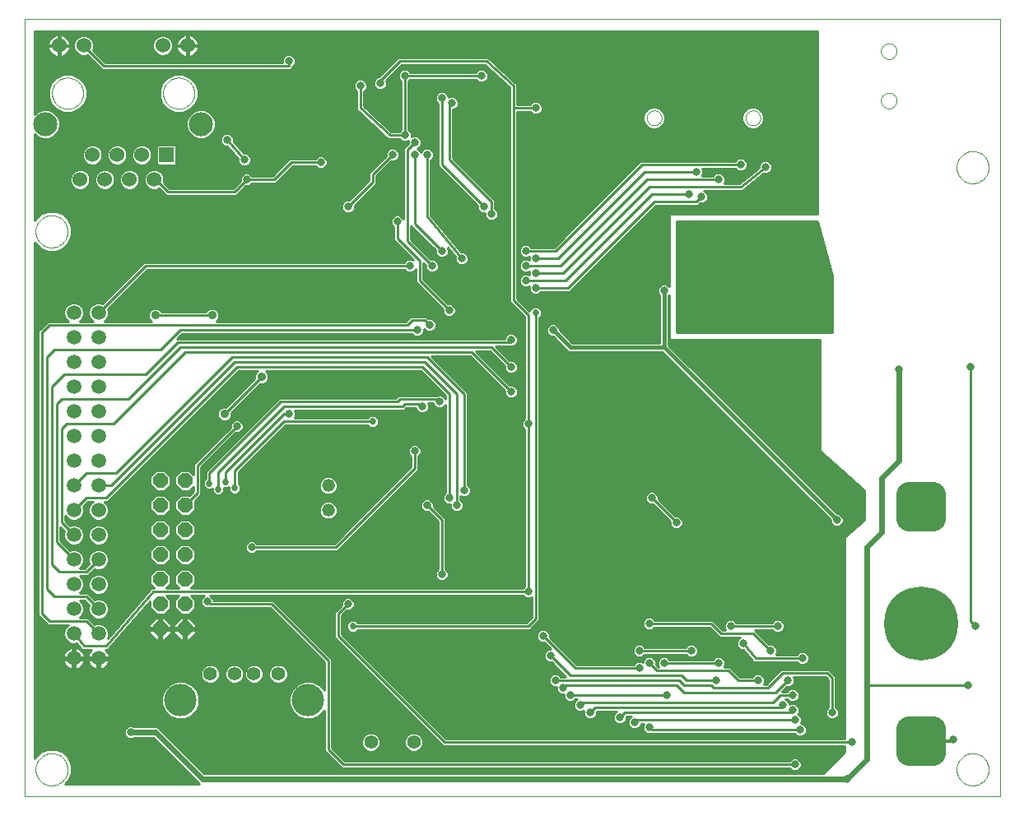
<source format=gbl>
G75*
G70*
%OFA0B0*%
%FSLAX24Y24*%
%IPPOS*%
%LPD*%
%AMOC8*
5,1,8,0,0,1.08239X$1,22.5*
%
%ADD10C,0.0000*%
%ADD11C,0.0520*%
%ADD12C,0.0554*%
%ADD13R,0.0600X0.0600*%
%ADD14C,0.0600*%
%ADD15C,0.0975*%
%ADD16C,0.1000*%
%ADD17C,0.3000*%
%ADD18C,0.0594*%
%ADD19C,0.0560*%
%ADD20C,0.1310*%
%ADD21OC8,0.0600*%
%ADD22C,0.0320*%
%ADD23C,0.0100*%
%ADD24C,0.0270*%
%ADD25C,0.0317*%
%ADD26C,0.0356*%
%ADD27C,0.0160*%
%ADD28C,0.0120*%
%ADD29C,0.0240*%
D10*
X000131Y000443D02*
X000131Y031943D01*
X039631Y031943D01*
X039631Y000443D01*
X000131Y000443D01*
X000581Y001543D02*
X000583Y001593D01*
X000589Y001643D01*
X000599Y001693D01*
X000612Y001741D01*
X000629Y001789D01*
X000650Y001835D01*
X000674Y001879D01*
X000702Y001921D01*
X000733Y001961D01*
X000767Y001998D01*
X000804Y002033D01*
X000843Y002064D01*
X000884Y002093D01*
X000928Y002118D01*
X000974Y002140D01*
X001021Y002158D01*
X001069Y002172D01*
X001118Y002183D01*
X001168Y002190D01*
X001218Y002193D01*
X001269Y002192D01*
X001319Y002187D01*
X001369Y002178D01*
X001417Y002166D01*
X001465Y002149D01*
X001511Y002129D01*
X001556Y002106D01*
X001599Y002079D01*
X001639Y002049D01*
X001677Y002016D01*
X001712Y001980D01*
X001745Y001941D01*
X001774Y001900D01*
X001800Y001857D01*
X001823Y001812D01*
X001842Y001765D01*
X001857Y001717D01*
X001869Y001668D01*
X001877Y001618D01*
X001881Y001568D01*
X001881Y001518D01*
X001877Y001468D01*
X001869Y001418D01*
X001857Y001369D01*
X001842Y001321D01*
X001823Y001274D01*
X001800Y001229D01*
X001774Y001186D01*
X001745Y001145D01*
X001712Y001106D01*
X001677Y001070D01*
X001639Y001037D01*
X001599Y001007D01*
X001556Y000980D01*
X001511Y000957D01*
X001465Y000937D01*
X001417Y000920D01*
X001369Y000908D01*
X001319Y000899D01*
X001269Y000894D01*
X001218Y000893D01*
X001168Y000896D01*
X001118Y000903D01*
X001069Y000914D01*
X001021Y000928D01*
X000974Y000946D01*
X000928Y000968D01*
X000884Y000993D01*
X000843Y001022D01*
X000804Y001053D01*
X000767Y001088D01*
X000733Y001125D01*
X000702Y001165D01*
X000674Y001207D01*
X000650Y001251D01*
X000629Y001297D01*
X000612Y001345D01*
X000599Y001393D01*
X000589Y001443D01*
X000583Y001493D01*
X000581Y001543D01*
X000581Y023343D02*
X000583Y023393D01*
X000589Y023443D01*
X000599Y023493D01*
X000612Y023541D01*
X000629Y023589D01*
X000650Y023635D01*
X000674Y023679D01*
X000702Y023721D01*
X000733Y023761D01*
X000767Y023798D01*
X000804Y023833D01*
X000843Y023864D01*
X000884Y023893D01*
X000928Y023918D01*
X000974Y023940D01*
X001021Y023958D01*
X001069Y023972D01*
X001118Y023983D01*
X001168Y023990D01*
X001218Y023993D01*
X001269Y023992D01*
X001319Y023987D01*
X001369Y023978D01*
X001417Y023966D01*
X001465Y023949D01*
X001511Y023929D01*
X001556Y023906D01*
X001599Y023879D01*
X001639Y023849D01*
X001677Y023816D01*
X001712Y023780D01*
X001745Y023741D01*
X001774Y023700D01*
X001800Y023657D01*
X001823Y023612D01*
X001842Y023565D01*
X001857Y023517D01*
X001869Y023468D01*
X001877Y023418D01*
X001881Y023368D01*
X001881Y023318D01*
X001877Y023268D01*
X001869Y023218D01*
X001857Y023169D01*
X001842Y023121D01*
X001823Y023074D01*
X001800Y023029D01*
X001774Y022986D01*
X001745Y022945D01*
X001712Y022906D01*
X001677Y022870D01*
X001639Y022837D01*
X001599Y022807D01*
X001556Y022780D01*
X001511Y022757D01*
X001465Y022737D01*
X001417Y022720D01*
X001369Y022708D01*
X001319Y022699D01*
X001269Y022694D01*
X001218Y022693D01*
X001168Y022696D01*
X001118Y022703D01*
X001069Y022714D01*
X001021Y022728D01*
X000974Y022746D01*
X000928Y022768D01*
X000884Y022793D01*
X000843Y022822D01*
X000804Y022853D01*
X000767Y022888D01*
X000733Y022925D01*
X000702Y022965D01*
X000674Y023007D01*
X000650Y023051D01*
X000629Y023097D01*
X000612Y023145D01*
X000599Y023193D01*
X000589Y023243D01*
X000583Y023293D01*
X000581Y023343D01*
X001251Y028943D02*
X001253Y028993D01*
X001259Y029043D01*
X001269Y029092D01*
X001283Y029140D01*
X001300Y029187D01*
X001321Y029232D01*
X001346Y029276D01*
X001374Y029317D01*
X001406Y029356D01*
X001440Y029393D01*
X001477Y029427D01*
X001517Y029457D01*
X001559Y029484D01*
X001603Y029508D01*
X001649Y029529D01*
X001696Y029545D01*
X001744Y029558D01*
X001794Y029567D01*
X001843Y029572D01*
X001894Y029573D01*
X001944Y029570D01*
X001993Y029563D01*
X002042Y029552D01*
X002090Y029537D01*
X002136Y029519D01*
X002181Y029497D01*
X002224Y029471D01*
X002265Y029442D01*
X002304Y029410D01*
X002340Y029375D01*
X002372Y029337D01*
X002402Y029297D01*
X002429Y029254D01*
X002452Y029210D01*
X002471Y029164D01*
X002487Y029116D01*
X002499Y029067D01*
X002507Y029018D01*
X002511Y028968D01*
X002511Y028918D01*
X002507Y028868D01*
X002499Y028819D01*
X002487Y028770D01*
X002471Y028722D01*
X002452Y028676D01*
X002429Y028632D01*
X002402Y028589D01*
X002372Y028549D01*
X002340Y028511D01*
X002304Y028476D01*
X002265Y028444D01*
X002224Y028415D01*
X002181Y028389D01*
X002136Y028367D01*
X002090Y028349D01*
X002042Y028334D01*
X001993Y028323D01*
X001944Y028316D01*
X001894Y028313D01*
X001843Y028314D01*
X001794Y028319D01*
X001744Y028328D01*
X001696Y028341D01*
X001649Y028357D01*
X001603Y028378D01*
X001559Y028402D01*
X001517Y028429D01*
X001477Y028459D01*
X001440Y028493D01*
X001406Y028530D01*
X001374Y028569D01*
X001346Y028610D01*
X001321Y028654D01*
X001300Y028699D01*
X001283Y028746D01*
X001269Y028794D01*
X001259Y028843D01*
X001253Y028893D01*
X001251Y028943D01*
X005751Y028943D02*
X005753Y028993D01*
X005759Y029043D01*
X005769Y029092D01*
X005783Y029140D01*
X005800Y029187D01*
X005821Y029232D01*
X005846Y029276D01*
X005874Y029317D01*
X005906Y029356D01*
X005940Y029393D01*
X005977Y029427D01*
X006017Y029457D01*
X006059Y029484D01*
X006103Y029508D01*
X006149Y029529D01*
X006196Y029545D01*
X006244Y029558D01*
X006294Y029567D01*
X006343Y029572D01*
X006394Y029573D01*
X006444Y029570D01*
X006493Y029563D01*
X006542Y029552D01*
X006590Y029537D01*
X006636Y029519D01*
X006681Y029497D01*
X006724Y029471D01*
X006765Y029442D01*
X006804Y029410D01*
X006840Y029375D01*
X006872Y029337D01*
X006902Y029297D01*
X006929Y029254D01*
X006952Y029210D01*
X006971Y029164D01*
X006987Y029116D01*
X006999Y029067D01*
X007007Y029018D01*
X007011Y028968D01*
X007011Y028918D01*
X007007Y028868D01*
X006999Y028819D01*
X006987Y028770D01*
X006971Y028722D01*
X006952Y028676D01*
X006929Y028632D01*
X006902Y028589D01*
X006872Y028549D01*
X006840Y028511D01*
X006804Y028476D01*
X006765Y028444D01*
X006724Y028415D01*
X006681Y028389D01*
X006636Y028367D01*
X006590Y028349D01*
X006542Y028334D01*
X006493Y028323D01*
X006444Y028316D01*
X006394Y028313D01*
X006343Y028314D01*
X006294Y028319D01*
X006244Y028328D01*
X006196Y028341D01*
X006149Y028357D01*
X006103Y028378D01*
X006059Y028402D01*
X006017Y028429D01*
X005977Y028459D01*
X005940Y028493D01*
X005906Y028530D01*
X005874Y028569D01*
X005846Y028610D01*
X005821Y028654D01*
X005800Y028699D01*
X005783Y028746D01*
X005769Y028794D01*
X005759Y028843D01*
X005753Y028893D01*
X005751Y028943D01*
X025331Y027943D02*
X025333Y027977D01*
X025339Y028011D01*
X025348Y028044D01*
X025362Y028075D01*
X025379Y028105D01*
X025399Y028133D01*
X025422Y028158D01*
X025448Y028181D01*
X025476Y028200D01*
X025506Y028216D01*
X025538Y028228D01*
X025571Y028237D01*
X025605Y028242D01*
X025640Y028243D01*
X025674Y028240D01*
X025707Y028233D01*
X025740Y028223D01*
X025771Y028208D01*
X025800Y028191D01*
X025827Y028170D01*
X025852Y028146D01*
X025874Y028119D01*
X025892Y028091D01*
X025907Y028060D01*
X025919Y028028D01*
X025927Y027994D01*
X025931Y027960D01*
X025931Y027926D01*
X025927Y027892D01*
X025919Y027858D01*
X025907Y027826D01*
X025892Y027795D01*
X025874Y027767D01*
X025852Y027740D01*
X025827Y027716D01*
X025800Y027695D01*
X025771Y027678D01*
X025740Y027663D01*
X025707Y027653D01*
X025674Y027646D01*
X025640Y027643D01*
X025605Y027644D01*
X025571Y027649D01*
X025538Y027658D01*
X025506Y027670D01*
X025476Y027686D01*
X025448Y027705D01*
X025422Y027728D01*
X025399Y027753D01*
X025379Y027781D01*
X025362Y027811D01*
X025348Y027842D01*
X025339Y027875D01*
X025333Y027909D01*
X025331Y027943D01*
X029331Y027943D02*
X029333Y027977D01*
X029339Y028011D01*
X029348Y028044D01*
X029362Y028075D01*
X029379Y028105D01*
X029399Y028133D01*
X029422Y028158D01*
X029448Y028181D01*
X029476Y028200D01*
X029506Y028216D01*
X029538Y028228D01*
X029571Y028237D01*
X029605Y028242D01*
X029640Y028243D01*
X029674Y028240D01*
X029707Y028233D01*
X029740Y028223D01*
X029771Y028208D01*
X029800Y028191D01*
X029827Y028170D01*
X029852Y028146D01*
X029874Y028119D01*
X029892Y028091D01*
X029907Y028060D01*
X029919Y028028D01*
X029927Y027994D01*
X029931Y027960D01*
X029931Y027926D01*
X029927Y027892D01*
X029919Y027858D01*
X029907Y027826D01*
X029892Y027795D01*
X029874Y027767D01*
X029852Y027740D01*
X029827Y027716D01*
X029800Y027695D01*
X029771Y027678D01*
X029740Y027663D01*
X029707Y027653D01*
X029674Y027646D01*
X029640Y027643D01*
X029605Y027644D01*
X029571Y027649D01*
X029538Y027658D01*
X029506Y027670D01*
X029476Y027686D01*
X029448Y027705D01*
X029422Y027728D01*
X029399Y027753D01*
X029379Y027781D01*
X029362Y027811D01*
X029348Y027842D01*
X029339Y027875D01*
X029333Y027909D01*
X029331Y027943D01*
X034816Y028643D02*
X034818Y028678D01*
X034824Y028713D01*
X034834Y028747D01*
X034847Y028780D01*
X034864Y028811D01*
X034885Y028839D01*
X034908Y028866D01*
X034935Y028889D01*
X034963Y028910D01*
X034994Y028927D01*
X035027Y028940D01*
X035061Y028950D01*
X035096Y028956D01*
X035131Y028958D01*
X035166Y028956D01*
X035201Y028950D01*
X035235Y028940D01*
X035268Y028927D01*
X035299Y028910D01*
X035327Y028889D01*
X035354Y028866D01*
X035377Y028839D01*
X035398Y028811D01*
X035415Y028780D01*
X035428Y028747D01*
X035438Y028713D01*
X035444Y028678D01*
X035446Y028643D01*
X035444Y028608D01*
X035438Y028573D01*
X035428Y028539D01*
X035415Y028506D01*
X035398Y028475D01*
X035377Y028447D01*
X035354Y028420D01*
X035327Y028397D01*
X035299Y028376D01*
X035268Y028359D01*
X035235Y028346D01*
X035201Y028336D01*
X035166Y028330D01*
X035131Y028328D01*
X035096Y028330D01*
X035061Y028336D01*
X035027Y028346D01*
X034994Y028359D01*
X034963Y028376D01*
X034935Y028397D01*
X034908Y028420D01*
X034885Y028447D01*
X034864Y028475D01*
X034847Y028506D01*
X034834Y028539D01*
X034824Y028573D01*
X034818Y028608D01*
X034816Y028643D01*
X034816Y030643D02*
X034818Y030678D01*
X034824Y030713D01*
X034834Y030747D01*
X034847Y030780D01*
X034864Y030811D01*
X034885Y030839D01*
X034908Y030866D01*
X034935Y030889D01*
X034963Y030910D01*
X034994Y030927D01*
X035027Y030940D01*
X035061Y030950D01*
X035096Y030956D01*
X035131Y030958D01*
X035166Y030956D01*
X035201Y030950D01*
X035235Y030940D01*
X035268Y030927D01*
X035299Y030910D01*
X035327Y030889D01*
X035354Y030866D01*
X035377Y030839D01*
X035398Y030811D01*
X035415Y030780D01*
X035428Y030747D01*
X035438Y030713D01*
X035444Y030678D01*
X035446Y030643D01*
X035444Y030608D01*
X035438Y030573D01*
X035428Y030539D01*
X035415Y030506D01*
X035398Y030475D01*
X035377Y030447D01*
X035354Y030420D01*
X035327Y030397D01*
X035299Y030376D01*
X035268Y030359D01*
X035235Y030346D01*
X035201Y030336D01*
X035166Y030330D01*
X035131Y030328D01*
X035096Y030330D01*
X035061Y030336D01*
X035027Y030346D01*
X034994Y030359D01*
X034963Y030376D01*
X034935Y030397D01*
X034908Y030420D01*
X034885Y030447D01*
X034864Y030475D01*
X034847Y030506D01*
X034834Y030539D01*
X034824Y030573D01*
X034818Y030608D01*
X034816Y030643D01*
X037881Y025943D02*
X037883Y025993D01*
X037889Y026043D01*
X037899Y026093D01*
X037912Y026141D01*
X037929Y026189D01*
X037950Y026235D01*
X037974Y026279D01*
X038002Y026321D01*
X038033Y026361D01*
X038067Y026398D01*
X038104Y026433D01*
X038143Y026464D01*
X038184Y026493D01*
X038228Y026518D01*
X038274Y026540D01*
X038321Y026558D01*
X038369Y026572D01*
X038418Y026583D01*
X038468Y026590D01*
X038518Y026593D01*
X038569Y026592D01*
X038619Y026587D01*
X038669Y026578D01*
X038717Y026566D01*
X038765Y026549D01*
X038811Y026529D01*
X038856Y026506D01*
X038899Y026479D01*
X038939Y026449D01*
X038977Y026416D01*
X039012Y026380D01*
X039045Y026341D01*
X039074Y026300D01*
X039100Y026257D01*
X039123Y026212D01*
X039142Y026165D01*
X039157Y026117D01*
X039169Y026068D01*
X039177Y026018D01*
X039181Y025968D01*
X039181Y025918D01*
X039177Y025868D01*
X039169Y025818D01*
X039157Y025769D01*
X039142Y025721D01*
X039123Y025674D01*
X039100Y025629D01*
X039074Y025586D01*
X039045Y025545D01*
X039012Y025506D01*
X038977Y025470D01*
X038939Y025437D01*
X038899Y025407D01*
X038856Y025380D01*
X038811Y025357D01*
X038765Y025337D01*
X038717Y025320D01*
X038669Y025308D01*
X038619Y025299D01*
X038569Y025294D01*
X038518Y025293D01*
X038468Y025296D01*
X038418Y025303D01*
X038369Y025314D01*
X038321Y025328D01*
X038274Y025346D01*
X038228Y025368D01*
X038184Y025393D01*
X038143Y025422D01*
X038104Y025453D01*
X038067Y025488D01*
X038033Y025525D01*
X038002Y025565D01*
X037974Y025607D01*
X037950Y025651D01*
X037929Y025697D01*
X037912Y025745D01*
X037899Y025793D01*
X037889Y025843D01*
X037883Y025893D01*
X037881Y025943D01*
X037881Y001543D02*
X037883Y001593D01*
X037889Y001643D01*
X037899Y001693D01*
X037912Y001741D01*
X037929Y001789D01*
X037950Y001835D01*
X037974Y001879D01*
X038002Y001921D01*
X038033Y001961D01*
X038067Y001998D01*
X038104Y002033D01*
X038143Y002064D01*
X038184Y002093D01*
X038228Y002118D01*
X038274Y002140D01*
X038321Y002158D01*
X038369Y002172D01*
X038418Y002183D01*
X038468Y002190D01*
X038518Y002193D01*
X038569Y002192D01*
X038619Y002187D01*
X038669Y002178D01*
X038717Y002166D01*
X038765Y002149D01*
X038811Y002129D01*
X038856Y002106D01*
X038899Y002079D01*
X038939Y002049D01*
X038977Y002016D01*
X039012Y001980D01*
X039045Y001941D01*
X039074Y001900D01*
X039100Y001857D01*
X039123Y001812D01*
X039142Y001765D01*
X039157Y001717D01*
X039169Y001668D01*
X039177Y001618D01*
X039181Y001568D01*
X039181Y001518D01*
X039177Y001468D01*
X039169Y001418D01*
X039157Y001369D01*
X039142Y001321D01*
X039123Y001274D01*
X039100Y001229D01*
X039074Y001186D01*
X039045Y001145D01*
X039012Y001106D01*
X038977Y001070D01*
X038939Y001037D01*
X038899Y001007D01*
X038856Y000980D01*
X038811Y000957D01*
X038765Y000937D01*
X038717Y000920D01*
X038669Y000908D01*
X038619Y000899D01*
X038569Y000894D01*
X038518Y000893D01*
X038468Y000896D01*
X038418Y000903D01*
X038369Y000914D01*
X038321Y000928D01*
X038274Y000946D01*
X038228Y000968D01*
X038184Y000993D01*
X038143Y001022D01*
X038104Y001053D01*
X038067Y001088D01*
X038033Y001125D01*
X038002Y001165D01*
X037974Y001207D01*
X037950Y001251D01*
X037929Y001297D01*
X037912Y001345D01*
X037899Y001393D01*
X037889Y001443D01*
X037883Y001493D01*
X037881Y001543D01*
D11*
X012431Y012043D03*
X012431Y013043D03*
D12*
X014165Y002643D03*
X015897Y002643D03*
D13*
X005881Y026443D03*
D14*
X004881Y026443D03*
X003881Y026443D03*
X002881Y026443D03*
X002381Y025443D03*
X003381Y025443D03*
X004381Y025443D03*
X005381Y025443D03*
X005731Y030873D03*
X006731Y030873D03*
X002531Y030873D03*
X001531Y030873D03*
D15*
X000981Y027693D03*
X007281Y027693D03*
D16*
X035931Y012693D02*
X035931Y011693D01*
X035931Y012693D02*
X036931Y012693D01*
X036931Y011693D01*
X035931Y011693D01*
X035931Y012692D02*
X036931Y012692D01*
X035931Y003193D02*
X035931Y002193D01*
X035931Y003193D02*
X036931Y003193D01*
X036931Y002193D01*
X035931Y002193D01*
X035931Y003192D02*
X036931Y003192D01*
D17*
X036431Y007443D03*
D18*
X003131Y007043D03*
X002131Y007043D03*
X002131Y006043D03*
X003131Y006043D03*
X003131Y008043D03*
X002131Y008043D03*
X002131Y009043D03*
X003131Y009043D03*
X003131Y010043D03*
X002131Y010043D03*
X002131Y011043D03*
X003131Y011043D03*
X003131Y012043D03*
X002131Y012043D03*
X002131Y013043D03*
X003131Y013043D03*
X003131Y014043D03*
X002131Y014043D03*
X002131Y015043D03*
X003131Y015043D03*
X003131Y016043D03*
X002131Y016043D03*
X002131Y017043D03*
X003131Y017043D03*
X003131Y018043D03*
X002131Y018043D03*
X002131Y019043D03*
X003131Y019043D03*
X003131Y020043D03*
X002131Y020043D03*
D19*
X007656Y005413D03*
X008636Y005413D03*
X009426Y005413D03*
X010406Y005413D03*
D20*
X011616Y004343D03*
X006446Y004343D03*
D21*
X006631Y007243D03*
X005631Y007243D03*
X005631Y008243D03*
X006631Y008243D03*
X006631Y009243D03*
X006631Y010243D03*
X005631Y010243D03*
X005631Y009243D03*
X005631Y011243D03*
X006631Y011243D03*
X006631Y012243D03*
X005631Y012243D03*
X005631Y013243D03*
X006631Y013243D03*
D22*
X010831Y015943D03*
X016031Y019343D03*
X016531Y019543D03*
X016631Y021943D03*
X017031Y022543D03*
X017831Y022243D03*
X015731Y021943D03*
X013231Y024343D03*
X015031Y026443D03*
X015931Y026443D03*
X016431Y026443D03*
X015931Y026943D03*
X015531Y027243D03*
X017031Y028743D03*
X017431Y028543D03*
X018631Y029643D03*
X019831Y031143D03*
X020831Y028343D03*
X021931Y028343D03*
X020331Y025443D03*
X019031Y024043D03*
X018731Y024343D03*
X020431Y022543D03*
X020831Y022243D03*
X020431Y021943D03*
X020831Y021643D03*
X020431Y021343D03*
X020831Y021043D03*
X019831Y018943D03*
X019831Y017843D03*
X019831Y016843D03*
X020531Y015543D03*
X017931Y012843D03*
X017331Y012543D03*
X017631Y012243D03*
X020531Y008743D03*
X021131Y006943D03*
X021431Y006143D03*
X021631Y005143D03*
X021931Y004843D03*
X022231Y004543D03*
X022631Y004143D03*
X023031Y003843D03*
X024231Y003643D03*
X024831Y003443D03*
X025431Y003243D03*
X026131Y004543D03*
X025031Y005643D03*
X025431Y005843D03*
X026031Y005843D03*
X025031Y006343D03*
X025431Y007443D03*
X027131Y006343D03*
X028231Y005843D03*
X028131Y005143D03*
X029231Y006643D03*
X028731Y007343D03*
X030331Y006343D03*
X030631Y007343D03*
X031631Y006043D03*
X031031Y005143D03*
X031231Y004543D03*
X030831Y004143D03*
X031231Y003943D03*
X031331Y003543D03*
X031531Y003143D03*
X032831Y003843D03*
X029831Y005143D03*
X016931Y016443D03*
X016231Y016243D03*
X022931Y024743D03*
X027031Y024843D03*
X027531Y024743D03*
X028131Y024643D03*
X028231Y025443D03*
X029131Y026043D03*
X030131Y025943D03*
X027331Y025743D03*
X015531Y029643D03*
X014531Y029343D03*
X013731Y029243D03*
X010831Y030243D03*
X008331Y027043D03*
X009031Y026243D03*
D23*
X008331Y027043D01*
X008140Y026853D02*
X006227Y026853D01*
X005535Y026853D01*
X004963Y026853D01*
X004799Y026853D01*
X003963Y026853D01*
X003799Y026853D01*
X002963Y026853D01*
X002799Y026853D01*
X000531Y026853D01*
X000531Y026755D02*
X002612Y026755D01*
X002649Y026791D02*
X002533Y026676D01*
X002471Y026525D01*
X002471Y026362D01*
X002533Y026211D01*
X002649Y026096D01*
X002799Y026033D01*
X002963Y026033D01*
X003113Y026096D01*
X003229Y026211D01*
X003291Y026362D01*
X003291Y026525D01*
X003229Y026676D01*
X003113Y026791D01*
X002963Y026853D01*
X002799Y026853D02*
X002649Y026791D01*
X002525Y026656D02*
X000531Y026656D01*
X000531Y026557D02*
X002484Y026557D01*
X002471Y026459D02*
X000531Y026459D01*
X000531Y026360D02*
X002472Y026360D01*
X002512Y026262D02*
X000531Y026262D01*
X000531Y026163D02*
X002581Y026163D01*
X002724Y026065D02*
X000531Y026065D01*
X000531Y025966D02*
X010527Y025966D01*
X010429Y025868D02*
X000531Y025868D01*
X000531Y025769D02*
X002127Y025769D01*
X002149Y025791D02*
X002033Y025676D01*
X001971Y025525D01*
X001971Y025362D01*
X002033Y025211D01*
X002149Y025096D01*
X002299Y025033D01*
X002463Y025033D01*
X002613Y025096D01*
X002729Y025211D01*
X002791Y025362D01*
X002791Y025525D01*
X002729Y025676D01*
X002613Y025791D01*
X002463Y025853D01*
X002299Y025853D01*
X002149Y025791D01*
X002031Y025671D02*
X000531Y025671D01*
X000531Y025572D02*
X001991Y025572D01*
X001971Y025473D02*
X000531Y025473D01*
X000531Y025375D02*
X001971Y025375D01*
X002006Y025276D02*
X000531Y025276D01*
X000531Y025178D02*
X002067Y025178D01*
X002189Y025079D02*
X000531Y025079D01*
X000531Y024981D02*
X005667Y024981D01*
X005570Y025078D02*
X005771Y024877D01*
X005865Y024783D01*
X008565Y024783D01*
X008697Y024783D01*
X009089Y025175D01*
X009184Y025175D01*
X009283Y025216D01*
X009351Y025283D01*
X010165Y025283D01*
X010297Y025283D01*
X010997Y025983D01*
X011911Y025983D01*
X011979Y025916D01*
X012078Y025875D01*
X012184Y025875D01*
X012283Y025916D01*
X012359Y025991D01*
X012399Y026090D01*
X012399Y026197D01*
X012359Y026296D01*
X012283Y026371D01*
X012184Y026412D01*
X012078Y026412D01*
X011979Y026371D01*
X011911Y026303D01*
X010865Y026303D01*
X010771Y026210D01*
X010165Y025603D01*
X009351Y025603D01*
X009283Y025671D01*
X009184Y025712D01*
X009078Y025712D01*
X008979Y025671D01*
X008903Y025596D01*
X008863Y025497D01*
X008863Y025401D01*
X008565Y025103D01*
X005997Y025103D01*
X005776Y025325D01*
X005791Y025362D01*
X005791Y025525D01*
X005729Y025676D01*
X005613Y025791D01*
X005463Y025853D01*
X005299Y025853D01*
X005149Y025791D01*
X005033Y025676D01*
X004971Y025525D01*
X004971Y025362D01*
X005033Y025211D01*
X005149Y025096D01*
X005299Y025033D01*
X005463Y025033D01*
X005570Y025078D01*
X005766Y024882D02*
X000531Y024882D01*
X000531Y024784D02*
X005865Y024784D01*
X005931Y024943D02*
X008631Y024943D01*
X009131Y025443D01*
X010231Y025443D01*
X010931Y026143D01*
X012131Y026143D01*
X011929Y025966D02*
X010980Y025966D01*
X010881Y025868D02*
X014229Y025868D01*
X014327Y025966D02*
X012333Y025966D01*
X012389Y026065D02*
X014426Y026065D01*
X014525Y026163D02*
X012399Y026163D01*
X012373Y026262D02*
X014623Y026262D01*
X014722Y026360D02*
X012294Y026360D01*
X011968Y026360D02*
X009275Y026360D01*
X009260Y026396D02*
X009184Y026472D01*
X009085Y026513D01*
X009007Y026513D01*
X008598Y026982D01*
X008601Y026990D01*
X008601Y027097D01*
X008560Y027196D01*
X008484Y027272D01*
X008385Y027313D01*
X008277Y027313D01*
X008178Y027272D01*
X008102Y027196D01*
X008061Y027097D01*
X008061Y026990D01*
X008102Y026891D01*
X008178Y026815D01*
X008277Y026773D01*
X008355Y026773D01*
X008764Y026305D01*
X008761Y026297D01*
X008761Y026190D01*
X008802Y026091D01*
X008878Y026015D01*
X008977Y025973D01*
X009085Y025973D01*
X009184Y026015D01*
X009260Y026091D01*
X009301Y026190D01*
X009301Y026297D01*
X009260Y026396D01*
X009197Y026459D02*
X014761Y026459D01*
X014761Y026497D02*
X014761Y026400D01*
X014071Y025710D01*
X014071Y025577D01*
X014071Y025410D01*
X013275Y024613D01*
X013177Y024613D01*
X013078Y024572D01*
X013002Y024496D01*
X012961Y024397D01*
X012961Y024290D01*
X013002Y024191D01*
X013078Y024115D01*
X013177Y024073D01*
X013285Y024073D01*
X013384Y024115D01*
X013460Y024191D01*
X013501Y024290D01*
X013501Y024387D01*
X014297Y025183D01*
X014391Y025277D01*
X014391Y025577D01*
X014987Y026173D01*
X015085Y026173D01*
X015184Y026215D01*
X015260Y026291D01*
X015301Y026390D01*
X015301Y026497D01*
X015260Y026596D01*
X015184Y026672D01*
X015085Y026713D01*
X014977Y026713D01*
X014878Y026672D01*
X014802Y026596D01*
X014761Y026497D01*
X014786Y026557D02*
X008969Y026557D01*
X008883Y026656D02*
X014862Y026656D01*
X015031Y026443D02*
X014231Y025643D01*
X014231Y025343D01*
X013231Y024343D01*
X013128Y024094D02*
X001562Y024094D01*
X001695Y024039D02*
X001394Y024163D01*
X001268Y024163D01*
X001231Y024163D01*
X001194Y024163D01*
X001068Y024163D01*
X000767Y024039D01*
X000766Y024039D01*
X000536Y023808D01*
X000531Y023796D01*
X000531Y027298D01*
X000643Y027187D01*
X000862Y027096D01*
X001100Y027096D01*
X001319Y027187D01*
X001488Y027355D01*
X001579Y027575D01*
X001579Y027812D01*
X001488Y028032D01*
X001319Y028200D01*
X001100Y028291D01*
X000862Y028291D01*
X000643Y028200D01*
X000531Y028088D01*
X000531Y031443D01*
X032231Y031443D01*
X032231Y024043D01*
X026231Y024043D01*
X026231Y021123D01*
X026183Y021171D01*
X026084Y021212D01*
X025978Y021212D01*
X025879Y021171D01*
X025803Y021096D01*
X025763Y020997D01*
X025763Y020890D01*
X025803Y020791D01*
X025841Y020754D01*
X025841Y018833D01*
X022310Y018833D01*
X021799Y019344D01*
X021799Y019397D01*
X021759Y019496D01*
X021683Y019571D01*
X021584Y019612D01*
X021478Y019612D01*
X021379Y019571D01*
X021303Y019496D01*
X021263Y019397D01*
X021263Y019290D01*
X021303Y019191D01*
X021379Y019116D01*
X021478Y019075D01*
X021531Y019075D01*
X022152Y018453D01*
X022310Y018453D01*
X025952Y018453D01*
X032763Y011643D01*
X032763Y011590D01*
X032803Y011491D01*
X032879Y011416D01*
X032978Y011375D01*
X033084Y011375D01*
X033183Y011416D01*
X033259Y011491D01*
X033299Y011590D01*
X033299Y011697D01*
X033259Y011796D01*
X033183Y011871D01*
X033084Y011912D01*
X033031Y011912D01*
X026221Y018722D01*
X026221Y020754D01*
X026231Y020764D01*
X026231Y018943D01*
X032331Y018943D01*
X032331Y014443D01*
X034131Y012843D01*
X034131Y011643D01*
X033331Y010943D01*
X033331Y002803D01*
X017197Y002803D01*
X012991Y007010D01*
X012991Y007777D01*
X013189Y007975D01*
X013284Y007975D01*
X013383Y008016D01*
X013459Y008091D01*
X013499Y008190D01*
X013499Y008297D01*
X013459Y008396D01*
X013383Y008471D01*
X013284Y008512D01*
X013178Y008512D01*
X013079Y008471D01*
X013003Y008396D01*
X012963Y008297D01*
X012963Y008201D01*
X012765Y008003D01*
X012671Y007910D01*
X012671Y007010D01*
X012671Y006877D01*
X016971Y002577D01*
X017065Y002483D01*
X033331Y002483D01*
X033331Y002243D01*
X032461Y001373D01*
X007426Y001373D01*
X005526Y003273D01*
X005336Y003273D01*
X004577Y003273D01*
X004484Y003312D01*
X004378Y003312D01*
X004279Y003271D01*
X004203Y003196D01*
X004163Y003097D01*
X004163Y002990D01*
X004203Y002891D01*
X004279Y002816D01*
X004378Y002775D01*
X004484Y002775D01*
X004577Y002813D01*
X005336Y002813D01*
X007101Y001048D01*
X007206Y000943D01*
X001791Y000943D01*
X001926Y001079D01*
X002051Y001380D01*
X002051Y001380D01*
X002051Y001707D01*
X001926Y002008D01*
X001696Y002239D01*
X001695Y002239D01*
X001394Y002363D01*
X001268Y002363D01*
X001231Y002363D01*
X001222Y002363D01*
X001194Y002363D01*
X001068Y002363D01*
X000767Y002239D01*
X000766Y002239D01*
X000536Y002008D01*
X000531Y001996D01*
X000531Y022891D01*
X000536Y022879D01*
X000766Y022648D01*
X000767Y022648D01*
X001068Y022523D01*
X001194Y022523D01*
X001231Y022523D01*
X001394Y022523D01*
X001695Y022648D01*
X001696Y022648D01*
X001926Y022879D01*
X002051Y023180D01*
X002051Y023507D01*
X001926Y023808D01*
X001696Y024039D01*
X001695Y024039D01*
X001696Y024039D02*
X001696Y024039D01*
X001739Y023995D02*
X015138Y023995D01*
X015178Y024012D02*
X015079Y023971D01*
X015003Y023896D01*
X014963Y023797D01*
X014963Y023690D01*
X015003Y023591D01*
X015071Y023524D01*
X015071Y022977D01*
X015165Y022883D01*
X015870Y022178D01*
X015785Y022213D01*
X015677Y022213D01*
X015578Y022172D01*
X015509Y022103D01*
X004965Y022103D01*
X004871Y022010D01*
X003282Y020421D01*
X003212Y020450D01*
X003050Y020450D01*
X002901Y020388D01*
X002786Y020274D01*
X002724Y020124D01*
X002724Y019963D01*
X002786Y019813D01*
X002896Y019703D01*
X002366Y019703D01*
X002476Y019813D01*
X002538Y019963D01*
X002538Y020124D01*
X002476Y020274D01*
X002361Y020388D01*
X002212Y020450D01*
X002050Y020450D01*
X001901Y020388D01*
X001786Y020274D01*
X001724Y020124D01*
X001724Y019963D01*
X001786Y019813D01*
X001896Y019703D01*
X001197Y019703D01*
X001065Y019703D01*
X000765Y019403D01*
X000671Y019310D01*
X000671Y007910D01*
X000671Y007777D01*
X000971Y007477D01*
X001065Y007383D01*
X001896Y007383D01*
X001786Y007274D01*
X001724Y007124D01*
X001724Y006963D01*
X001786Y006813D01*
X001901Y006699D01*
X002050Y006637D01*
X002212Y006637D01*
X002242Y006649D01*
X002371Y006487D01*
X002371Y006477D01*
X002412Y006436D01*
X002447Y006392D01*
X002458Y006391D01*
X002465Y006383D01*
X002522Y006383D01*
X002579Y006377D01*
X002587Y006383D01*
X002839Y006383D01*
X002790Y006335D01*
X002749Y006278D01*
X002717Y006215D01*
X002695Y006148D01*
X002686Y006092D01*
X003082Y006092D01*
X003082Y005995D01*
X002686Y005995D01*
X002695Y005939D01*
X002717Y005872D01*
X002749Y005809D01*
X002790Y005752D01*
X002840Y005703D01*
X002897Y005661D01*
X002959Y005629D01*
X003026Y005608D01*
X003083Y005599D01*
X003083Y005995D01*
X003179Y005995D01*
X003179Y005599D01*
X003236Y005608D01*
X003303Y005629D01*
X003365Y005661D01*
X003422Y005703D01*
X003472Y005752D01*
X003513Y005809D01*
X003545Y005872D01*
X003567Y005939D01*
X003576Y005995D01*
X003180Y005995D01*
X003180Y006092D01*
X003576Y006092D01*
X003567Y006148D01*
X003545Y006215D01*
X003513Y006278D01*
X003472Y006335D01*
X003424Y006383D01*
X003437Y006383D01*
X003497Y006383D01*
X003502Y006388D01*
X003509Y006389D01*
X003548Y006434D01*
X003591Y006477D01*
X003591Y006484D01*
X005221Y008371D01*
X005221Y008074D01*
X005461Y007833D01*
X005801Y007833D01*
X006041Y008074D01*
X006041Y008413D01*
X005871Y008583D01*
X006391Y008583D01*
X006221Y008413D01*
X006221Y008074D01*
X006461Y007833D01*
X006801Y007833D01*
X007041Y008074D01*
X007041Y008413D01*
X006871Y008583D01*
X007409Y008583D01*
X007379Y008571D01*
X007303Y008496D01*
X007263Y008397D01*
X007263Y008290D01*
X007303Y008191D01*
X007379Y008116D01*
X007478Y008075D01*
X007584Y008075D01*
X007605Y008083D01*
X007697Y008083D01*
X010065Y008083D01*
X012271Y005877D01*
X012271Y004761D01*
X012265Y004777D01*
X012049Y004992D01*
X011768Y005108D01*
X011464Y005108D01*
X011183Y004992D01*
X010967Y004777D01*
X010851Y004496D01*
X010851Y004191D01*
X010967Y003910D01*
X011183Y003695D01*
X011464Y003578D01*
X011768Y003578D01*
X012049Y003695D01*
X012265Y003910D01*
X012271Y003926D01*
X012271Y002410D01*
X012271Y002277D01*
X012871Y001677D01*
X012965Y001583D01*
X031111Y001583D01*
X031179Y001516D01*
X031278Y001475D01*
X031384Y001475D01*
X031483Y001516D01*
X031559Y001591D01*
X031599Y001690D01*
X031599Y001797D01*
X031559Y001896D01*
X031483Y001971D01*
X031384Y002012D01*
X031278Y002012D01*
X031179Y001971D01*
X031111Y001903D01*
X013097Y001903D01*
X012591Y002410D01*
X012591Y006010D01*
X012497Y006103D01*
X010291Y008310D01*
X010197Y008403D01*
X007797Y008403D01*
X007759Y008496D01*
X007683Y008571D01*
X007653Y008583D01*
X020309Y008583D01*
X020378Y008515D01*
X020477Y008473D01*
X020585Y008473D01*
X020671Y008509D01*
X020671Y007710D01*
X020465Y007503D01*
X013617Y007503D01*
X013570Y007551D01*
X013480Y007588D01*
X013382Y007588D01*
X013292Y007551D01*
X013223Y007482D01*
X013186Y007392D01*
X013186Y007295D01*
X013223Y007205D01*
X013292Y007136D01*
X013382Y007098D01*
X013480Y007098D01*
X013570Y007136D01*
X013617Y007183D01*
X020597Y007183D01*
X020691Y007277D01*
X020991Y007577D01*
X020991Y007710D01*
X020991Y019857D01*
X021039Y019905D01*
X021076Y019995D01*
X021076Y020092D01*
X021039Y020182D01*
X020970Y020251D01*
X020880Y020288D01*
X020782Y020288D01*
X020692Y020251D01*
X020623Y020182D01*
X020593Y020108D01*
X020091Y020610D01*
X020091Y028183D01*
X020609Y028183D01*
X020678Y028115D01*
X020777Y028073D01*
X020885Y028073D01*
X020984Y028115D01*
X021060Y028191D01*
X021101Y028290D01*
X021101Y028397D01*
X021060Y028496D01*
X020984Y028572D01*
X020885Y028613D01*
X020777Y028613D01*
X020678Y028572D01*
X020609Y028503D01*
X020091Y028503D01*
X020091Y029182D01*
X020094Y029185D01*
X020091Y029247D01*
X020091Y029310D01*
X020088Y029313D01*
X020088Y029317D01*
X020042Y029359D01*
X019997Y029403D01*
X019993Y029403D01*
X018942Y030359D01*
X018897Y030403D01*
X018893Y030403D01*
X018890Y030406D01*
X018828Y030403D01*
X015265Y030403D01*
X015171Y030310D01*
X014473Y029612D01*
X014378Y029572D01*
X014302Y029496D01*
X014261Y029397D01*
X014261Y029290D01*
X014302Y029191D01*
X014378Y029115D01*
X014477Y029073D01*
X014585Y029073D01*
X014684Y029115D01*
X014760Y029191D01*
X014801Y029290D01*
X014801Y029397D01*
X014775Y029461D01*
X015397Y030083D01*
X018769Y030083D01*
X019771Y029173D01*
X019771Y028410D01*
X019771Y020477D01*
X019865Y020383D01*
X020371Y019877D01*
X020371Y015765D01*
X020302Y015696D01*
X020261Y015597D01*
X020261Y015490D01*
X020302Y015391D01*
X020371Y015322D01*
X020371Y008965D01*
X020309Y008903D01*
X006871Y008903D01*
X007041Y009074D01*
X007041Y009413D01*
X006801Y009653D01*
X006461Y009653D01*
X006221Y009413D01*
X006221Y009074D01*
X006391Y008903D01*
X005871Y008903D01*
X006041Y009074D01*
X006041Y009413D01*
X005801Y009653D01*
X005461Y009653D01*
X005221Y009413D01*
X005221Y009074D01*
X005391Y008903D01*
X005391Y008903D01*
X005385Y008908D01*
X005325Y008903D01*
X005265Y008903D01*
X005260Y008899D01*
X005253Y008898D01*
X005214Y008853D01*
X005171Y008810D01*
X005171Y008803D01*
X003498Y006865D01*
X003538Y006963D01*
X003538Y007124D01*
X003476Y007274D01*
X003361Y007388D01*
X003212Y007450D01*
X003050Y007450D01*
X002980Y007421D01*
X002697Y007703D01*
X002565Y007703D01*
X002366Y007703D01*
X002476Y007813D01*
X002538Y007963D01*
X002538Y008124D01*
X002476Y008274D01*
X002366Y008383D01*
X002565Y008383D01*
X002753Y008195D01*
X002724Y008124D01*
X002724Y007963D01*
X002786Y007813D01*
X002901Y007699D01*
X003050Y007637D01*
X003212Y007637D01*
X003361Y007699D01*
X003476Y007813D01*
X003538Y007963D01*
X003538Y008124D01*
X003476Y008274D01*
X003361Y008388D01*
X003212Y008450D01*
X003050Y008450D01*
X002980Y008421D01*
X002697Y008703D01*
X002565Y008703D01*
X002366Y008703D01*
X002476Y008813D01*
X002538Y008963D01*
X002538Y009124D01*
X002476Y009274D01*
X002366Y009383D01*
X002697Y009383D01*
X002791Y009477D01*
X002980Y009666D01*
X003050Y009637D01*
X003212Y009637D01*
X003361Y009699D01*
X003476Y009813D01*
X003538Y009963D01*
X003538Y010124D01*
X003476Y010274D01*
X003361Y010388D01*
X003212Y010450D01*
X003050Y010450D01*
X002901Y010388D01*
X002786Y010274D01*
X002724Y010124D01*
X002724Y009963D01*
X002753Y009892D01*
X002565Y009703D01*
X002366Y009703D01*
X002476Y009813D01*
X002538Y009963D01*
X002538Y010124D01*
X002476Y010274D01*
X002361Y010388D01*
X002212Y010450D01*
X002050Y010450D01*
X001980Y010421D01*
X001591Y010810D01*
X001591Y011357D01*
X001753Y011195D01*
X001724Y011124D01*
X001724Y010963D01*
X001786Y010813D01*
X001901Y010699D01*
X002050Y010637D01*
X002212Y010637D01*
X002361Y010699D01*
X002476Y010813D01*
X002538Y010963D01*
X002538Y011124D01*
X002476Y011274D01*
X002361Y011388D01*
X002212Y011450D01*
X002050Y011450D01*
X001980Y011421D01*
X001791Y011610D01*
X001791Y011808D01*
X001901Y011699D01*
X002050Y011637D01*
X002212Y011637D01*
X002361Y011699D01*
X002476Y011813D01*
X002538Y011963D01*
X002538Y012124D01*
X002509Y012195D01*
X002697Y012383D01*
X002896Y012383D01*
X002786Y012274D01*
X002724Y012124D01*
X002724Y011963D01*
X002786Y011813D01*
X002901Y011699D01*
X003050Y011637D01*
X003212Y011637D01*
X003361Y011699D01*
X003476Y011813D01*
X003538Y011963D01*
X003538Y012124D01*
X003476Y012274D01*
X003366Y012383D01*
X003497Y012383D01*
X008797Y017683D01*
X009564Y017683D01*
X009487Y017607D01*
X009443Y017501D01*
X009443Y017386D01*
X009444Y017383D01*
X008291Y016230D01*
X008288Y016232D01*
X008174Y016232D01*
X008068Y016188D01*
X007987Y016107D01*
X007943Y016001D01*
X007943Y015886D01*
X007987Y015780D01*
X008068Y015699D01*
X008174Y015655D01*
X008288Y015655D01*
X008394Y015699D01*
X008475Y015780D01*
X008519Y015886D01*
X008519Y016001D01*
X008518Y016004D01*
X009671Y017157D01*
X009674Y017155D01*
X009788Y017155D01*
X009894Y017199D01*
X009975Y017280D01*
X010019Y017386D01*
X010019Y017501D01*
X009975Y017607D01*
X009898Y017683D01*
X016165Y017683D01*
X017171Y016677D01*
X017171Y016569D01*
X017160Y016596D01*
X017084Y016672D01*
X016985Y016713D01*
X016877Y016713D01*
X016853Y016703D01*
X016765Y016703D01*
X015265Y016703D01*
X015171Y016610D01*
X015165Y016603D01*
X010587Y016603D01*
X010455Y016603D01*
X007461Y013610D01*
X007461Y013477D01*
X007461Y013320D01*
X007413Y013272D01*
X007376Y013182D01*
X007376Y013085D01*
X007413Y012995D01*
X007482Y012926D01*
X007572Y012889D01*
X007670Y012889D01*
X007729Y012913D01*
X007729Y012837D01*
X007766Y012747D01*
X007835Y012678D01*
X007925Y012641D01*
X008022Y012641D01*
X008112Y012678D01*
X008181Y012747D01*
X008219Y012837D01*
X008219Y012935D01*
X008203Y012971D01*
X008240Y012956D01*
X008337Y012956D01*
X008396Y012980D01*
X008396Y012895D01*
X008433Y012805D01*
X008502Y012736D01*
X008592Y012698D01*
X008690Y012698D01*
X008780Y012736D01*
X008849Y012805D01*
X008886Y012895D01*
X008886Y012992D01*
X008849Y013082D01*
X008801Y013130D01*
X008801Y013587D01*
X010697Y015483D01*
X014045Y015483D01*
X014092Y015436D01*
X014182Y015398D01*
X014280Y015398D01*
X014370Y015436D01*
X014439Y015505D01*
X014476Y015595D01*
X014476Y015692D01*
X014439Y015782D01*
X014370Y015851D01*
X014280Y015888D01*
X014182Y015888D01*
X014092Y015851D01*
X014045Y015803D01*
X011065Y015803D01*
X011101Y015890D01*
X011101Y015997D01*
X011065Y016083D01*
X015497Y016083D01*
X015591Y016177D01*
X015597Y016183D01*
X015964Y016183D01*
X016002Y016091D01*
X016078Y016015D01*
X016177Y015973D01*
X016285Y015973D01*
X016384Y016015D01*
X016460Y016091D01*
X016501Y016190D01*
X016501Y016297D01*
X016465Y016383D01*
X016664Y016383D01*
X016702Y016291D01*
X016778Y016215D01*
X016877Y016173D01*
X016985Y016173D01*
X017084Y016215D01*
X017160Y016291D01*
X017171Y016317D01*
X017171Y012765D01*
X017102Y012696D01*
X017061Y012597D01*
X017061Y012490D01*
X017102Y012391D01*
X017178Y012315D01*
X017277Y012273D01*
X017361Y012273D01*
X017361Y012190D01*
X017402Y012091D01*
X017478Y012015D01*
X017577Y011973D01*
X017685Y011973D01*
X017784Y012015D01*
X017860Y012091D01*
X017901Y012190D01*
X017901Y012297D01*
X017860Y012396D01*
X017791Y012465D01*
X017791Y012609D01*
X017877Y012573D01*
X017985Y012573D01*
X018084Y012615D01*
X018160Y012691D01*
X018201Y012790D01*
X018201Y012897D01*
X018160Y012996D01*
X018091Y013065D01*
X018091Y016810D01*
X017997Y016903D01*
X016617Y018283D01*
X018165Y018283D01*
X019561Y016887D01*
X019561Y016790D01*
X019602Y016691D01*
X019678Y016615D01*
X019777Y016573D01*
X019885Y016573D01*
X019984Y016615D01*
X020060Y016691D01*
X020101Y016790D01*
X020101Y016897D01*
X020060Y016996D01*
X019984Y017072D01*
X019885Y017113D01*
X019787Y017113D01*
X018417Y018483D01*
X018965Y018483D01*
X019561Y017887D01*
X019561Y017790D01*
X019602Y017691D01*
X019678Y017615D01*
X019777Y017573D01*
X019885Y017573D01*
X019984Y017615D01*
X020060Y017691D01*
X020101Y017790D01*
X020101Y017897D01*
X020060Y017996D01*
X019984Y018072D01*
X019885Y018113D01*
X019787Y018113D01*
X019217Y018683D01*
X019665Y018683D01*
X019753Y018683D01*
X019777Y018673D01*
X019885Y018673D01*
X019984Y018715D01*
X020060Y018791D01*
X020101Y018890D01*
X020101Y018997D01*
X020060Y019096D01*
X019984Y019172D01*
X019885Y019213D01*
X019777Y019213D01*
X019678Y019172D01*
X019602Y019096D01*
X019564Y019003D01*
X015865Y019003D01*
X006317Y019003D01*
X006497Y019183D01*
X015809Y019183D01*
X015878Y019115D01*
X015977Y019073D01*
X016085Y019073D01*
X016184Y019115D01*
X016260Y019191D01*
X016301Y019290D01*
X016301Y019393D01*
X016302Y019391D01*
X016378Y019315D01*
X016477Y019273D01*
X016585Y019273D01*
X016684Y019315D01*
X016760Y019391D01*
X016801Y019490D01*
X016801Y019597D01*
X016760Y019696D01*
X016684Y019772D01*
X016585Y019813D01*
X016487Y019813D01*
X016397Y019903D01*
X016265Y019903D01*
X015765Y019903D01*
X015671Y019810D01*
X015671Y019810D01*
X015565Y019703D01*
X007898Y019703D01*
X007975Y019780D01*
X008019Y019886D01*
X008019Y020001D01*
X007975Y020107D01*
X007894Y020188D01*
X007788Y020232D01*
X007674Y020232D01*
X007568Y020188D01*
X007487Y020107D01*
X007485Y020103D01*
X005677Y020103D01*
X005675Y020107D01*
X005594Y020188D01*
X005488Y020232D01*
X005374Y020232D01*
X005268Y020188D01*
X005187Y020107D01*
X005143Y020001D01*
X005143Y019886D01*
X005187Y019780D01*
X005264Y019703D01*
X003366Y019703D01*
X003476Y019813D01*
X003538Y019963D01*
X003538Y020124D01*
X003509Y020195D01*
X005097Y021783D01*
X015509Y021783D01*
X015578Y021715D01*
X015677Y021673D01*
X015785Y021673D01*
X015884Y021715D01*
X015960Y021791D01*
X015971Y021817D01*
X015971Y021277D01*
X016065Y021183D01*
X017063Y020186D01*
X017063Y020090D01*
X017103Y019991D01*
X017179Y019916D01*
X017278Y019875D01*
X017384Y019875D01*
X017483Y019916D01*
X017559Y019991D01*
X017599Y020090D01*
X017599Y020197D01*
X017559Y020296D01*
X017483Y020371D01*
X017384Y020412D01*
X017289Y020412D01*
X016291Y021410D01*
X016291Y022057D01*
X016361Y021987D01*
X016361Y021890D01*
X016402Y021791D01*
X016478Y021715D01*
X016577Y021673D01*
X016685Y021673D01*
X016784Y021715D01*
X016860Y021791D01*
X016901Y021890D01*
X016901Y021997D01*
X016860Y022096D01*
X016784Y022172D01*
X016685Y022213D01*
X016587Y022213D01*
X015791Y023010D01*
X016338Y023010D01*
X016240Y023108D02*
X015791Y023108D01*
X015791Y023010D02*
X015791Y023557D01*
X016761Y022587D01*
X016761Y022490D01*
X016802Y022391D01*
X016878Y022315D01*
X016977Y022273D01*
X017085Y022273D01*
X017184Y022315D01*
X017260Y022391D01*
X017301Y022490D01*
X017301Y022597D01*
X017269Y022674D01*
X017567Y022312D01*
X017561Y022297D01*
X017561Y022190D01*
X017602Y022091D01*
X017678Y022015D01*
X017777Y021973D01*
X017885Y021973D01*
X017984Y022015D01*
X018060Y022091D01*
X018101Y022190D01*
X018101Y022297D01*
X018060Y022396D01*
X017984Y022472D01*
X017885Y022513D01*
X017816Y022513D01*
X016591Y024001D01*
X016591Y026222D01*
X016660Y026291D01*
X016701Y026390D01*
X016701Y026497D01*
X016660Y026596D01*
X016584Y026672D01*
X016485Y026713D01*
X016377Y026713D01*
X016278Y026672D01*
X016202Y026596D01*
X016181Y026545D01*
X016160Y026596D01*
X016084Y026672D01*
X016033Y026693D01*
X016084Y026715D01*
X016160Y026791D01*
X016201Y026890D01*
X016201Y026997D01*
X016160Y027096D01*
X016084Y027172D01*
X015985Y027213D01*
X015877Y027213D01*
X015797Y027180D01*
X015801Y027190D01*
X015801Y027297D01*
X015760Y027396D01*
X015691Y027465D01*
X015691Y029422D01*
X015753Y029483D01*
X018409Y029483D01*
X018478Y029415D01*
X018577Y029373D01*
X018685Y029373D01*
X018784Y029415D01*
X018860Y029491D01*
X018901Y029590D01*
X018901Y029697D01*
X018860Y029796D01*
X018784Y029872D01*
X018685Y029913D01*
X018577Y029913D01*
X018478Y029872D01*
X018409Y029803D01*
X015753Y029803D01*
X015684Y029872D01*
X015585Y029913D01*
X015477Y029913D01*
X015378Y029872D01*
X015302Y029796D01*
X015261Y029697D01*
X015261Y029590D01*
X015302Y029491D01*
X015371Y029422D01*
X015371Y027465D01*
X015309Y027403D01*
X015026Y027402D01*
X014993Y027402D01*
X013891Y028412D01*
X013891Y029022D01*
X013960Y029091D01*
X014001Y029190D01*
X014001Y029297D01*
X013960Y029396D01*
X013884Y029472D01*
X013785Y029513D01*
X013677Y029513D01*
X013578Y029472D01*
X013502Y029396D01*
X013461Y029297D01*
X013461Y029190D01*
X013502Y029091D01*
X013571Y029022D01*
X013571Y028404D01*
X013568Y028401D01*
X013571Y028339D01*
X013571Y028276D01*
X013574Y028273D01*
X013574Y028269D01*
X013620Y028226D01*
X013665Y028182D01*
X013669Y028182D01*
X014820Y027126D01*
X014865Y027082D01*
X014869Y027082D01*
X014872Y027079D01*
X014934Y027082D01*
X014963Y027082D01*
X014964Y027082D01*
X015027Y027082D01*
X015096Y027082D01*
X015310Y027083D01*
X015378Y027015D01*
X015477Y026973D01*
X015585Y026973D01*
X015665Y027007D01*
X015661Y026997D01*
X015661Y026900D01*
X015471Y026710D01*
X015471Y026577D01*
X015471Y023865D01*
X015459Y023896D01*
X015383Y023971D01*
X015284Y024012D01*
X015178Y024012D01*
X015324Y023995D02*
X015471Y023995D01*
X015457Y023897D02*
X015471Y023897D01*
X015471Y024094D02*
X013334Y024094D01*
X013461Y024192D02*
X015471Y024192D01*
X015471Y024291D02*
X013501Y024291D01*
X013503Y024389D02*
X015471Y024389D01*
X015471Y024488D02*
X013602Y024488D01*
X013700Y024587D02*
X015471Y024587D01*
X015471Y024685D02*
X013799Y024685D01*
X013897Y024784D02*
X015471Y024784D01*
X015471Y024882D02*
X013996Y024882D01*
X014095Y024981D02*
X015471Y024981D01*
X015471Y025079D02*
X014193Y025079D01*
X014292Y025178D02*
X015471Y025178D01*
X015471Y025276D02*
X014390Y025276D01*
X014391Y025375D02*
X015471Y025375D01*
X015471Y025473D02*
X014391Y025473D01*
X014391Y025572D02*
X015471Y025572D01*
X015471Y025671D02*
X014484Y025671D01*
X014583Y025769D02*
X015471Y025769D01*
X015471Y025868D02*
X014681Y025868D01*
X014780Y025966D02*
X015471Y025966D01*
X015471Y026065D02*
X014879Y026065D01*
X014977Y026163D02*
X015471Y026163D01*
X015471Y026262D02*
X015231Y026262D01*
X015289Y026360D02*
X015471Y026360D01*
X015471Y026459D02*
X015301Y026459D01*
X015276Y026557D02*
X015471Y026557D01*
X015471Y026656D02*
X015200Y026656D01*
X015516Y026755D02*
X008796Y026755D01*
X008710Y026853D02*
X015614Y026853D01*
X015661Y026952D02*
X008624Y026952D01*
X008601Y027050D02*
X015342Y027050D01*
X015096Y027082D02*
X015096Y027082D01*
X015029Y027242D02*
X015531Y027243D01*
X015531Y029643D01*
X018631Y029643D01*
X018869Y029514D02*
X019396Y029514D01*
X019287Y029612D02*
X018901Y029612D01*
X018895Y029711D02*
X019179Y029711D01*
X019071Y029809D02*
X018847Y029809D01*
X018962Y029908D02*
X018698Y029908D01*
X018564Y029908D02*
X015598Y029908D01*
X015464Y029908D02*
X015222Y029908D01*
X015315Y029809D02*
X015123Y029809D01*
X015025Y029711D02*
X015267Y029711D01*
X015261Y029612D02*
X014926Y029612D01*
X014828Y029514D02*
X015292Y029514D01*
X015371Y029415D02*
X014794Y029415D01*
X014801Y029317D02*
X015371Y029317D01*
X015371Y029218D02*
X014771Y029218D01*
X014689Y029120D02*
X015371Y029120D01*
X015371Y029021D02*
X013891Y029021D01*
X013891Y028922D02*
X015371Y028922D01*
X015371Y028824D02*
X013891Y028824D01*
X013891Y028725D02*
X015371Y028725D01*
X015371Y028627D02*
X013891Y028627D01*
X013891Y028528D02*
X015371Y028528D01*
X015371Y028430D02*
X013891Y028430D01*
X013979Y028331D02*
X015371Y028331D01*
X015371Y028233D02*
X014087Y028233D01*
X014194Y028134D02*
X015371Y028134D01*
X015371Y028036D02*
X014302Y028036D01*
X014409Y027937D02*
X015371Y027937D01*
X015371Y027839D02*
X014517Y027839D01*
X014624Y027740D02*
X015371Y027740D01*
X015371Y027641D02*
X014732Y027641D01*
X014839Y027543D02*
X015371Y027543D01*
X015350Y027444D02*
X014947Y027444D01*
X014931Y027242D02*
X015029Y027242D01*
X014931Y027242D02*
X013731Y028342D01*
X013731Y029243D01*
X013972Y029120D02*
X014373Y029120D01*
X014291Y029218D02*
X014001Y029218D01*
X013993Y029317D02*
X014261Y029317D01*
X014269Y029415D02*
X013941Y029415D01*
X014319Y029514D02*
X006914Y029514D01*
X006823Y029605D02*
X007042Y029385D01*
X007161Y029099D01*
X007161Y028788D01*
X007042Y028502D01*
X006823Y028282D01*
X006536Y028163D01*
X006226Y028163D01*
X005939Y028282D01*
X005720Y028502D01*
X005601Y028788D01*
X005601Y029099D01*
X005720Y029385D01*
X005939Y029605D01*
X006226Y029723D01*
X006536Y029723D01*
X006823Y029605D01*
X006805Y029612D02*
X014474Y029612D01*
X014572Y029711D02*
X006567Y029711D01*
X006195Y029711D02*
X002067Y029711D01*
X002036Y029723D02*
X001726Y029723D01*
X001439Y029605D01*
X001220Y029385D01*
X001101Y029099D01*
X001101Y028788D01*
X001220Y028502D01*
X001439Y028282D01*
X001726Y028163D01*
X002036Y028163D01*
X002323Y028282D01*
X002542Y028502D01*
X002661Y028788D01*
X002661Y029099D01*
X002542Y029385D01*
X002323Y029605D01*
X002036Y029723D01*
X002305Y029612D02*
X005958Y029612D01*
X005848Y029514D02*
X002414Y029514D01*
X002512Y029415D02*
X005750Y029415D01*
X005691Y029317D02*
X002571Y029317D01*
X002611Y029218D02*
X005651Y029218D01*
X005610Y029120D02*
X002652Y029120D01*
X002661Y029021D02*
X005601Y029021D01*
X005601Y028922D02*
X002661Y028922D01*
X002661Y028824D02*
X005601Y028824D01*
X005627Y028725D02*
X002635Y028725D01*
X002594Y028627D02*
X005668Y028627D01*
X005709Y028528D02*
X002553Y028528D01*
X002470Y028430D02*
X005792Y028430D01*
X005890Y028331D02*
X002372Y028331D01*
X002203Y028233D02*
X006059Y028233D01*
X006703Y028233D02*
X007021Y028233D01*
X006943Y028200D02*
X006774Y028032D01*
X006684Y027812D01*
X006684Y027575D01*
X006774Y027355D01*
X006943Y027187D01*
X007162Y027096D01*
X007400Y027096D01*
X007619Y027187D01*
X007788Y027355D01*
X007879Y027575D01*
X007879Y027812D01*
X007788Y028032D01*
X007619Y028200D01*
X007400Y028291D01*
X007162Y028291D01*
X006943Y028200D01*
X006877Y028134D02*
X001385Y028134D01*
X001484Y028036D02*
X006778Y028036D01*
X006735Y027937D02*
X001527Y027937D01*
X001568Y027839D02*
X006694Y027839D01*
X006684Y027740D02*
X001579Y027740D01*
X001579Y027641D02*
X006684Y027641D01*
X006697Y027543D02*
X001565Y027543D01*
X001525Y027444D02*
X006737Y027444D01*
X006784Y027346D02*
X001478Y027346D01*
X001380Y027247D02*
X006882Y027247D01*
X007035Y027149D02*
X001227Y027149D01*
X000735Y027149D02*
X000531Y027149D01*
X000531Y027247D02*
X000582Y027247D01*
X000531Y027050D02*
X008061Y027050D01*
X008077Y026952D02*
X000531Y026952D01*
X000531Y028134D02*
X000577Y028134D01*
X000531Y028233D02*
X000721Y028233D01*
X000531Y028331D02*
X001390Y028331D01*
X001292Y028430D02*
X000531Y028430D01*
X000531Y028528D02*
X001209Y028528D01*
X001168Y028627D02*
X000531Y028627D01*
X000531Y028725D02*
X001127Y028725D01*
X001101Y028824D02*
X000531Y028824D01*
X000531Y028922D02*
X001101Y028922D01*
X001101Y029021D02*
X000531Y029021D01*
X000531Y029120D02*
X001110Y029120D01*
X001151Y029218D02*
X000531Y029218D01*
X000531Y029317D02*
X001191Y029317D01*
X001250Y029415D02*
X000531Y029415D01*
X000531Y029514D02*
X001348Y029514D01*
X001458Y029612D02*
X000531Y029612D01*
X000531Y029711D02*
X001695Y029711D01*
X001566Y030423D02*
X001636Y030435D01*
X001704Y030456D01*
X001767Y030489D01*
X001824Y030530D01*
X001874Y030580D01*
X001916Y030638D01*
X001948Y030701D01*
X001970Y030768D01*
X001981Y030838D01*
X001981Y030843D01*
X001561Y030843D01*
X001561Y030423D01*
X001566Y030423D01*
X001501Y030423D02*
X001501Y030843D01*
X001561Y030843D01*
X001561Y030903D01*
X001981Y030903D01*
X001981Y030909D01*
X001970Y030979D01*
X001948Y031046D01*
X001916Y031109D01*
X001874Y031167D01*
X001824Y031217D01*
X001767Y031258D01*
X001704Y031290D01*
X001636Y031312D01*
X001566Y031323D01*
X001561Y031323D01*
X001561Y030904D01*
X001501Y030904D01*
X001501Y031323D01*
X001496Y031323D01*
X001426Y031312D01*
X001358Y031290D01*
X001295Y031258D01*
X001238Y031217D01*
X001188Y031167D01*
X001146Y031109D01*
X001114Y031046D01*
X001092Y030979D01*
X001081Y030909D01*
X001081Y030903D01*
X001501Y030903D01*
X001501Y030843D01*
X001081Y030843D01*
X001081Y030838D01*
X001092Y030768D01*
X001114Y030701D01*
X001146Y030638D01*
X001188Y030580D01*
X001238Y030530D01*
X001295Y030489D01*
X001358Y030456D01*
X001426Y030435D01*
X001496Y030423D01*
X001501Y030423D01*
X001501Y030499D02*
X001561Y030499D01*
X001561Y030598D02*
X001501Y030598D01*
X001501Y030696D02*
X001561Y030696D01*
X001561Y030795D02*
X001501Y030795D01*
X001501Y030893D02*
X000531Y030893D01*
X000531Y030795D02*
X001088Y030795D01*
X001116Y030696D02*
X000531Y030696D01*
X000531Y030598D02*
X001175Y030598D01*
X001281Y030499D02*
X000531Y030499D01*
X000531Y030401D02*
X002748Y030401D01*
X002664Y030485D02*
X003171Y029977D01*
X003265Y029883D01*
X010765Y029883D01*
X010897Y029883D01*
X010991Y029977D01*
X010991Y030022D01*
X011060Y030091D01*
X011101Y030190D01*
X011101Y030297D01*
X011060Y030396D01*
X010984Y030472D01*
X010885Y030513D01*
X010777Y030513D01*
X010678Y030472D01*
X010602Y030396D01*
X010561Y030297D01*
X010561Y030203D01*
X003397Y030203D01*
X002902Y030698D01*
X002941Y030792D01*
X002941Y030955D01*
X002879Y031106D01*
X002763Y031221D01*
X002613Y031283D01*
X002449Y031283D01*
X002299Y031221D01*
X002183Y031106D01*
X002121Y030955D01*
X002121Y030792D01*
X002183Y030641D01*
X002299Y030526D01*
X002449Y030463D01*
X002613Y030463D01*
X002664Y030485D01*
X002846Y030302D02*
X000531Y030302D01*
X000531Y030204D02*
X002945Y030204D01*
X003043Y030105D02*
X000531Y030105D01*
X000531Y030006D02*
X003142Y030006D01*
X003171Y029977D02*
X003171Y029977D01*
X003240Y029908D02*
X000531Y029908D01*
X000531Y029809D02*
X014671Y029809D01*
X014769Y029908D02*
X010922Y029908D01*
X010991Y030006D02*
X014868Y030006D01*
X014966Y030105D02*
X011066Y030105D01*
X011101Y030204D02*
X015065Y030204D01*
X015163Y030302D02*
X011099Y030302D01*
X011056Y030401D02*
X015262Y030401D01*
X015331Y030243D02*
X018831Y030243D01*
X019931Y029243D01*
X019931Y028343D01*
X019931Y020543D01*
X020531Y019943D01*
X020531Y015543D01*
X020531Y008743D01*
X005331Y008743D01*
X003431Y006543D01*
X002531Y006543D01*
X002131Y007043D01*
X001849Y006750D02*
X000531Y006750D01*
X000531Y006652D02*
X002014Y006652D01*
X002026Y006479D02*
X001959Y006458D01*
X001897Y006426D01*
X001840Y006384D01*
X001790Y006335D01*
X001749Y006278D01*
X001717Y006215D01*
X001695Y006148D01*
X001686Y006092D01*
X002082Y006092D01*
X002082Y005995D01*
X001686Y005995D01*
X001695Y005939D01*
X001717Y005872D01*
X001749Y005809D01*
X001790Y005752D01*
X001840Y005703D01*
X001897Y005661D01*
X001959Y005629D01*
X002026Y005608D01*
X002083Y005599D01*
X002083Y005995D01*
X002179Y005995D01*
X002179Y005599D01*
X002236Y005608D01*
X002303Y005629D01*
X002365Y005661D01*
X002422Y005703D01*
X002472Y005752D01*
X002513Y005809D01*
X002545Y005872D01*
X002567Y005939D01*
X002576Y005995D01*
X002180Y005995D01*
X002180Y006092D01*
X002576Y006092D01*
X002567Y006148D01*
X002545Y006215D01*
X002513Y006278D01*
X002472Y006335D01*
X002422Y006384D01*
X002365Y006426D01*
X002303Y006458D01*
X002236Y006479D01*
X002179Y006488D01*
X002179Y006092D01*
X002083Y006092D01*
X002083Y006488D01*
X002026Y006479D01*
X002083Y006455D02*
X002179Y006455D01*
X002179Y006356D02*
X002083Y006356D01*
X002083Y006258D02*
X002179Y006258D01*
X002179Y006159D02*
X002083Y006159D01*
X002082Y006060D02*
X000531Y006060D01*
X000531Y005962D02*
X001691Y005962D01*
X001721Y005863D02*
X000531Y005863D01*
X000531Y005765D02*
X001781Y005765D01*
X001890Y005666D02*
X000531Y005666D01*
X000531Y005568D02*
X007298Y005568D01*
X007325Y005634D02*
X007266Y005491D01*
X007266Y005336D01*
X007325Y005193D01*
X007435Y005083D01*
X007578Y005023D01*
X007734Y005023D01*
X007877Y005083D01*
X007987Y005193D01*
X008046Y005336D01*
X008046Y005491D01*
X007987Y005634D01*
X007877Y005744D01*
X007734Y005803D01*
X007578Y005803D01*
X007435Y005744D01*
X007325Y005634D01*
X007357Y005666D02*
X003372Y005666D01*
X003481Y005765D02*
X007485Y005765D01*
X007827Y005765D02*
X008465Y005765D01*
X008415Y005744D02*
X008558Y005803D01*
X008714Y005803D01*
X008857Y005744D01*
X008967Y005634D01*
X009026Y005491D01*
X009026Y005336D01*
X008967Y005193D01*
X008857Y005083D01*
X008714Y005023D01*
X008558Y005023D01*
X008415Y005083D01*
X008305Y005193D01*
X008246Y005336D01*
X008246Y005491D01*
X008305Y005634D01*
X008415Y005744D01*
X008337Y005666D02*
X007955Y005666D01*
X008014Y005568D02*
X008278Y005568D01*
X008246Y005469D02*
X008046Y005469D01*
X008046Y005371D02*
X008246Y005371D01*
X008272Y005272D02*
X008020Y005272D01*
X007968Y005174D02*
X008324Y005174D01*
X008434Y005075D02*
X007858Y005075D01*
X007454Y005075D02*
X006679Y005075D01*
X006598Y005108D02*
X006294Y005108D01*
X006013Y004992D01*
X005797Y004777D01*
X005681Y004496D01*
X005681Y004191D01*
X005797Y003910D01*
X006013Y003695D01*
X006294Y003578D01*
X006598Y003578D01*
X006879Y003695D01*
X007095Y003910D01*
X007211Y004191D01*
X007211Y004496D01*
X007095Y004777D01*
X006879Y004992D01*
X006598Y005108D01*
X006895Y004976D02*
X011167Y004976D01*
X011069Y004878D02*
X006993Y004878D01*
X007092Y004779D02*
X010970Y004779D01*
X010928Y004681D02*
X007134Y004681D01*
X007175Y004582D02*
X010887Y004582D01*
X010851Y004484D02*
X007211Y004484D01*
X007211Y004385D02*
X010851Y004385D01*
X010851Y004287D02*
X007211Y004287D01*
X007210Y004188D02*
X010852Y004188D01*
X010893Y004090D02*
X007169Y004090D01*
X007128Y003991D02*
X010934Y003991D01*
X010985Y003892D02*
X007077Y003892D01*
X006978Y003794D02*
X011084Y003794D01*
X011182Y003695D02*
X006880Y003695D01*
X006643Y003597D02*
X011419Y003597D01*
X011813Y003597D02*
X012271Y003597D01*
X012271Y003695D02*
X012050Y003695D01*
X012148Y003794D02*
X012271Y003794D01*
X012271Y003892D02*
X012247Y003892D01*
X012591Y003892D02*
X015656Y003892D01*
X015754Y003794D02*
X012591Y003794D01*
X012591Y003695D02*
X015853Y003695D01*
X015951Y003597D02*
X012591Y003597D01*
X012591Y003498D02*
X016050Y003498D01*
X016148Y003400D02*
X012591Y003400D01*
X012591Y003301D02*
X016247Y003301D01*
X016346Y003203D02*
X012591Y003203D01*
X012591Y003104D02*
X016444Y003104D01*
X016543Y003006D02*
X016035Y003006D01*
X015974Y003031D02*
X015820Y003031D01*
X015678Y002972D01*
X015569Y002863D01*
X015510Y002720D01*
X015510Y002566D01*
X015569Y002424D01*
X015678Y002315D01*
X015820Y002256D01*
X015974Y002256D01*
X016116Y002315D01*
X016225Y002424D01*
X016284Y002566D01*
X016284Y002720D01*
X016225Y002863D01*
X016116Y002972D01*
X015974Y003031D01*
X015760Y003006D02*
X014302Y003006D01*
X014242Y003031D02*
X014088Y003031D01*
X013946Y002972D01*
X013837Y002863D01*
X013778Y002720D01*
X013778Y002566D01*
X013837Y002424D01*
X013946Y002315D01*
X014088Y002256D01*
X014242Y002256D01*
X014384Y002315D01*
X014493Y002424D01*
X014552Y002566D01*
X014552Y002720D01*
X014493Y002863D01*
X014384Y002972D01*
X014242Y003031D01*
X014028Y003006D02*
X012591Y003006D01*
X012591Y002907D02*
X013881Y002907D01*
X013814Y002809D02*
X012591Y002809D01*
X012591Y002710D02*
X013778Y002710D01*
X013778Y002611D02*
X012591Y002611D01*
X012591Y002513D02*
X013800Y002513D01*
X013846Y002414D02*
X012591Y002414D01*
X012685Y002316D02*
X013945Y002316D01*
X014385Y002316D02*
X015677Y002316D01*
X015579Y002414D02*
X014483Y002414D01*
X014530Y002513D02*
X015532Y002513D01*
X015510Y002611D02*
X014552Y002611D01*
X014552Y002710D02*
X015510Y002710D01*
X015546Y002809D02*
X014516Y002809D01*
X014449Y002907D02*
X015613Y002907D01*
X016181Y002907D02*
X016641Y002907D01*
X016740Y002809D02*
X016248Y002809D01*
X016284Y002710D02*
X016838Y002710D01*
X016937Y002611D02*
X016284Y002611D01*
X016262Y002513D02*
X017035Y002513D01*
X017131Y002643D02*
X033631Y002643D01*
X033331Y002809D02*
X017192Y002809D01*
X017094Y002907D02*
X031396Y002907D01*
X031378Y002915D02*
X031477Y002873D01*
X031585Y002873D01*
X031684Y002915D01*
X031760Y002991D01*
X031801Y003090D01*
X031801Y003197D01*
X031760Y003296D01*
X031684Y003372D01*
X031585Y003413D01*
X031569Y003413D01*
X031601Y003490D01*
X031601Y003597D01*
X032721Y003597D01*
X032678Y003615D02*
X032777Y003573D01*
X032885Y003573D01*
X032984Y003615D01*
X033060Y003691D01*
X033101Y003790D01*
X033101Y003897D01*
X033060Y003996D01*
X032991Y004065D01*
X032991Y005177D01*
X032991Y005310D01*
X032791Y005510D01*
X032697Y005603D01*
X030765Y005603D01*
X030671Y005510D01*
X030671Y005510D01*
X030165Y005003D01*
X030065Y005003D01*
X030101Y005090D01*
X030101Y005197D01*
X030060Y005296D01*
X029984Y005372D01*
X029885Y005413D01*
X029777Y005413D01*
X029678Y005372D01*
X029609Y005303D01*
X029097Y005303D01*
X028697Y005703D01*
X028565Y005703D01*
X028465Y005703D01*
X028501Y005790D01*
X028501Y005897D01*
X028460Y005996D01*
X028384Y006072D01*
X028285Y006113D01*
X028177Y006113D01*
X028078Y006072D01*
X028009Y006003D01*
X026253Y006003D01*
X026184Y006072D01*
X026085Y006113D01*
X025977Y006113D01*
X025878Y006072D01*
X025802Y005996D01*
X025761Y005897D01*
X025761Y005790D01*
X025796Y005704D01*
X025701Y005800D01*
X025701Y005897D01*
X025660Y005996D01*
X025584Y006072D01*
X025485Y006113D01*
X025377Y006113D01*
X025278Y006072D01*
X025202Y005996D01*
X025161Y005897D01*
X025161Y005882D01*
X025085Y005913D01*
X024977Y005913D01*
X024878Y005872D01*
X024809Y005803D01*
X022497Y005803D01*
X021401Y006900D01*
X021401Y006997D01*
X021360Y007096D01*
X021284Y007172D01*
X021185Y007213D01*
X021077Y007213D01*
X020978Y007172D01*
X020902Y007096D01*
X020861Y006997D01*
X020861Y006890D01*
X020902Y006791D01*
X020978Y006715D01*
X021077Y006673D01*
X021175Y006673D01*
X021435Y006413D01*
X021377Y006413D01*
X021278Y006372D01*
X021202Y006296D01*
X021161Y006197D01*
X021161Y006090D01*
X021202Y005991D01*
X021278Y005915D01*
X021377Y005873D01*
X021475Y005873D01*
X022045Y005303D01*
X021853Y005303D01*
X021784Y005372D01*
X021685Y005413D01*
X021577Y005413D01*
X021478Y005372D01*
X021402Y005296D01*
X021361Y005197D01*
X021361Y005090D01*
X021402Y004991D01*
X021478Y004915D01*
X021577Y004873D01*
X021661Y004873D01*
X021661Y004790D01*
X021702Y004691D01*
X021778Y004615D01*
X021877Y004573D01*
X021961Y004573D01*
X021961Y004490D01*
X022002Y004391D01*
X022078Y004315D01*
X022177Y004273D01*
X022285Y004273D01*
X022384Y004315D01*
X022453Y004383D01*
X022505Y004383D01*
X022478Y004372D01*
X022402Y004296D01*
X022361Y004197D01*
X022361Y004090D01*
X022402Y003991D01*
X016010Y003991D01*
X016108Y003892D02*
X022531Y003892D01*
X022577Y003873D02*
X022478Y003915D01*
X022402Y003991D01*
X022361Y004090D02*
X015911Y004090D01*
X015813Y004188D02*
X022361Y004188D01*
X022398Y004287D02*
X022317Y004287D01*
X022145Y004287D02*
X015714Y004287D01*
X015616Y004385D02*
X022007Y004385D01*
X021963Y004484D02*
X015517Y004484D01*
X015418Y004582D02*
X021856Y004582D01*
X021712Y004681D02*
X015320Y004681D01*
X015221Y004779D02*
X021665Y004779D01*
X021567Y004878D02*
X015123Y004878D01*
X015024Y004976D02*
X021416Y004976D01*
X021367Y005075D02*
X014926Y005075D01*
X014827Y005174D02*
X021361Y005174D01*
X021392Y005272D02*
X014729Y005272D01*
X014630Y005371D02*
X021476Y005371D01*
X021631Y005143D02*
X026631Y005143D01*
X026831Y004943D01*
X027931Y004943D01*
X028031Y004843D01*
X030231Y004843D01*
X030831Y005443D01*
X032631Y005443D01*
X032831Y005243D01*
X032831Y003843D01*
X032941Y003597D02*
X033331Y003597D01*
X033331Y003695D02*
X033062Y003695D01*
X033101Y003794D02*
X033331Y003794D01*
X033331Y003892D02*
X033101Y003892D01*
X033062Y003991D02*
X033331Y003991D01*
X033331Y004090D02*
X032991Y004090D01*
X032991Y004188D02*
X033331Y004188D01*
X033331Y004287D02*
X032991Y004287D01*
X032991Y004385D02*
X033331Y004385D01*
X033331Y004484D02*
X032991Y004484D01*
X032991Y004582D02*
X033331Y004582D01*
X033331Y004681D02*
X032991Y004681D01*
X032991Y004779D02*
X033331Y004779D01*
X033331Y004878D02*
X032991Y004878D01*
X032991Y004976D02*
X033331Y004976D01*
X033331Y005075D02*
X032991Y005075D01*
X032991Y005174D02*
X033331Y005174D01*
X033331Y005272D02*
X032991Y005272D01*
X032930Y005371D02*
X033331Y005371D01*
X033331Y005469D02*
X032832Y005469D01*
X032733Y005568D02*
X033331Y005568D01*
X033331Y005666D02*
X028734Y005666D01*
X028833Y005568D02*
X030729Y005568D01*
X030631Y005469D02*
X028932Y005469D01*
X029030Y005371D02*
X029676Y005371D01*
X029831Y005143D02*
X029031Y005143D01*
X028631Y005543D01*
X025731Y005543D01*
X025431Y005843D01*
X025188Y005962D02*
X022339Y005962D01*
X022437Y005863D02*
X024869Y005863D01*
X024977Y006073D02*
X024878Y006115D01*
X024802Y006191D01*
X024761Y006290D01*
X024761Y006397D01*
X024802Y006496D01*
X024878Y006572D01*
X024977Y006613D01*
X025085Y006613D01*
X025184Y006572D01*
X025253Y006503D01*
X026909Y006503D01*
X026978Y006572D01*
X027077Y006613D01*
X027185Y006613D01*
X027284Y006572D01*
X027360Y006496D01*
X027401Y006397D01*
X027401Y006290D01*
X027360Y006191D01*
X027284Y006115D01*
X027185Y006073D01*
X027077Y006073D01*
X026978Y006115D01*
X026909Y006183D01*
X025253Y006183D01*
X025184Y006115D01*
X025085Y006073D01*
X024977Y006073D01*
X024834Y006159D02*
X022142Y006159D01*
X022240Y006060D02*
X025266Y006060D01*
X025228Y006159D02*
X026934Y006159D01*
X027131Y006343D02*
X025031Y006343D01*
X024785Y006455D02*
X021846Y006455D01*
X021748Y006553D02*
X024859Y006553D01*
X024761Y006356D02*
X021945Y006356D01*
X022043Y006258D02*
X024774Y006258D01*
X025203Y006553D02*
X026959Y006553D01*
X027303Y006553D02*
X028976Y006553D01*
X028961Y006590D02*
X029002Y006491D01*
X029078Y006415D01*
X029177Y006373D01*
X029248Y006373D01*
X029571Y005986D01*
X029571Y005977D01*
X029613Y005935D01*
X029651Y005890D01*
X029659Y005889D01*
X029665Y005883D01*
X029724Y005883D01*
X029783Y005878D01*
X029789Y005883D01*
X031409Y005883D01*
X031478Y005815D01*
X031577Y005773D01*
X031685Y005773D01*
X031784Y005815D01*
X031860Y005891D01*
X031901Y005990D01*
X031901Y006097D01*
X031860Y006196D01*
X031784Y006272D01*
X031685Y006313D01*
X031577Y006313D01*
X031478Y006272D01*
X031409Y006203D01*
X030565Y006203D01*
X030601Y006290D01*
X030601Y006397D01*
X030560Y006496D01*
X030484Y006572D01*
X030385Y006613D01*
X030287Y006613D01*
X029717Y007183D01*
X030409Y007183D01*
X030478Y007115D01*
X030577Y007073D01*
X030685Y007073D01*
X030784Y007115D01*
X030860Y007191D01*
X030901Y007290D01*
X030901Y007397D01*
X030860Y007496D01*
X030784Y007572D01*
X030685Y007613D01*
X030577Y007613D01*
X030478Y007572D01*
X030409Y007503D01*
X028953Y007503D01*
X028884Y007572D01*
X028785Y007613D01*
X028677Y007613D01*
X028578Y007572D01*
X028502Y007496D01*
X028461Y007397D01*
X028461Y007290D01*
X028497Y007203D01*
X028397Y007203D01*
X027997Y007603D01*
X027865Y007603D01*
X025653Y007603D01*
X025584Y007672D01*
X025485Y007713D01*
X025377Y007713D01*
X025278Y007672D01*
X025202Y007596D01*
X025161Y007497D01*
X025161Y007390D01*
X025202Y007291D01*
X025278Y007215D01*
X025377Y007173D01*
X025485Y007173D01*
X025584Y007215D01*
X025653Y007283D01*
X027865Y007283D01*
X028171Y006977D01*
X028265Y006883D01*
X029105Y006883D01*
X029078Y006872D01*
X029002Y006796D01*
X028961Y006697D01*
X028961Y006590D01*
X028961Y006652D02*
X021649Y006652D01*
X021550Y006750D02*
X028983Y006750D01*
X029055Y006849D02*
X021452Y006849D01*
X021401Y006947D02*
X028201Y006947D01*
X028102Y007046D02*
X021381Y007046D01*
X021312Y007144D02*
X028004Y007144D01*
X027905Y007243D02*
X025612Y007243D01*
X025431Y007443D02*
X027931Y007443D01*
X028331Y007043D01*
X029631Y007043D01*
X030331Y006343D01*
X030577Y006455D02*
X033331Y006455D01*
X033331Y006553D02*
X030503Y006553D01*
X030601Y006356D02*
X033331Y006356D01*
X033331Y006258D02*
X031799Y006258D01*
X031875Y006159D02*
X033331Y006159D01*
X033331Y006060D02*
X031901Y006060D01*
X031889Y005962D02*
X033331Y005962D01*
X033331Y005863D02*
X031833Y005863D01*
X031631Y006043D02*
X029731Y006043D01*
X029231Y006643D01*
X029038Y006455D02*
X027377Y006455D01*
X027401Y006356D02*
X029262Y006356D01*
X029344Y006258D02*
X027388Y006258D01*
X027328Y006159D02*
X029426Y006159D01*
X029509Y006060D02*
X028396Y006060D01*
X028474Y005962D02*
X029586Y005962D01*
X029986Y005371D02*
X030532Y005371D01*
X030433Y005272D02*
X030070Y005272D01*
X030101Y005174D02*
X030335Y005174D01*
X030236Y005075D02*
X030095Y005075D01*
X030531Y004643D02*
X031031Y005143D01*
X031270Y005272D02*
X032576Y005272D01*
X032565Y005283D02*
X032671Y005177D01*
X032671Y004065D01*
X032602Y003996D01*
X032561Y003897D01*
X032561Y003790D01*
X032602Y003691D01*
X032678Y003615D01*
X032600Y003695D02*
X031560Y003695D01*
X031560Y003696D02*
X031484Y003772D01*
X031454Y003785D01*
X031460Y003791D01*
X031501Y003890D01*
X031501Y003997D01*
X031460Y004096D01*
X031384Y004172D01*
X031285Y004213D01*
X031177Y004213D01*
X031101Y004182D01*
X031101Y004197D01*
X031060Y004296D01*
X030984Y004372D01*
X030957Y004383D01*
X031009Y004383D01*
X031078Y004315D01*
X031177Y004273D01*
X031285Y004273D01*
X031384Y004315D01*
X031460Y004391D01*
X031501Y004490D01*
X031501Y004597D01*
X031460Y004696D01*
X031384Y004772D01*
X031285Y004813D01*
X031177Y004813D01*
X031078Y004772D01*
X031009Y004703D01*
X030817Y004703D01*
X030987Y004873D01*
X031085Y004873D01*
X031184Y004915D01*
X031260Y004991D01*
X031301Y005090D01*
X031301Y005197D01*
X031265Y005283D01*
X032565Y005283D01*
X032671Y005174D02*
X031301Y005174D01*
X031295Y005075D02*
X032671Y005075D01*
X032671Y004976D02*
X031246Y004976D01*
X031095Y004878D02*
X032671Y004878D01*
X032671Y004779D02*
X031367Y004779D01*
X031466Y004681D02*
X032671Y004681D01*
X032671Y004582D02*
X031501Y004582D01*
X031499Y004484D02*
X032671Y004484D01*
X032671Y004385D02*
X031455Y004385D01*
X031317Y004287D02*
X032671Y004287D01*
X032671Y004188D02*
X031346Y004188D01*
X031463Y004090D02*
X032671Y004090D01*
X032600Y003991D02*
X031501Y003991D01*
X031501Y003892D02*
X032561Y003892D01*
X032561Y003794D02*
X031461Y003794D01*
X031560Y003696D02*
X031601Y003597D01*
X031601Y003498D02*
X033331Y003498D01*
X033331Y003400D02*
X031618Y003400D01*
X031755Y003301D02*
X033331Y003301D01*
X033331Y003203D02*
X031799Y003203D01*
X031801Y003104D02*
X033331Y003104D01*
X033331Y003006D02*
X031766Y003006D01*
X031666Y002907D02*
X033331Y002907D01*
X033331Y002414D02*
X016216Y002414D01*
X016117Y002316D02*
X033331Y002316D01*
X033305Y002217D02*
X012783Y002217D01*
X012882Y002119D02*
X033206Y002119D01*
X033108Y002020D02*
X012981Y002020D01*
X013079Y001922D02*
X031130Y001922D01*
X031331Y001743D02*
X013031Y001743D01*
X012431Y002343D01*
X012431Y005943D01*
X010131Y008243D01*
X007631Y008243D01*
X007531Y008343D01*
X007288Y008228D02*
X007041Y008228D01*
X007041Y008130D02*
X007365Y008130D01*
X007263Y008327D02*
X007041Y008327D01*
X007029Y008425D02*
X007274Y008425D01*
X007332Y008524D02*
X006930Y008524D01*
X006999Y008031D02*
X010117Y008031D01*
X010215Y007933D02*
X006900Y007933D01*
X006802Y007834D02*
X010314Y007834D01*
X010413Y007736D02*
X004672Y007736D01*
X004757Y007834D02*
X005460Y007834D01*
X005362Y007933D02*
X004842Y007933D01*
X004927Y008031D02*
X005263Y008031D01*
X005221Y008130D02*
X005012Y008130D01*
X005098Y008228D02*
X005221Y008228D01*
X005221Y008327D02*
X005183Y008327D01*
X004930Y008524D02*
X002877Y008524D01*
X002975Y008425D02*
X002990Y008425D01*
X003050Y008637D02*
X003212Y008637D01*
X003361Y008699D01*
X003476Y008813D01*
X003538Y008963D01*
X003538Y009124D01*
X003476Y009274D01*
X003361Y009388D01*
X003212Y009450D01*
X003050Y009450D01*
X002901Y009388D01*
X002786Y009274D01*
X002724Y009124D01*
X002724Y008963D01*
X002786Y008813D01*
X002901Y008699D01*
X003050Y008637D01*
X002878Y008721D02*
X002384Y008721D01*
X002479Y008820D02*
X002783Y008820D01*
X002743Y008918D02*
X002519Y008918D01*
X002538Y009017D02*
X002724Y009017D01*
X002724Y009115D02*
X002538Y009115D01*
X002501Y009214D02*
X002761Y009214D01*
X002825Y009312D02*
X002437Y009312D01*
X002631Y009543D02*
X001531Y009543D01*
X001231Y009843D01*
X001231Y017043D01*
X001731Y017543D01*
X005031Y017543D01*
X006331Y018843D01*
X015931Y018843D01*
X019731Y018843D01*
X019831Y018943D01*
X019590Y019068D02*
X006382Y019068D01*
X006480Y019167D02*
X015826Y019167D01*
X016031Y019343D02*
X006431Y019343D01*
X005631Y018543D01*
X001331Y018543D01*
X001031Y018243D01*
X001031Y008843D01*
X001331Y008543D01*
X002631Y008543D01*
X003131Y008043D01*
X002724Y008031D02*
X002538Y008031D01*
X002536Y008130D02*
X002726Y008130D01*
X002720Y008228D02*
X002495Y008228D01*
X002423Y008327D02*
X002621Y008327D01*
X002778Y008623D02*
X005015Y008623D01*
X005100Y008721D02*
X003384Y008721D01*
X003479Y008820D02*
X005181Y008820D01*
X005376Y008918D02*
X003519Y008918D01*
X003538Y009017D02*
X005278Y009017D01*
X005221Y009115D02*
X003538Y009115D01*
X003501Y009214D02*
X005221Y009214D01*
X005221Y009312D02*
X003437Y009312D01*
X003307Y009411D02*
X005221Y009411D01*
X005317Y009509D02*
X002823Y009509D01*
X002725Y009411D02*
X002955Y009411D01*
X002922Y009608D02*
X005416Y009608D01*
X005461Y009833D02*
X005801Y009833D01*
X006041Y010074D01*
X006041Y010413D01*
X005801Y010653D01*
X005461Y010653D01*
X005221Y010413D01*
X005221Y010074D01*
X005461Y009833D01*
X005391Y009904D02*
X003513Y009904D01*
X003538Y010002D02*
X005292Y010002D01*
X005221Y010101D02*
X003538Y010101D01*
X003507Y010199D02*
X005221Y010199D01*
X005221Y010298D02*
X003452Y010298D01*
X003342Y010396D02*
X005221Y010396D01*
X005303Y010495D02*
X001906Y010495D01*
X001807Y010593D02*
X005401Y010593D01*
X005461Y010833D02*
X005801Y010833D01*
X006041Y011074D01*
X006041Y011413D01*
X005801Y011653D01*
X005461Y011653D01*
X005221Y011413D01*
X005221Y011074D01*
X005461Y010833D01*
X005406Y010889D02*
X003507Y010889D01*
X003538Y010963D02*
X003476Y010813D01*
X003361Y010699D01*
X003212Y010637D01*
X003050Y010637D01*
X002901Y010699D01*
X002786Y010813D01*
X002724Y010963D01*
X002724Y011124D01*
X002786Y011274D01*
X002901Y011388D01*
X003050Y011450D01*
X003212Y011450D01*
X003361Y011388D01*
X003476Y011274D01*
X003538Y011124D01*
X003538Y010963D01*
X003538Y010988D02*
X005307Y010988D01*
X005221Y011086D02*
X003538Y011086D01*
X003513Y011185D02*
X005221Y011185D01*
X005221Y011283D02*
X003467Y011283D01*
X003368Y011382D02*
X005221Y011382D01*
X005288Y011480D02*
X001920Y011480D01*
X001822Y011579D02*
X005387Y011579D01*
X005461Y011833D02*
X005801Y011833D01*
X006041Y012074D01*
X006041Y012413D01*
X005801Y012653D01*
X005461Y012653D01*
X005221Y012413D01*
X005221Y012074D01*
X005461Y011833D01*
X005420Y011874D02*
X003501Y011874D01*
X003538Y011973D02*
X005322Y011973D01*
X005223Y012072D02*
X003538Y012072D01*
X003519Y012170D02*
X005221Y012170D01*
X005221Y012269D02*
X003478Y012269D01*
X003383Y012367D02*
X005221Y012367D01*
X005274Y012466D02*
X003580Y012466D01*
X003678Y012564D02*
X005372Y012564D01*
X005461Y012833D02*
X005801Y012833D01*
X006041Y013074D01*
X006041Y013413D01*
X005801Y013653D01*
X005461Y013653D01*
X005221Y013413D01*
X005221Y013074D01*
X005461Y012833D01*
X005435Y012860D02*
X003974Y012860D01*
X004072Y012958D02*
X005336Y012958D01*
X005238Y013057D02*
X004171Y013057D01*
X004269Y013156D02*
X005221Y013156D01*
X005221Y013254D02*
X004368Y013254D01*
X004466Y013353D02*
X005221Y013353D01*
X005259Y013451D02*
X004565Y013451D01*
X004664Y013550D02*
X005357Y013550D01*
X005456Y013648D02*
X004762Y013648D01*
X004861Y013747D02*
X006971Y013747D01*
X006971Y013777D02*
X006971Y013483D01*
X006801Y013653D01*
X006461Y013653D01*
X006221Y013413D01*
X006221Y013074D01*
X006461Y012833D01*
X006801Y012833D01*
X006971Y013004D01*
X006971Y012810D01*
X006808Y012646D01*
X006801Y012653D01*
X006461Y012653D01*
X006221Y012413D01*
X006221Y012074D01*
X006461Y011833D01*
X006801Y011833D01*
X007041Y012074D01*
X007041Y012413D01*
X007034Y012420D01*
X007197Y012583D01*
X007291Y012677D01*
X007291Y013777D01*
X008689Y015175D01*
X008784Y015175D01*
X008883Y015216D01*
X008959Y015291D01*
X008999Y015390D01*
X008999Y015497D01*
X008959Y015596D01*
X008883Y015671D01*
X008784Y015712D01*
X008678Y015712D01*
X008579Y015671D01*
X008503Y015596D01*
X008463Y015497D01*
X008463Y015401D01*
X006971Y013910D01*
X006971Y013777D01*
X006971Y013845D02*
X004959Y013845D01*
X005058Y013944D02*
X007005Y013944D01*
X007104Y014042D02*
X005156Y014042D01*
X005255Y014141D02*
X007202Y014141D01*
X007301Y014240D02*
X005353Y014240D01*
X005452Y014338D02*
X007399Y014338D01*
X007498Y014437D02*
X005550Y014437D01*
X005649Y014535D02*
X007596Y014535D01*
X007695Y014634D02*
X005748Y014634D01*
X005846Y014732D02*
X007794Y014732D01*
X007892Y014831D02*
X005945Y014831D01*
X006043Y014929D02*
X007991Y014929D01*
X008089Y015028D02*
X006142Y015028D01*
X006240Y015126D02*
X008188Y015126D01*
X008286Y015225D02*
X006339Y015225D01*
X006437Y015324D02*
X008385Y015324D01*
X008463Y015422D02*
X006536Y015422D01*
X006634Y015521D02*
X008472Y015521D01*
X008527Y015619D02*
X006733Y015619D01*
X006831Y015718D02*
X008049Y015718D01*
X007972Y015816D02*
X006930Y015816D01*
X007029Y015915D02*
X007943Y015915D01*
X007948Y016013D02*
X007127Y016013D01*
X007226Y016112D02*
X007992Y016112D01*
X008123Y016210D02*
X007324Y016210D01*
X007423Y016309D02*
X008370Y016309D01*
X008469Y016407D02*
X007521Y016407D01*
X007620Y016506D02*
X008567Y016506D01*
X008666Y016605D02*
X007718Y016605D01*
X007817Y016703D02*
X008764Y016703D01*
X008863Y016802D02*
X007915Y016802D01*
X008014Y016900D02*
X008961Y016900D01*
X009060Y016999D02*
X008113Y016999D01*
X008211Y017097D02*
X009159Y017097D01*
X009257Y017196D02*
X008310Y017196D01*
X008408Y017294D02*
X009356Y017294D01*
X009443Y017393D02*
X008507Y017393D01*
X008605Y017491D02*
X009443Y017491D01*
X009480Y017590D02*
X008704Y017590D01*
X008731Y017843D02*
X016231Y017843D01*
X017331Y016743D01*
X017331Y012543D01*
X017125Y012367D02*
X016670Y012367D01*
X016659Y012396D02*
X016583Y012471D01*
X016484Y012512D01*
X016378Y012512D01*
X016279Y012471D01*
X016203Y012396D01*
X016163Y012297D01*
X016163Y012190D01*
X016203Y012091D01*
X016279Y012016D01*
X016378Y011975D01*
X016473Y011975D01*
X016871Y011577D01*
X016871Y009663D01*
X016803Y009596D01*
X016763Y009497D01*
X016763Y009390D01*
X016803Y009291D01*
X016879Y009216D01*
X016978Y009175D01*
X017084Y009175D01*
X017183Y009216D01*
X017259Y009291D01*
X017299Y009390D01*
X017299Y009497D01*
X017259Y009596D01*
X017191Y009663D01*
X017191Y011710D01*
X017097Y011803D01*
X016699Y012201D01*
X016699Y012297D01*
X016659Y012396D01*
X016588Y012466D02*
X017071Y012466D01*
X017061Y012564D02*
X014978Y012564D01*
X014880Y012466D02*
X016274Y012466D01*
X016192Y012367D02*
X014781Y012367D01*
X014682Y012269D02*
X016163Y012269D01*
X016171Y012170D02*
X014584Y012170D01*
X014485Y012072D02*
X016223Y012072D01*
X016431Y012243D02*
X017031Y011643D01*
X017031Y009443D01*
X017267Y009312D02*
X020371Y009312D01*
X020371Y009214D02*
X017178Y009214D01*
X017299Y009411D02*
X020371Y009411D01*
X020371Y009509D02*
X017294Y009509D01*
X017246Y009608D02*
X020371Y009608D01*
X020371Y009707D02*
X017191Y009707D01*
X017191Y009805D02*
X020371Y009805D01*
X020371Y009904D02*
X017191Y009904D01*
X017191Y010002D02*
X020371Y010002D01*
X020371Y010101D02*
X017191Y010101D01*
X017191Y010199D02*
X020371Y010199D01*
X020371Y010298D02*
X017191Y010298D01*
X017191Y010396D02*
X020371Y010396D01*
X020371Y010495D02*
X017191Y010495D01*
X017191Y010593D02*
X020371Y010593D01*
X020371Y010692D02*
X017191Y010692D01*
X017191Y010791D02*
X020371Y010791D01*
X020371Y010889D02*
X017191Y010889D01*
X017191Y010988D02*
X020371Y010988D01*
X020371Y011086D02*
X017191Y011086D01*
X017191Y011185D02*
X020371Y011185D01*
X020371Y011283D02*
X017191Y011283D01*
X017191Y011382D02*
X020371Y011382D01*
X020371Y011480D02*
X017191Y011480D01*
X017191Y011579D02*
X020371Y011579D01*
X020371Y011677D02*
X017191Y011677D01*
X017125Y011776D02*
X020371Y011776D01*
X020371Y011874D02*
X017026Y011874D01*
X016928Y011973D02*
X020371Y011973D01*
X020371Y012072D02*
X017841Y012072D01*
X017893Y012170D02*
X020371Y012170D01*
X020371Y012269D02*
X017901Y012269D01*
X017872Y012367D02*
X020371Y012367D01*
X020371Y012466D02*
X017791Y012466D01*
X017791Y012564D02*
X020371Y012564D01*
X020371Y012663D02*
X018132Y012663D01*
X018189Y012761D02*
X020371Y012761D01*
X020371Y012860D02*
X018201Y012860D01*
X018176Y012958D02*
X020371Y012958D01*
X020371Y013057D02*
X018099Y013057D01*
X018091Y013156D02*
X020371Y013156D01*
X020371Y013254D02*
X018091Y013254D01*
X018091Y013353D02*
X020371Y013353D01*
X020371Y013451D02*
X018091Y013451D01*
X018091Y013550D02*
X020371Y013550D01*
X020371Y013648D02*
X018091Y013648D01*
X018091Y013747D02*
X020371Y013747D01*
X020371Y013845D02*
X018091Y013845D01*
X018091Y013944D02*
X020371Y013944D01*
X020371Y014042D02*
X018091Y014042D01*
X018091Y014141D02*
X020371Y014141D01*
X020371Y014240D02*
X018091Y014240D01*
X018091Y014338D02*
X020371Y014338D01*
X020371Y014437D02*
X018091Y014437D01*
X018091Y014535D02*
X020371Y014535D01*
X020371Y014634D02*
X018091Y014634D01*
X018091Y014732D02*
X020371Y014732D01*
X020371Y014831D02*
X018091Y014831D01*
X018091Y014929D02*
X020371Y014929D01*
X020371Y015028D02*
X018091Y015028D01*
X018091Y015126D02*
X020371Y015126D01*
X020371Y015225D02*
X018091Y015225D01*
X018091Y015324D02*
X020369Y015324D01*
X020289Y015422D02*
X018091Y015422D01*
X018091Y015521D02*
X020261Y015521D01*
X020270Y015619D02*
X018091Y015619D01*
X018091Y015718D02*
X020323Y015718D01*
X020371Y015816D02*
X018091Y015816D01*
X018091Y015915D02*
X020371Y015915D01*
X020371Y016013D02*
X018091Y016013D01*
X018091Y016112D02*
X020371Y016112D01*
X020371Y016210D02*
X018091Y016210D01*
X018091Y016309D02*
X020371Y016309D01*
X020371Y016407D02*
X018091Y016407D01*
X018091Y016506D02*
X020371Y016506D01*
X020371Y016605D02*
X019960Y016605D01*
X020065Y016703D02*
X020371Y016703D01*
X020371Y016802D02*
X020101Y016802D01*
X020100Y016900D02*
X020371Y016900D01*
X020371Y016999D02*
X020058Y016999D01*
X019924Y017097D02*
X020371Y017097D01*
X020371Y017196D02*
X019705Y017196D01*
X019606Y017294D02*
X020371Y017294D01*
X020371Y017393D02*
X019508Y017393D01*
X019409Y017491D02*
X020371Y017491D01*
X020371Y017590D02*
X019925Y017590D01*
X020058Y017689D02*
X020371Y017689D01*
X020371Y017787D02*
X020100Y017787D01*
X020101Y017886D02*
X020371Y017886D01*
X020371Y017984D02*
X020065Y017984D01*
X019959Y018083D02*
X020371Y018083D01*
X020371Y018181D02*
X019719Y018181D01*
X019621Y018280D02*
X020371Y018280D01*
X020371Y018378D02*
X019522Y018378D01*
X019424Y018477D02*
X020371Y018477D01*
X020371Y018575D02*
X019325Y018575D01*
X019227Y018674D02*
X019776Y018674D01*
X019886Y018674D02*
X020371Y018674D01*
X020371Y018773D02*
X020042Y018773D01*
X020093Y018871D02*
X020371Y018871D01*
X020371Y018970D02*
X020101Y018970D01*
X020072Y019068D02*
X020371Y019068D01*
X020371Y019167D02*
X019990Y019167D01*
X019672Y019167D02*
X016236Y019167D01*
X016291Y019265D02*
X020371Y019265D01*
X020371Y019364D02*
X016733Y019364D01*
X016790Y019462D02*
X020371Y019462D01*
X020371Y019561D02*
X016801Y019561D01*
X016775Y019659D02*
X020371Y019659D01*
X020371Y019758D02*
X016698Y019758D01*
X016531Y019543D02*
X016331Y019743D01*
X015831Y019743D01*
X015631Y019543D01*
X001131Y019543D01*
X000831Y019243D01*
X000831Y007843D01*
X001131Y007543D01*
X002631Y007543D01*
X003131Y007043D01*
X003538Y007046D02*
X003654Y007046D01*
X003739Y007144D02*
X003530Y007144D01*
X003489Y007243D02*
X003824Y007243D01*
X003909Y007341D02*
X003408Y007341D01*
X003237Y007440D02*
X003994Y007440D01*
X004079Y007539D02*
X002862Y007539D01*
X002764Y007637D02*
X003049Y007637D01*
X003213Y007637D02*
X004164Y007637D01*
X004249Y007736D02*
X003399Y007736D01*
X003485Y007834D02*
X004334Y007834D01*
X004420Y007933D02*
X003525Y007933D01*
X003538Y008031D02*
X004505Y008031D01*
X004590Y008130D02*
X003536Y008130D01*
X003495Y008228D02*
X004675Y008228D01*
X004760Y008327D02*
X003423Y008327D01*
X003272Y008425D02*
X004845Y008425D01*
X004587Y007637D02*
X005388Y007637D01*
X005445Y007693D02*
X005181Y007430D01*
X005181Y007293D01*
X005581Y007293D01*
X005581Y007193D01*
X005681Y007193D01*
X005681Y006793D01*
X005817Y006793D01*
X006081Y007057D01*
X006081Y007193D01*
X005681Y007193D01*
X005681Y007293D01*
X006081Y007293D01*
X006081Y007430D01*
X005817Y007693D01*
X005681Y007693D01*
X005681Y007294D01*
X005581Y007294D01*
X005581Y007693D01*
X005445Y007693D01*
X005581Y007637D02*
X005681Y007637D01*
X005681Y007539D02*
X005581Y007539D01*
X005581Y007440D02*
X005681Y007440D01*
X005681Y007341D02*
X005581Y007341D01*
X005581Y007243D02*
X004246Y007243D01*
X004161Y007144D02*
X005181Y007144D01*
X005181Y007193D02*
X005181Y007057D01*
X005445Y006793D01*
X005581Y006793D01*
X005581Y007193D01*
X005181Y007193D01*
X005192Y007046D02*
X004076Y007046D01*
X003991Y006947D02*
X005291Y006947D01*
X005389Y006849D02*
X003906Y006849D01*
X003821Y006750D02*
X011398Y006750D01*
X011496Y006652D02*
X003736Y006652D01*
X003651Y006553D02*
X011595Y006553D01*
X011694Y006455D02*
X003568Y006455D01*
X003450Y006356D02*
X011792Y006356D01*
X011891Y006258D02*
X003523Y006258D01*
X003563Y006159D02*
X011989Y006159D01*
X012088Y006060D02*
X003180Y006060D01*
X003082Y006060D02*
X002180Y006060D01*
X002179Y005962D02*
X002083Y005962D01*
X002083Y005863D02*
X002179Y005863D01*
X002179Y005765D02*
X002083Y005765D01*
X002083Y005666D02*
X002179Y005666D01*
X002372Y005666D02*
X002890Y005666D01*
X002781Y005765D02*
X002481Y005765D01*
X002541Y005863D02*
X002721Y005863D01*
X002691Y005962D02*
X002570Y005962D01*
X002563Y006159D02*
X002699Y006159D01*
X002739Y006258D02*
X002523Y006258D01*
X002450Y006356D02*
X002812Y006356D01*
X002394Y006455D02*
X002308Y006455D01*
X002318Y006553D02*
X000531Y006553D01*
X000531Y006455D02*
X001954Y006455D01*
X001812Y006356D02*
X000531Y006356D01*
X000531Y006258D02*
X001739Y006258D01*
X001699Y006159D02*
X000531Y006159D01*
X000531Y006849D02*
X001771Y006849D01*
X001730Y006947D02*
X000531Y006947D01*
X000531Y007046D02*
X001724Y007046D01*
X001732Y007144D02*
X000531Y007144D01*
X000531Y007243D02*
X001773Y007243D01*
X001854Y007341D02*
X000531Y007341D01*
X000531Y007440D02*
X001008Y007440D01*
X000910Y007539D02*
X000531Y007539D01*
X000531Y007637D02*
X000811Y007637D01*
X000713Y007736D02*
X000531Y007736D01*
X000531Y007834D02*
X000671Y007834D01*
X000671Y007933D02*
X000531Y007933D01*
X000531Y008031D02*
X000671Y008031D01*
X000671Y008130D02*
X000531Y008130D01*
X000531Y008228D02*
X000671Y008228D01*
X000671Y008327D02*
X000531Y008327D01*
X000531Y008425D02*
X000671Y008425D01*
X000671Y008524D02*
X000531Y008524D01*
X000531Y008623D02*
X000671Y008623D01*
X000671Y008721D02*
X000531Y008721D01*
X000531Y008820D02*
X000671Y008820D01*
X000671Y008918D02*
X000531Y008918D01*
X000531Y009017D02*
X000671Y009017D01*
X000671Y009115D02*
X000531Y009115D01*
X000531Y009214D02*
X000671Y009214D01*
X000671Y009312D02*
X000531Y009312D01*
X000531Y009411D02*
X000671Y009411D01*
X000671Y009509D02*
X000531Y009509D01*
X000531Y009608D02*
X000671Y009608D01*
X000671Y009707D02*
X000531Y009707D01*
X000531Y009805D02*
X000671Y009805D01*
X000671Y009904D02*
X000531Y009904D01*
X000531Y010002D02*
X000671Y010002D01*
X000671Y010101D02*
X000531Y010101D01*
X000531Y010199D02*
X000671Y010199D01*
X000671Y010298D02*
X000531Y010298D01*
X000531Y010396D02*
X000671Y010396D01*
X000671Y010495D02*
X000531Y010495D01*
X000531Y010593D02*
X000671Y010593D01*
X000671Y010692D02*
X000531Y010692D01*
X000531Y010791D02*
X000671Y010791D01*
X000671Y010889D02*
X000531Y010889D01*
X000531Y010988D02*
X000671Y010988D01*
X000671Y011086D02*
X000531Y011086D01*
X000531Y011185D02*
X000671Y011185D01*
X000671Y011283D02*
X000531Y011283D01*
X000531Y011382D02*
X000671Y011382D01*
X000671Y011480D02*
X000531Y011480D01*
X000531Y011579D02*
X000671Y011579D01*
X000671Y011677D02*
X000531Y011677D01*
X000531Y011776D02*
X000671Y011776D01*
X000671Y011874D02*
X000531Y011874D01*
X000531Y011973D02*
X000671Y011973D01*
X000671Y012072D02*
X000531Y012072D01*
X000531Y012170D02*
X000671Y012170D01*
X000671Y012269D02*
X000531Y012269D01*
X000531Y012367D02*
X000671Y012367D01*
X000671Y012466D02*
X000531Y012466D01*
X000531Y012564D02*
X000671Y012564D01*
X000671Y012663D02*
X000531Y012663D01*
X000531Y012761D02*
X000671Y012761D01*
X000671Y012860D02*
X000531Y012860D01*
X000531Y012958D02*
X000671Y012958D01*
X000671Y013057D02*
X000531Y013057D01*
X000531Y013156D02*
X000671Y013156D01*
X000671Y013254D02*
X000531Y013254D01*
X000531Y013353D02*
X000671Y013353D01*
X000671Y013451D02*
X000531Y013451D01*
X000531Y013550D02*
X000671Y013550D01*
X000671Y013648D02*
X000531Y013648D01*
X000531Y013747D02*
X000671Y013747D01*
X000671Y013845D02*
X000531Y013845D01*
X000531Y013944D02*
X000671Y013944D01*
X000671Y014042D02*
X000531Y014042D01*
X000531Y014141D02*
X000671Y014141D01*
X000671Y014240D02*
X000531Y014240D01*
X000531Y014338D02*
X000671Y014338D01*
X000671Y014437D02*
X000531Y014437D01*
X000531Y014535D02*
X000671Y014535D01*
X000671Y014634D02*
X000531Y014634D01*
X000531Y014732D02*
X000671Y014732D01*
X000671Y014831D02*
X000531Y014831D01*
X000531Y014929D02*
X000671Y014929D01*
X000671Y015028D02*
X000531Y015028D01*
X000531Y015126D02*
X000671Y015126D01*
X000671Y015225D02*
X000531Y015225D01*
X000531Y015324D02*
X000671Y015324D01*
X000671Y015422D02*
X000531Y015422D01*
X000531Y015521D02*
X000671Y015521D01*
X000671Y015619D02*
X000531Y015619D01*
X000531Y015718D02*
X000671Y015718D01*
X000671Y015816D02*
X000531Y015816D01*
X000531Y015915D02*
X000671Y015915D01*
X000671Y016013D02*
X000531Y016013D01*
X000531Y016112D02*
X000671Y016112D01*
X000671Y016210D02*
X000531Y016210D01*
X000531Y016309D02*
X000671Y016309D01*
X000671Y016407D02*
X000531Y016407D01*
X000531Y016506D02*
X000671Y016506D01*
X000671Y016605D02*
X000531Y016605D01*
X000531Y016703D02*
X000671Y016703D01*
X000671Y016802D02*
X000531Y016802D01*
X000531Y016900D02*
X000671Y016900D01*
X000671Y016999D02*
X000531Y016999D01*
X000531Y017097D02*
X000671Y017097D01*
X000671Y017196D02*
X000531Y017196D01*
X000531Y017294D02*
X000671Y017294D01*
X000671Y017393D02*
X000531Y017393D01*
X000531Y017491D02*
X000671Y017491D01*
X000671Y017590D02*
X000531Y017590D01*
X000531Y017689D02*
X000671Y017689D01*
X000671Y017787D02*
X000531Y017787D01*
X000531Y017886D02*
X000671Y017886D01*
X000671Y017984D02*
X000531Y017984D01*
X000531Y018083D02*
X000671Y018083D01*
X000671Y018181D02*
X000531Y018181D01*
X000531Y018280D02*
X000671Y018280D01*
X000671Y018378D02*
X000531Y018378D01*
X000531Y018477D02*
X000671Y018477D01*
X000671Y018575D02*
X000531Y018575D01*
X000531Y018674D02*
X000671Y018674D01*
X000671Y018773D02*
X000531Y018773D01*
X000531Y018871D02*
X000671Y018871D01*
X000671Y018970D02*
X000531Y018970D01*
X000531Y019068D02*
X000671Y019068D01*
X000671Y019167D02*
X000531Y019167D01*
X000531Y019265D02*
X000671Y019265D01*
X000725Y019364D02*
X000531Y019364D01*
X000531Y019462D02*
X000824Y019462D01*
X000922Y019561D02*
X000531Y019561D01*
X000531Y019659D02*
X001021Y019659D01*
X000531Y019758D02*
X001841Y019758D01*
X001768Y019856D02*
X000531Y019856D01*
X000531Y019955D02*
X001727Y019955D01*
X001724Y020054D02*
X000531Y020054D01*
X000531Y020152D02*
X001736Y020152D01*
X001776Y020251D02*
X000531Y020251D01*
X000531Y020349D02*
X001861Y020349D01*
X002044Y020448D02*
X000531Y020448D01*
X000531Y020546D02*
X003408Y020546D01*
X003506Y020645D02*
X000531Y020645D01*
X000531Y020743D02*
X003605Y020743D01*
X003703Y020842D02*
X000531Y020842D01*
X000531Y020940D02*
X003802Y020940D01*
X003900Y021039D02*
X000531Y021039D01*
X000531Y021138D02*
X003999Y021138D01*
X004097Y021236D02*
X000531Y021236D01*
X000531Y021335D02*
X004196Y021335D01*
X004295Y021433D02*
X000531Y021433D01*
X000531Y021532D02*
X004393Y021532D01*
X004492Y021630D02*
X000531Y021630D01*
X000531Y021729D02*
X004590Y021729D01*
X004689Y021827D02*
X000531Y021827D01*
X000531Y021926D02*
X004787Y021926D01*
X004886Y022024D02*
X000531Y022024D01*
X000531Y022123D02*
X015529Y022123D01*
X015731Y021943D02*
X005031Y021943D01*
X003131Y020043D01*
X002841Y019758D02*
X002421Y019758D01*
X002494Y019856D02*
X002768Y019856D01*
X002727Y019955D02*
X002535Y019955D01*
X002538Y020054D02*
X002724Y020054D01*
X002736Y020152D02*
X002526Y020152D01*
X002486Y020251D02*
X002776Y020251D01*
X002861Y020349D02*
X002401Y020349D01*
X002218Y020448D02*
X003044Y020448D01*
X003218Y020448D02*
X003309Y020448D01*
X003564Y020251D02*
X016998Y020251D01*
X017063Y020152D02*
X007930Y020152D01*
X007997Y020054D02*
X017078Y020054D01*
X017140Y019955D02*
X008019Y019955D01*
X008007Y019856D02*
X015718Y019856D01*
X015619Y019758D02*
X007953Y019758D01*
X007731Y019943D02*
X005431Y019943D01*
X005165Y020054D02*
X003538Y020054D01*
X003526Y020152D02*
X005232Y020152D01*
X005143Y019955D02*
X003535Y019955D01*
X003494Y019856D02*
X005155Y019856D01*
X005209Y019758D02*
X003421Y019758D01*
X003663Y020349D02*
X016899Y020349D01*
X016800Y020448D02*
X003762Y020448D01*
X003860Y020546D02*
X016702Y020546D01*
X016603Y020645D02*
X003959Y020645D01*
X004057Y020743D02*
X016505Y020743D01*
X016406Y020842D02*
X004156Y020842D01*
X004254Y020940D02*
X016308Y020940D01*
X016209Y021039D02*
X004353Y021039D01*
X004451Y021138D02*
X016111Y021138D01*
X016012Y021236D02*
X004550Y021236D01*
X004648Y021335D02*
X015971Y021335D01*
X015971Y021433D02*
X004747Y021433D01*
X004846Y021532D02*
X015971Y021532D01*
X015971Y021630D02*
X004944Y021630D01*
X005043Y021729D02*
X015564Y021729D01*
X015898Y021729D02*
X015971Y021729D01*
X016291Y021729D02*
X016464Y021729D01*
X016387Y021827D02*
X016291Y021827D01*
X016291Y021926D02*
X016361Y021926D01*
X016324Y022024D02*
X016291Y022024D01*
X016131Y022143D02*
X015231Y023043D01*
X015231Y023743D01*
X014999Y023601D02*
X002012Y023601D01*
X002051Y023503D02*
X015071Y023503D01*
X015071Y023404D02*
X002051Y023404D01*
X002051Y023306D02*
X015071Y023306D01*
X015071Y023207D02*
X002051Y023207D01*
X002021Y023108D02*
X015071Y023108D01*
X015071Y023010D02*
X001980Y023010D01*
X001940Y022911D02*
X015137Y022911D01*
X015235Y022813D02*
X001860Y022813D01*
X001926Y022879D02*
X001926Y022879D01*
X001761Y022714D02*
X015334Y022714D01*
X015432Y022616D02*
X001617Y022616D01*
X001394Y022523D02*
X001394Y022523D01*
X001068Y022523D02*
X001068Y022523D01*
X000845Y022616D02*
X000531Y022616D01*
X000531Y022714D02*
X000701Y022714D01*
X000602Y022813D02*
X000531Y022813D01*
X000536Y022879D02*
X000536Y022879D01*
X000531Y022517D02*
X015531Y022517D01*
X015630Y022419D02*
X000531Y022419D01*
X000531Y022320D02*
X015728Y022320D01*
X015827Y022222D02*
X000531Y022222D01*
X000531Y023798D02*
X000532Y023798D01*
X000536Y023808D02*
X000536Y023808D01*
X000531Y023897D02*
X000625Y023897D01*
X000531Y023995D02*
X000723Y023995D01*
X000900Y024094D02*
X000531Y024094D01*
X000531Y024192D02*
X013001Y024192D01*
X012961Y024291D02*
X000531Y024291D01*
X000531Y024389D02*
X012961Y024389D01*
X012999Y024488D02*
X000531Y024488D01*
X000531Y024587D02*
X013112Y024587D01*
X013346Y024685D02*
X000531Y024685D01*
X001068Y024163D02*
X001068Y024163D01*
X001194Y024163D02*
X001194Y024163D01*
X001394Y024163D02*
X001394Y024163D01*
X001837Y023897D02*
X015005Y023897D01*
X014963Y023798D02*
X001930Y023798D01*
X001971Y023700D02*
X014963Y023700D01*
X015791Y023503D02*
X015846Y023503D01*
X015791Y023404D02*
X015944Y023404D01*
X016043Y023306D02*
X015791Y023306D01*
X015791Y023207D02*
X016141Y023207D01*
X015889Y022911D02*
X016437Y022911D01*
X016535Y022813D02*
X015988Y022813D01*
X016086Y022714D02*
X016634Y022714D01*
X016732Y022616D02*
X016185Y022616D01*
X016284Y022517D02*
X016761Y022517D01*
X016790Y022419D02*
X016382Y022419D01*
X016481Y022320D02*
X016873Y022320D01*
X016833Y022123D02*
X017589Y022123D01*
X017561Y022222D02*
X016579Y022222D01*
X016631Y021943D02*
X015631Y022943D01*
X015631Y026643D01*
X015931Y026943D01*
X016124Y026755D02*
X016871Y026755D01*
X016871Y026853D02*
X016186Y026853D01*
X016201Y026952D02*
X016871Y026952D01*
X016871Y027050D02*
X016179Y027050D01*
X016108Y027149D02*
X016871Y027149D01*
X016871Y027247D02*
X015801Y027247D01*
X015781Y027346D02*
X016871Y027346D01*
X016871Y027444D02*
X015712Y027444D01*
X015691Y027543D02*
X016871Y027543D01*
X016871Y027641D02*
X015691Y027641D01*
X015691Y027740D02*
X016871Y027740D01*
X016871Y027839D02*
X015691Y027839D01*
X015691Y027937D02*
X016871Y027937D01*
X016871Y028036D02*
X015691Y028036D01*
X015691Y028134D02*
X016871Y028134D01*
X016871Y028233D02*
X015691Y028233D01*
X015691Y028331D02*
X016871Y028331D01*
X016871Y028430D02*
X015691Y028430D01*
X015691Y028528D02*
X016864Y028528D01*
X016871Y028522D02*
X016871Y025977D01*
X016965Y025883D01*
X018461Y024387D01*
X018461Y024290D01*
X018502Y024191D01*
X018578Y024115D01*
X018677Y024073D01*
X018761Y024073D01*
X018761Y023990D01*
X018802Y023891D01*
X018878Y023815D01*
X018977Y023773D01*
X019085Y023773D01*
X019184Y023815D01*
X019260Y023891D01*
X019301Y023990D01*
X019301Y024097D01*
X019260Y024196D01*
X019191Y024265D01*
X019191Y024477D01*
X019191Y024610D01*
X017491Y026310D01*
X017491Y028276D01*
X017584Y028315D01*
X017660Y028391D01*
X017701Y028490D01*
X017701Y028597D01*
X017660Y028696D01*
X017584Y028772D01*
X017485Y028813D01*
X017377Y028813D01*
X017301Y028782D01*
X017301Y028797D01*
X017260Y028896D01*
X017184Y028972D01*
X017085Y029013D01*
X016977Y029013D01*
X016878Y028972D01*
X016802Y028896D01*
X016761Y028797D01*
X016761Y028690D01*
X016802Y028591D01*
X016871Y028522D01*
X016787Y028627D02*
X015691Y028627D01*
X015691Y028725D02*
X016761Y028725D01*
X016772Y028824D02*
X015691Y028824D01*
X015691Y028922D02*
X016828Y028922D01*
X017031Y028743D02*
X017031Y026043D01*
X018731Y024343D01*
X018628Y024094D02*
X016591Y024094D01*
X016591Y024192D02*
X018501Y024192D01*
X018461Y024291D02*
X016591Y024291D01*
X016591Y024389D02*
X018459Y024389D01*
X018360Y024488D02*
X016591Y024488D01*
X016591Y024587D02*
X018262Y024587D01*
X018163Y024685D02*
X016591Y024685D01*
X016591Y024784D02*
X018065Y024784D01*
X017966Y024882D02*
X016591Y024882D01*
X016591Y024981D02*
X017867Y024981D01*
X017769Y025079D02*
X016591Y025079D01*
X016591Y025178D02*
X017670Y025178D01*
X017572Y025276D02*
X016591Y025276D01*
X016591Y025375D02*
X017473Y025375D01*
X017375Y025473D02*
X016591Y025473D01*
X016591Y025572D02*
X017276Y025572D01*
X017178Y025671D02*
X016591Y025671D01*
X016591Y025769D02*
X017079Y025769D01*
X016981Y025868D02*
X016591Y025868D01*
X016591Y025966D02*
X016882Y025966D01*
X016871Y026065D02*
X016591Y026065D01*
X016591Y026163D02*
X016871Y026163D01*
X016871Y026262D02*
X016631Y026262D01*
X016689Y026360D02*
X016871Y026360D01*
X016871Y026459D02*
X016701Y026459D01*
X016676Y026557D02*
X016871Y026557D01*
X016871Y026656D02*
X016600Y026656D01*
X016431Y026443D02*
X016431Y023943D01*
X017831Y022243D01*
X018073Y022123D02*
X019771Y022123D01*
X019771Y022222D02*
X018101Y022222D01*
X018091Y022320D02*
X019771Y022320D01*
X019771Y022419D02*
X018038Y022419D01*
X017813Y022517D02*
X019771Y022517D01*
X019771Y022616D02*
X017732Y022616D01*
X017651Y022714D02*
X019771Y022714D01*
X019771Y022813D02*
X017569Y022813D01*
X017488Y022911D02*
X019771Y022911D01*
X019771Y023010D02*
X017407Y023010D01*
X017326Y023108D02*
X019771Y023108D01*
X019771Y023207D02*
X017245Y023207D01*
X017164Y023306D02*
X019771Y023306D01*
X019771Y023404D02*
X017082Y023404D01*
X017001Y023503D02*
X019771Y023503D01*
X019771Y023601D02*
X016920Y023601D01*
X016839Y023700D02*
X019771Y023700D01*
X019771Y023798D02*
X019144Y023798D01*
X019262Y023897D02*
X019771Y023897D01*
X019771Y023995D02*
X019301Y023995D01*
X019301Y024094D02*
X019771Y024094D01*
X019771Y024192D02*
X019262Y024192D01*
X019191Y024291D02*
X019771Y024291D01*
X019771Y024389D02*
X019191Y024389D01*
X019191Y024488D02*
X019771Y024488D01*
X019771Y024587D02*
X019191Y024587D01*
X019116Y024685D02*
X019771Y024685D01*
X019771Y024784D02*
X019017Y024784D01*
X018919Y024882D02*
X019771Y024882D01*
X019771Y024981D02*
X018820Y024981D01*
X018721Y025079D02*
X019771Y025079D01*
X019771Y025178D02*
X018623Y025178D01*
X018524Y025276D02*
X019771Y025276D01*
X019771Y025375D02*
X018426Y025375D01*
X018327Y025473D02*
X019771Y025473D01*
X019771Y025572D02*
X018229Y025572D01*
X018130Y025671D02*
X019771Y025671D01*
X019771Y025769D02*
X018032Y025769D01*
X017933Y025868D02*
X019771Y025868D01*
X019771Y025966D02*
X017835Y025966D01*
X017736Y026065D02*
X019771Y026065D01*
X019771Y026163D02*
X017637Y026163D01*
X017539Y026262D02*
X019771Y026262D01*
X019771Y026360D02*
X017491Y026360D01*
X017491Y026459D02*
X019771Y026459D01*
X019771Y026557D02*
X017491Y026557D01*
X017491Y026656D02*
X019771Y026656D01*
X019771Y026755D02*
X017491Y026755D01*
X017491Y026853D02*
X019771Y026853D01*
X019771Y026952D02*
X017491Y026952D01*
X017491Y027050D02*
X019771Y027050D01*
X019771Y027149D02*
X017491Y027149D01*
X017491Y027247D02*
X019771Y027247D01*
X019771Y027346D02*
X017491Y027346D01*
X017491Y027444D02*
X019771Y027444D01*
X019771Y027543D02*
X017491Y027543D01*
X017491Y027641D02*
X019771Y027641D01*
X019771Y027740D02*
X017491Y027740D01*
X017491Y027839D02*
X019771Y027839D01*
X019771Y027937D02*
X017491Y027937D01*
X017491Y028036D02*
X019771Y028036D01*
X019771Y028134D02*
X017491Y028134D01*
X017491Y028233D02*
X019771Y028233D01*
X019771Y028331D02*
X017601Y028331D01*
X017676Y028430D02*
X019771Y028430D01*
X019771Y028528D02*
X017701Y028528D01*
X017689Y028627D02*
X019771Y028627D01*
X019771Y028725D02*
X017631Y028725D01*
X017431Y028543D02*
X017331Y028443D01*
X017331Y026243D01*
X019031Y024543D01*
X019031Y024043D01*
X018917Y023798D02*
X016758Y023798D01*
X016677Y023897D02*
X018800Y023897D01*
X018761Y023995D02*
X016596Y023995D01*
X015931Y023643D02*
X017031Y022543D01*
X017271Y022419D02*
X017480Y022419D01*
X017398Y022517D02*
X017301Y022517D01*
X017293Y022616D02*
X017317Y022616D01*
X017189Y022320D02*
X017561Y022320D01*
X017668Y022024D02*
X016890Y022024D01*
X016901Y021926D02*
X019771Y021926D01*
X019771Y022024D02*
X017994Y022024D01*
X016875Y021827D02*
X019771Y021827D01*
X019771Y021729D02*
X016798Y021729D01*
X016291Y021630D02*
X019771Y021630D01*
X019771Y021532D02*
X016291Y021532D01*
X016291Y021433D02*
X019771Y021433D01*
X019771Y021335D02*
X016366Y021335D01*
X016465Y021236D02*
X019771Y021236D01*
X019771Y021138D02*
X016563Y021138D01*
X016662Y021039D02*
X019771Y021039D01*
X019771Y020940D02*
X016760Y020940D01*
X016859Y020842D02*
X019771Y020842D01*
X019771Y020743D02*
X016957Y020743D01*
X017056Y020645D02*
X019771Y020645D01*
X019771Y020546D02*
X017154Y020546D01*
X017253Y020448D02*
X019800Y020448D01*
X019899Y020349D02*
X017505Y020349D01*
X017577Y020251D02*
X019998Y020251D01*
X020096Y020152D02*
X017599Y020152D01*
X017584Y020054D02*
X020195Y020054D01*
X020293Y019955D02*
X017522Y019955D01*
X017331Y020143D02*
X016131Y021343D01*
X016131Y022143D01*
X015931Y023643D02*
X015931Y026443D01*
X016176Y026557D02*
X016186Y026557D01*
X016262Y026656D02*
X016100Y026656D01*
X014796Y027149D02*
X008580Y027149D01*
X008509Y027247D02*
X014688Y027247D01*
X014581Y027346D02*
X007778Y027346D01*
X007825Y027444D02*
X014473Y027444D01*
X014366Y027543D02*
X007865Y027543D01*
X007879Y027641D02*
X014258Y027641D01*
X014151Y027740D02*
X007879Y027740D01*
X007868Y027839D02*
X014043Y027839D01*
X013936Y027937D02*
X007827Y027937D01*
X007784Y028036D02*
X013828Y028036D01*
X013721Y028134D02*
X007685Y028134D01*
X007541Y028233D02*
X013613Y028233D01*
X013571Y028331D02*
X006872Y028331D01*
X006970Y028430D02*
X013571Y028430D01*
X013571Y028528D02*
X007053Y028528D01*
X007094Y028627D02*
X013571Y028627D01*
X013571Y028725D02*
X007135Y028725D01*
X007161Y028824D02*
X013571Y028824D01*
X013571Y028922D02*
X007161Y028922D01*
X007161Y029021D02*
X013571Y029021D01*
X013490Y029120D02*
X007152Y029120D01*
X007111Y029218D02*
X013461Y029218D01*
X013469Y029317D02*
X007071Y029317D01*
X007012Y029415D02*
X013521Y029415D01*
X014531Y029443D02*
X014531Y029343D01*
X014531Y029443D02*
X015331Y030243D01*
X015320Y030006D02*
X018854Y030006D01*
X019113Y030204D02*
X032231Y030204D01*
X032231Y030302D02*
X019004Y030302D01*
X018900Y030401D02*
X032231Y030401D01*
X032231Y030499D02*
X010919Y030499D01*
X010743Y030499D02*
X006981Y030499D01*
X006967Y030489D02*
X007024Y030530D01*
X007074Y030580D01*
X007116Y030638D01*
X007148Y030701D01*
X007170Y030768D01*
X007181Y030838D01*
X007181Y030843D01*
X006761Y030843D01*
X006761Y030423D01*
X006766Y030423D01*
X006836Y030435D01*
X006904Y030456D01*
X006967Y030489D01*
X007087Y030598D02*
X032231Y030598D01*
X032231Y030696D02*
X007146Y030696D01*
X007174Y030795D02*
X032231Y030795D01*
X032231Y030893D02*
X006761Y030893D01*
X006761Y030903D02*
X007181Y030903D01*
X007181Y030909D01*
X007170Y030979D01*
X007148Y031046D01*
X007116Y031109D01*
X007074Y031167D01*
X007024Y031217D01*
X006967Y031258D01*
X006904Y031290D01*
X006836Y031312D01*
X006766Y031323D01*
X006761Y031323D01*
X006761Y030904D01*
X006701Y030904D01*
X006701Y031323D01*
X006696Y031323D01*
X006626Y031312D01*
X006558Y031290D01*
X006495Y031258D01*
X006438Y031217D01*
X006388Y031167D01*
X006346Y031109D01*
X006314Y031046D01*
X006292Y030979D01*
X006281Y030909D01*
X006281Y030903D01*
X006701Y030903D01*
X006701Y030843D01*
X006761Y030843D01*
X006761Y030903D01*
X006701Y030893D02*
X006141Y030893D01*
X006141Y030955D02*
X006079Y031106D01*
X005963Y031221D01*
X005813Y031283D01*
X005649Y031283D01*
X005499Y031221D01*
X005383Y031106D01*
X005321Y030955D01*
X005321Y030792D01*
X005383Y030641D01*
X005499Y030526D01*
X005649Y030463D01*
X005813Y030463D01*
X005963Y030526D01*
X006079Y030641D01*
X006141Y030792D01*
X006141Y030955D01*
X006126Y030992D02*
X006296Y030992D01*
X006337Y031090D02*
X006085Y031090D01*
X005995Y031189D02*
X006410Y031189D01*
X006552Y031288D02*
X001710Y031288D01*
X001561Y031288D02*
X001501Y031288D01*
X001501Y031189D02*
X001561Y031189D01*
X001561Y031090D02*
X001501Y031090D01*
X001501Y030992D02*
X001561Y030992D01*
X001561Y030893D02*
X002121Y030893D01*
X002121Y030795D02*
X001974Y030795D01*
X001946Y030696D02*
X002161Y030696D01*
X002227Y030598D02*
X001887Y030598D01*
X001781Y030499D02*
X002363Y030499D01*
X002531Y030843D02*
X003331Y030043D01*
X010831Y030043D01*
X010831Y030243D01*
X010561Y030204D02*
X003397Y030204D01*
X003299Y030302D02*
X010563Y030302D01*
X010606Y030401D02*
X003200Y030401D01*
X003101Y030499D02*
X005563Y030499D01*
X005427Y030598D02*
X003003Y030598D01*
X002904Y030696D02*
X005361Y030696D01*
X005321Y030795D02*
X002941Y030795D01*
X002941Y030893D02*
X005321Y030893D01*
X005336Y030992D02*
X002926Y030992D01*
X002885Y031090D02*
X005377Y031090D01*
X005467Y031189D02*
X002795Y031189D01*
X002531Y030873D02*
X002531Y030843D01*
X002136Y030992D02*
X001966Y030992D01*
X001926Y031090D02*
X002177Y031090D01*
X002267Y031189D02*
X001852Y031189D01*
X001352Y031288D02*
X000531Y031288D01*
X000531Y031386D02*
X032231Y031386D01*
X032231Y031288D02*
X006910Y031288D01*
X006761Y031288D02*
X006701Y031288D01*
X006701Y031189D02*
X006761Y031189D01*
X006761Y031090D02*
X006701Y031090D01*
X006701Y030992D02*
X006761Y030992D01*
X006701Y030843D02*
X006281Y030843D01*
X006281Y030838D01*
X006292Y030768D01*
X006314Y030701D01*
X006346Y030638D01*
X006388Y030580D01*
X006438Y030530D01*
X006495Y030489D01*
X006558Y030456D01*
X006626Y030435D01*
X006696Y030423D01*
X006701Y030423D01*
X006701Y030843D01*
X006701Y030795D02*
X006761Y030795D01*
X006761Y030696D02*
X006701Y030696D01*
X006701Y030598D02*
X006761Y030598D01*
X006761Y030499D02*
X006701Y030499D01*
X006481Y030499D02*
X005899Y030499D01*
X006035Y030598D02*
X006375Y030598D01*
X006316Y030696D02*
X006101Y030696D01*
X006141Y030795D02*
X006288Y030795D01*
X007052Y031189D02*
X032231Y031189D01*
X032231Y031090D02*
X007126Y031090D01*
X007166Y030992D02*
X032231Y030992D01*
X032231Y030105D02*
X019221Y030105D01*
X019329Y030006D02*
X032231Y030006D01*
X032231Y029908D02*
X019438Y029908D01*
X019546Y029809D02*
X032231Y029809D01*
X032231Y029711D02*
X019655Y029711D01*
X019763Y029612D02*
X032231Y029612D01*
X032231Y029514D02*
X019871Y029514D01*
X019980Y029415D02*
X032231Y029415D01*
X032231Y029317D02*
X020088Y029317D01*
X020092Y029218D02*
X032231Y029218D01*
X032231Y029120D02*
X020091Y029120D01*
X020091Y029021D02*
X032231Y029021D01*
X032231Y028922D02*
X020091Y028922D01*
X020091Y028824D02*
X032231Y028824D01*
X032231Y028725D02*
X020091Y028725D01*
X020091Y028627D02*
X032231Y028627D01*
X032231Y028528D02*
X021028Y028528D01*
X021087Y028430D02*
X032231Y028430D01*
X032231Y028331D02*
X029871Y028331D01*
X029886Y028325D02*
X029721Y028393D01*
X029541Y028393D01*
X029376Y028325D01*
X029250Y028198D01*
X029181Y028033D01*
X029181Y027854D01*
X029250Y027689D01*
X029376Y027562D01*
X029541Y027493D01*
X029721Y027493D01*
X029886Y027562D01*
X030012Y027689D01*
X030081Y027854D01*
X030081Y028033D01*
X030012Y028198D01*
X029886Y028325D01*
X029978Y028233D02*
X032231Y028233D01*
X032231Y028134D02*
X030039Y028134D01*
X030080Y028036D02*
X032231Y028036D01*
X032231Y027937D02*
X030081Y027937D01*
X030075Y027839D02*
X032231Y027839D01*
X032231Y027740D02*
X030034Y027740D01*
X029965Y027641D02*
X032231Y027641D01*
X032231Y027543D02*
X029840Y027543D01*
X029422Y027543D02*
X025840Y027543D01*
X025886Y027562D02*
X026012Y027689D01*
X026081Y027854D01*
X026081Y028033D01*
X026012Y028198D01*
X025886Y028325D01*
X025721Y028393D01*
X025541Y028393D01*
X025376Y028325D01*
X025250Y028198D01*
X025181Y028033D01*
X025181Y027854D01*
X025250Y027689D01*
X025376Y027562D01*
X025541Y027493D01*
X025721Y027493D01*
X025886Y027562D01*
X025965Y027641D02*
X029297Y027641D01*
X029228Y027740D02*
X026034Y027740D01*
X026075Y027839D02*
X029187Y027839D01*
X029181Y027937D02*
X026081Y027937D01*
X026080Y028036D02*
X029182Y028036D01*
X029223Y028134D02*
X026039Y028134D01*
X025978Y028233D02*
X029284Y028233D01*
X029391Y028331D02*
X025871Y028331D01*
X025391Y028331D02*
X021101Y028331D01*
X021077Y028233D02*
X025284Y028233D01*
X025223Y028134D02*
X021004Y028134D01*
X020831Y028343D02*
X019931Y028343D01*
X020091Y028528D02*
X020634Y028528D01*
X020659Y028134D02*
X020091Y028134D01*
X020091Y028036D02*
X025182Y028036D01*
X025181Y027937D02*
X020091Y027937D01*
X020091Y027839D02*
X025187Y027839D01*
X025228Y027740D02*
X020091Y027740D01*
X020091Y027641D02*
X025297Y027641D01*
X025422Y027543D02*
X020091Y027543D01*
X020091Y027444D02*
X032231Y027444D01*
X032231Y027346D02*
X020091Y027346D01*
X020091Y027247D02*
X032231Y027247D01*
X032231Y027149D02*
X020091Y027149D01*
X020091Y027050D02*
X032231Y027050D01*
X032231Y026952D02*
X020091Y026952D01*
X020091Y026853D02*
X032231Y026853D01*
X032231Y026755D02*
X020091Y026755D01*
X020091Y026656D02*
X032231Y026656D01*
X032231Y026557D02*
X020091Y026557D01*
X020091Y026459D02*
X032231Y026459D01*
X032231Y026360D02*
X020091Y026360D01*
X020091Y026262D02*
X028968Y026262D01*
X028978Y026272D02*
X028909Y026203D01*
X025065Y026203D01*
X024971Y026110D01*
X021565Y022703D01*
X020653Y022703D01*
X020584Y022772D01*
X020485Y022813D01*
X020377Y022813D01*
X020278Y022772D01*
X020202Y022696D01*
X020161Y022597D01*
X020161Y022490D01*
X020202Y022391D01*
X020278Y022315D01*
X020377Y022273D01*
X020485Y022273D01*
X020565Y022307D01*
X020561Y022297D01*
X020561Y022190D01*
X020565Y022180D01*
X020485Y022213D01*
X020377Y022213D01*
X020278Y022172D01*
X020202Y022096D01*
X020161Y021997D01*
X020161Y021890D01*
X020202Y021791D01*
X020278Y021715D01*
X020377Y021673D01*
X020485Y021673D01*
X020565Y021707D01*
X020561Y021697D01*
X020561Y021590D01*
X020565Y021580D01*
X020485Y021613D01*
X020377Y021613D01*
X020278Y021572D01*
X020202Y021496D01*
X020161Y021397D01*
X020161Y021290D01*
X020202Y021191D01*
X020278Y021115D01*
X020377Y021073D01*
X020485Y021073D01*
X020565Y021107D01*
X020561Y021097D01*
X020561Y020990D01*
X020602Y020891D01*
X020678Y020815D01*
X020777Y020773D01*
X020885Y020773D01*
X020984Y020815D01*
X021053Y020883D01*
X022065Y020883D01*
X022197Y020883D01*
X025697Y024383D01*
X027265Y024383D01*
X027397Y024383D01*
X027487Y024473D01*
X027585Y024473D01*
X027684Y024515D01*
X027760Y024591D01*
X027801Y024690D01*
X027801Y024797D01*
X027760Y024896D01*
X027684Y024972D01*
X027657Y024983D01*
X029122Y024983D01*
X029179Y024977D01*
X029187Y024983D01*
X029197Y024983D01*
X029238Y025024D01*
X030059Y025681D01*
X030077Y025673D01*
X030185Y025673D01*
X030284Y025715D01*
X030360Y025791D01*
X030401Y025890D01*
X030401Y025997D01*
X030360Y026096D01*
X030284Y026172D01*
X030185Y026213D01*
X030077Y026213D01*
X029978Y026172D01*
X029902Y026096D01*
X029861Y025997D01*
X029861Y025932D01*
X029075Y025303D01*
X028465Y025303D01*
X028501Y025390D01*
X028501Y025497D01*
X028460Y025596D01*
X028384Y025672D01*
X028285Y025713D01*
X028177Y025713D01*
X028078Y025672D01*
X028009Y025603D01*
X027565Y025603D01*
X027601Y025690D01*
X027601Y025797D01*
X027565Y025883D01*
X028909Y025883D01*
X028978Y025815D01*
X029077Y025773D01*
X029185Y025773D01*
X029284Y025815D01*
X029360Y025891D01*
X029401Y025990D01*
X029401Y026097D01*
X029360Y026196D01*
X029284Y026272D01*
X029185Y026313D01*
X029077Y026313D01*
X028978Y026272D01*
X029131Y026043D02*
X025131Y026043D01*
X021631Y022543D01*
X020431Y022543D01*
X020190Y022419D02*
X020091Y022419D01*
X020091Y022517D02*
X020161Y022517D01*
X020169Y022616D02*
X020091Y022616D01*
X020091Y022714D02*
X020220Y022714D01*
X020091Y022813D02*
X020376Y022813D01*
X020486Y022813D02*
X021674Y022813D01*
X021773Y022911D02*
X020091Y022911D01*
X020091Y023010D02*
X021871Y023010D01*
X021970Y023108D02*
X020091Y023108D01*
X020091Y023207D02*
X022068Y023207D01*
X022167Y023306D02*
X020091Y023306D01*
X020091Y023404D02*
X022265Y023404D01*
X022364Y023503D02*
X020091Y023503D01*
X020091Y023601D02*
X022462Y023601D01*
X022561Y023700D02*
X020091Y023700D01*
X020091Y023798D02*
X022660Y023798D01*
X022758Y023897D02*
X020091Y023897D01*
X020091Y023995D02*
X022857Y023995D01*
X022955Y024094D02*
X020091Y024094D01*
X020091Y024192D02*
X023054Y024192D01*
X023152Y024291D02*
X020091Y024291D01*
X020091Y024389D02*
X023251Y024389D01*
X023349Y024488D02*
X020091Y024488D01*
X020091Y024587D02*
X023448Y024587D01*
X023546Y024685D02*
X020091Y024685D01*
X020091Y024784D02*
X023645Y024784D01*
X023744Y024882D02*
X020091Y024882D01*
X020091Y024981D02*
X023842Y024981D01*
X023941Y025079D02*
X020091Y025079D01*
X020091Y025178D02*
X024039Y025178D01*
X024138Y025276D02*
X020091Y025276D01*
X020091Y025375D02*
X024236Y025375D01*
X024335Y025473D02*
X020091Y025473D01*
X020091Y025572D02*
X024433Y025572D01*
X024532Y025671D02*
X020091Y025671D01*
X020091Y025769D02*
X024630Y025769D01*
X024729Y025868D02*
X020091Y025868D01*
X020091Y025966D02*
X024827Y025966D01*
X024926Y026065D02*
X020091Y026065D01*
X020091Y026163D02*
X025025Y026163D01*
X025231Y025743D02*
X027331Y025743D01*
X027572Y025868D02*
X028925Y025868D01*
X029337Y025868D02*
X029780Y025868D01*
X029861Y025966D02*
X029391Y025966D01*
X029401Y026065D02*
X029889Y026065D01*
X029969Y026163D02*
X029374Y026163D01*
X029294Y026262D02*
X032231Y026262D01*
X032231Y026163D02*
X030293Y026163D01*
X030373Y026065D02*
X032231Y026065D01*
X032231Y025966D02*
X030401Y025966D01*
X030392Y025868D02*
X032231Y025868D01*
X032231Y025769D02*
X030338Y025769D01*
X030131Y025943D02*
X029131Y025143D01*
X025431Y025143D01*
X021931Y021643D01*
X020831Y021643D01*
X020561Y021630D02*
X020091Y021630D01*
X020091Y021532D02*
X020237Y021532D01*
X020176Y021433D02*
X020091Y021433D01*
X020091Y021335D02*
X020161Y021335D01*
X020183Y021236D02*
X020091Y021236D01*
X020091Y021138D02*
X020255Y021138D01*
X020091Y021039D02*
X020561Y021039D01*
X020581Y020940D02*
X020091Y020940D01*
X020091Y020842D02*
X020651Y020842D01*
X020831Y021043D02*
X022131Y021043D01*
X025631Y024543D01*
X027331Y024543D01*
X027531Y024743D01*
X027620Y024488D02*
X032231Y024488D01*
X032231Y024389D02*
X027403Y024389D01*
X027756Y024587D02*
X032231Y024587D01*
X032231Y024685D02*
X027799Y024685D01*
X027801Y024784D02*
X032231Y024784D01*
X032231Y024882D02*
X027766Y024882D01*
X027664Y024981D02*
X029147Y024981D01*
X029184Y024981D02*
X032231Y024981D01*
X032231Y025079D02*
X029307Y025079D01*
X029430Y025178D02*
X032231Y025178D01*
X032231Y025276D02*
X029553Y025276D01*
X029676Y025375D02*
X032231Y025375D01*
X032231Y025473D02*
X029800Y025473D01*
X029923Y025572D02*
X032231Y025572D01*
X032231Y025671D02*
X030046Y025671D01*
X029657Y025769D02*
X027601Y025769D01*
X027593Y025671D02*
X028076Y025671D01*
X028231Y025443D02*
X025331Y025443D01*
X021831Y021943D01*
X020431Y021943D01*
X020187Y021827D02*
X020091Y021827D01*
X020091Y021729D02*
X020264Y021729D01*
X020161Y021926D02*
X020091Y021926D01*
X020091Y022024D02*
X020172Y022024D01*
X020229Y022123D02*
X020091Y022123D01*
X020091Y022222D02*
X020561Y022222D01*
X020831Y022243D02*
X021731Y022243D01*
X025231Y025743D01*
X025531Y024843D02*
X027031Y024843D01*
X026231Y023995D02*
X025309Y023995D01*
X025211Y023897D02*
X026231Y023897D01*
X026231Y023798D02*
X025112Y023798D01*
X025014Y023700D02*
X026231Y023700D01*
X026231Y023601D02*
X024915Y023601D01*
X024816Y023503D02*
X026231Y023503D01*
X026231Y023404D02*
X024718Y023404D01*
X024619Y023306D02*
X026231Y023306D01*
X026231Y023207D02*
X024521Y023207D01*
X024422Y023108D02*
X026231Y023108D01*
X026231Y023010D02*
X024324Y023010D01*
X024225Y022911D02*
X026231Y022911D01*
X026231Y022813D02*
X024127Y022813D01*
X024028Y022714D02*
X026231Y022714D01*
X026231Y022616D02*
X023930Y022616D01*
X023831Y022517D02*
X026231Y022517D01*
X026231Y022419D02*
X023732Y022419D01*
X023634Y022320D02*
X026231Y022320D01*
X026231Y022222D02*
X023535Y022222D01*
X023437Y022123D02*
X026231Y022123D01*
X026231Y022024D02*
X023338Y022024D01*
X023240Y021926D02*
X026231Y021926D01*
X026231Y021827D02*
X023141Y021827D01*
X023043Y021729D02*
X026231Y021729D01*
X026231Y021630D02*
X022944Y021630D01*
X022846Y021532D02*
X026231Y021532D01*
X026231Y021433D02*
X022747Y021433D01*
X022648Y021335D02*
X026231Y021335D01*
X026231Y021236D02*
X022550Y021236D01*
X022451Y021138D02*
X025846Y021138D01*
X025780Y021039D02*
X022353Y021039D01*
X022254Y020940D02*
X025763Y020940D01*
X025783Y020842D02*
X021011Y020842D01*
X020970Y020251D02*
X025841Y020251D01*
X025841Y020349D02*
X020351Y020349D01*
X020253Y020448D02*
X025841Y020448D01*
X025841Y020546D02*
X020154Y020546D01*
X020091Y020645D02*
X025841Y020645D01*
X025841Y020743D02*
X020091Y020743D01*
X020450Y020251D02*
X020692Y020251D01*
X020611Y020152D02*
X020549Y020152D01*
X020831Y020043D02*
X020831Y007643D01*
X020531Y007343D01*
X013431Y007343D01*
X013207Y007243D02*
X012991Y007243D01*
X012991Y007341D02*
X013186Y007341D01*
X013206Y007440D02*
X012991Y007440D01*
X012991Y007539D02*
X013280Y007539D01*
X013582Y007539D02*
X020500Y007539D01*
X020598Y007637D02*
X012991Y007637D01*
X012991Y007736D02*
X020671Y007736D01*
X020671Y007834D02*
X013048Y007834D01*
X013147Y007933D02*
X020671Y007933D01*
X020671Y008031D02*
X013398Y008031D01*
X013474Y008130D02*
X020671Y008130D01*
X020671Y008228D02*
X013499Y008228D01*
X013487Y008327D02*
X020671Y008327D01*
X020671Y008425D02*
X013429Y008425D01*
X013231Y008243D02*
X012831Y007843D01*
X012831Y006943D01*
X017131Y002643D01*
X016995Y003006D02*
X025300Y003006D01*
X025278Y003015D02*
X025377Y002973D01*
X025485Y002973D01*
X025509Y002983D01*
X025597Y002983D01*
X031309Y002983D01*
X031378Y002915D01*
X031531Y003143D02*
X025531Y003143D01*
X025431Y003243D01*
X025196Y003104D02*
X016897Y003104D01*
X016798Y003203D02*
X024707Y003203D01*
X024678Y003215D02*
X024777Y003173D01*
X024885Y003173D01*
X024984Y003215D01*
X025060Y003291D01*
X025098Y003383D01*
X025197Y003383D01*
X025161Y003297D01*
X025161Y003190D01*
X025202Y003091D01*
X025278Y003015D01*
X025161Y003203D02*
X024955Y003203D01*
X025064Y003301D02*
X025163Y003301D01*
X024931Y003543D02*
X031331Y003543D01*
X031131Y003843D02*
X031231Y003943D01*
X031131Y003843D02*
X024431Y003843D01*
X024231Y003643D01*
X024114Y003400D02*
X016601Y003400D01*
X016502Y003498D02*
X023999Y003498D01*
X024002Y003491D02*
X024078Y003415D01*
X024177Y003373D01*
X024285Y003373D01*
X024384Y003415D01*
X024460Y003491D01*
X024501Y003590D01*
X024501Y003683D01*
X024705Y003683D01*
X024678Y003672D01*
X024602Y003596D01*
X024561Y003497D01*
X024561Y003390D01*
X024602Y003291D01*
X024678Y003215D01*
X024598Y003301D02*
X016699Y003301D01*
X016404Y003597D02*
X022921Y003597D01*
X022878Y003615D02*
X022977Y003573D01*
X023085Y003573D01*
X023184Y003615D01*
X023260Y003691D01*
X023301Y003790D01*
X023301Y003883D01*
X024105Y003883D01*
X024078Y003872D01*
X024002Y003796D01*
X023961Y003697D01*
X023961Y003590D01*
X024002Y003491D01*
X023961Y003597D02*
X023141Y003597D01*
X023262Y003695D02*
X023961Y003695D01*
X024001Y003794D02*
X023301Y003794D01*
X023231Y004043D02*
X030731Y004043D01*
X030831Y004143D01*
X031064Y004287D02*
X031145Y004287D01*
X031116Y004188D02*
X031101Y004188D01*
X031231Y004543D02*
X030731Y004543D01*
X030431Y004243D01*
X022731Y004243D01*
X022631Y004143D01*
X022731Y003892D02*
X022761Y003892D01*
X022761Y003897D02*
X022761Y003790D01*
X022802Y003691D01*
X022878Y003615D01*
X022800Y003695D02*
X016305Y003695D01*
X016207Y003794D02*
X022761Y003794D01*
X022761Y003897D02*
X022765Y003907D01*
X022685Y003873D01*
X022577Y003873D01*
X023031Y003843D02*
X023231Y004043D01*
X022231Y004543D02*
X026131Y004543D01*
X026531Y004943D02*
X026831Y004643D01*
X030531Y004643D01*
X030893Y004779D02*
X031095Y004779D01*
X031429Y005863D02*
X028501Y005863D01*
X028491Y005765D02*
X033331Y005765D01*
X033331Y006652D02*
X030249Y006652D01*
X030150Y006750D02*
X033331Y006750D01*
X033331Y006849D02*
X030052Y006849D01*
X029953Y006947D02*
X033331Y006947D01*
X033331Y007046D02*
X029855Y007046D01*
X029756Y007144D02*
X030448Y007144D01*
X030631Y007343D02*
X028731Y007343D01*
X028480Y007243D02*
X028358Y007243D01*
X028259Y007341D02*
X028461Y007341D01*
X028479Y007440D02*
X028161Y007440D01*
X028062Y007539D02*
X028544Y007539D01*
X028918Y007539D02*
X030444Y007539D01*
X030818Y007539D02*
X033331Y007539D01*
X033331Y007637D02*
X025619Y007637D01*
X025243Y007637D02*
X020991Y007637D01*
X020991Y007736D02*
X033331Y007736D01*
X033331Y007834D02*
X020991Y007834D01*
X020991Y007933D02*
X033331Y007933D01*
X033331Y008031D02*
X020991Y008031D01*
X020991Y008130D02*
X033331Y008130D01*
X033331Y008228D02*
X020991Y008228D01*
X020991Y008327D02*
X033331Y008327D01*
X033331Y008425D02*
X020991Y008425D01*
X020991Y008524D02*
X033331Y008524D01*
X033331Y008623D02*
X020991Y008623D01*
X020991Y008721D02*
X033331Y008721D01*
X033331Y008820D02*
X020991Y008820D01*
X020991Y008918D02*
X033331Y008918D01*
X033331Y009017D02*
X020991Y009017D01*
X020991Y009115D02*
X033331Y009115D01*
X033331Y009214D02*
X020991Y009214D01*
X020991Y009312D02*
X033331Y009312D01*
X033331Y009411D02*
X020991Y009411D01*
X020991Y009509D02*
X033331Y009509D01*
X033331Y009608D02*
X020991Y009608D01*
X020991Y009707D02*
X033331Y009707D01*
X033331Y009805D02*
X020991Y009805D01*
X020991Y009904D02*
X033331Y009904D01*
X033331Y010002D02*
X020991Y010002D01*
X020991Y010101D02*
X033331Y010101D01*
X033331Y010199D02*
X020991Y010199D01*
X020991Y010298D02*
X033331Y010298D01*
X033331Y010396D02*
X020991Y010396D01*
X020991Y010495D02*
X033331Y010495D01*
X033331Y010593D02*
X020991Y010593D01*
X020991Y010692D02*
X033331Y010692D01*
X033331Y010791D02*
X020991Y010791D01*
X020991Y010889D02*
X033331Y010889D01*
X033381Y010988D02*
X020991Y010988D01*
X020991Y011086D02*
X033494Y011086D01*
X033607Y011185D02*
X020991Y011185D01*
X020991Y011283D02*
X026458Y011283D01*
X026478Y011275D02*
X026584Y011275D01*
X026683Y011316D01*
X026759Y011391D01*
X026799Y011490D01*
X026799Y011597D01*
X026759Y011696D01*
X026683Y011771D01*
X026584Y011812D01*
X026489Y011812D01*
X025799Y012501D01*
X025799Y012597D01*
X025759Y012696D01*
X025683Y012771D01*
X025584Y012812D01*
X025478Y012812D01*
X025379Y012771D01*
X025303Y012696D01*
X025263Y012597D01*
X025263Y012490D01*
X025303Y012391D01*
X025379Y012316D01*
X025478Y012275D01*
X025573Y012275D01*
X026263Y011586D01*
X026263Y011490D01*
X026303Y011391D01*
X026379Y011316D01*
X026478Y011275D01*
X026604Y011283D02*
X033719Y011283D01*
X033832Y011382D02*
X033101Y011382D01*
X032961Y011382D02*
X026749Y011382D01*
X026795Y011480D02*
X032815Y011480D01*
X032767Y011579D02*
X026799Y011579D01*
X026766Y011677D02*
X032728Y011677D01*
X032630Y011776D02*
X026671Y011776D01*
X026426Y011874D02*
X032531Y011874D01*
X032433Y011973D02*
X026328Y011973D01*
X026229Y012072D02*
X032334Y012072D01*
X032236Y012170D02*
X026131Y012170D01*
X026032Y012269D02*
X032137Y012269D01*
X032039Y012367D02*
X025934Y012367D01*
X025835Y012466D02*
X031940Y012466D01*
X031841Y012564D02*
X025799Y012564D01*
X025772Y012663D02*
X031743Y012663D01*
X031644Y012761D02*
X025693Y012761D01*
X025531Y012543D02*
X026531Y011543D01*
X026263Y011579D02*
X020991Y011579D01*
X020991Y011677D02*
X026171Y011677D01*
X026072Y011776D02*
X020991Y011776D01*
X020991Y011874D02*
X025974Y011874D01*
X025875Y011973D02*
X020991Y011973D01*
X020991Y012072D02*
X025777Y012072D01*
X025678Y012170D02*
X020991Y012170D01*
X020991Y012269D02*
X025580Y012269D01*
X025328Y012367D02*
X020991Y012367D01*
X020991Y012466D02*
X025273Y012466D01*
X025263Y012564D02*
X020991Y012564D01*
X020991Y012663D02*
X025290Y012663D01*
X025369Y012761D02*
X020991Y012761D01*
X020991Y012860D02*
X031546Y012860D01*
X031447Y012958D02*
X020991Y012958D01*
X020991Y013057D02*
X031349Y013057D01*
X031250Y013156D02*
X020991Y013156D01*
X020991Y013254D02*
X031152Y013254D01*
X031053Y013353D02*
X020991Y013353D01*
X020991Y013451D02*
X030955Y013451D01*
X030856Y013550D02*
X020991Y013550D01*
X020991Y013648D02*
X030757Y013648D01*
X030659Y013747D02*
X020991Y013747D01*
X020991Y013845D02*
X030560Y013845D01*
X030462Y013944D02*
X020991Y013944D01*
X020991Y014042D02*
X030363Y014042D01*
X030265Y014141D02*
X020991Y014141D01*
X020991Y014240D02*
X030166Y014240D01*
X030068Y014338D02*
X020991Y014338D01*
X020991Y014437D02*
X029969Y014437D01*
X029871Y014535D02*
X020991Y014535D01*
X020991Y014634D02*
X029772Y014634D01*
X029674Y014732D02*
X020991Y014732D01*
X020991Y014831D02*
X029575Y014831D01*
X029476Y014929D02*
X020991Y014929D01*
X020991Y015028D02*
X029378Y015028D01*
X029279Y015126D02*
X020991Y015126D01*
X020991Y015225D02*
X029181Y015225D01*
X029082Y015324D02*
X020991Y015324D01*
X020991Y015422D02*
X028984Y015422D01*
X028885Y015521D02*
X020991Y015521D01*
X020991Y015619D02*
X028787Y015619D01*
X028688Y015718D02*
X020991Y015718D01*
X020991Y015816D02*
X028590Y015816D01*
X028491Y015915D02*
X020991Y015915D01*
X020991Y016013D02*
X028392Y016013D01*
X028294Y016112D02*
X020991Y016112D01*
X020991Y016210D02*
X028195Y016210D01*
X028097Y016309D02*
X020991Y016309D01*
X020991Y016407D02*
X027998Y016407D01*
X027900Y016506D02*
X020991Y016506D01*
X020991Y016605D02*
X027801Y016605D01*
X027703Y016703D02*
X020991Y016703D01*
X020991Y016802D02*
X027604Y016802D01*
X027506Y016900D02*
X020991Y016900D01*
X020991Y016999D02*
X027407Y016999D01*
X027308Y017097D02*
X020991Y017097D01*
X020991Y017196D02*
X027210Y017196D01*
X027111Y017294D02*
X020991Y017294D01*
X020991Y017393D02*
X027013Y017393D01*
X026914Y017491D02*
X020991Y017491D01*
X020991Y017590D02*
X026816Y017590D01*
X026717Y017689D02*
X020991Y017689D01*
X020991Y017787D02*
X026619Y017787D01*
X026520Y017886D02*
X020991Y017886D01*
X020991Y017984D02*
X026422Y017984D01*
X026323Y018083D02*
X020991Y018083D01*
X020991Y018181D02*
X026224Y018181D01*
X026126Y018280D02*
X020991Y018280D01*
X020991Y018378D02*
X026027Y018378D01*
X026269Y018674D02*
X032331Y018674D01*
X032331Y018773D02*
X026221Y018773D01*
X026221Y018871D02*
X032331Y018871D01*
X032331Y018575D02*
X026368Y018575D01*
X026466Y018477D02*
X032331Y018477D01*
X032331Y018378D02*
X026565Y018378D01*
X026663Y018280D02*
X032331Y018280D01*
X032331Y018181D02*
X026762Y018181D01*
X026860Y018083D02*
X032331Y018083D01*
X032331Y017984D02*
X026959Y017984D01*
X027058Y017886D02*
X032331Y017886D01*
X032331Y017787D02*
X027156Y017787D01*
X027255Y017689D02*
X032331Y017689D01*
X032331Y017590D02*
X027353Y017590D01*
X027452Y017491D02*
X032331Y017491D01*
X032331Y017393D02*
X027550Y017393D01*
X027649Y017294D02*
X032331Y017294D01*
X032331Y017196D02*
X027747Y017196D01*
X027846Y017097D02*
X032331Y017097D01*
X032331Y016999D02*
X027944Y016999D01*
X028043Y016900D02*
X032331Y016900D01*
X032331Y016802D02*
X028141Y016802D01*
X028240Y016703D02*
X032331Y016703D01*
X032331Y016605D02*
X028339Y016605D01*
X028437Y016506D02*
X032331Y016506D01*
X032331Y016407D02*
X028536Y016407D01*
X028634Y016309D02*
X032331Y016309D01*
X032331Y016210D02*
X028733Y016210D01*
X028831Y016112D02*
X032331Y016112D01*
X032331Y016013D02*
X028930Y016013D01*
X029028Y015915D02*
X032331Y015915D01*
X032331Y015816D02*
X029127Y015816D01*
X029225Y015718D02*
X032331Y015718D01*
X032331Y015619D02*
X029324Y015619D01*
X029423Y015521D02*
X032331Y015521D01*
X032331Y015422D02*
X029521Y015422D01*
X029620Y015324D02*
X032331Y015324D01*
X032331Y015225D02*
X029718Y015225D01*
X029817Y015126D02*
X032331Y015126D01*
X032331Y015028D02*
X029915Y015028D01*
X030014Y014929D02*
X032331Y014929D01*
X032331Y014831D02*
X030112Y014831D01*
X030211Y014732D02*
X032331Y014732D01*
X032331Y014634D02*
X030309Y014634D01*
X030408Y014535D02*
X032331Y014535D01*
X032339Y014437D02*
X030507Y014437D01*
X030605Y014338D02*
X032450Y014338D01*
X032560Y014240D02*
X030704Y014240D01*
X030802Y014141D02*
X032671Y014141D01*
X032782Y014042D02*
X030901Y014042D01*
X030999Y013944D02*
X032893Y013944D01*
X033004Y013845D02*
X031098Y013845D01*
X031196Y013747D02*
X033115Y013747D01*
X033226Y013648D02*
X031295Y013648D01*
X031393Y013550D02*
X033336Y013550D01*
X033447Y013451D02*
X031492Y013451D01*
X031591Y013353D02*
X033558Y013353D01*
X033669Y013254D02*
X031689Y013254D01*
X031788Y013156D02*
X033780Y013156D01*
X033891Y013057D02*
X031886Y013057D01*
X031985Y012958D02*
X034002Y012958D01*
X034112Y012860D02*
X032083Y012860D01*
X032182Y012761D02*
X034131Y012761D01*
X034131Y012663D02*
X032280Y012663D01*
X032379Y012564D02*
X034131Y012564D01*
X034131Y012466D02*
X032477Y012466D01*
X032576Y012367D02*
X034131Y012367D01*
X034131Y012269D02*
X032674Y012269D01*
X032773Y012170D02*
X034131Y012170D01*
X034131Y012072D02*
X032872Y012072D01*
X032970Y011973D02*
X034131Y011973D01*
X034131Y011874D02*
X033175Y011874D01*
X033267Y011776D02*
X034131Y011776D01*
X034131Y011677D02*
X033299Y011677D01*
X033295Y011579D02*
X034057Y011579D01*
X033945Y011480D02*
X033247Y011480D01*
X033331Y007440D02*
X030883Y007440D01*
X030901Y007341D02*
X033331Y007341D01*
X033331Y007243D02*
X030882Y007243D01*
X030814Y007144D02*
X033331Y007144D01*
X031463Y006258D02*
X030588Y006258D01*
X028231Y005843D02*
X026031Y005843D01*
X025788Y005962D02*
X025674Y005962D01*
X025701Y005863D02*
X025761Y005863D01*
X025771Y005765D02*
X025736Y005765D01*
X025866Y006060D02*
X025596Y006060D01*
X025031Y005643D02*
X022431Y005643D01*
X021131Y006943D01*
X020942Y006750D02*
X013250Y006750D01*
X013152Y006849D02*
X020878Y006849D01*
X020861Y006947D02*
X013053Y006947D01*
X012991Y007046D02*
X020881Y007046D01*
X020950Y007144D02*
X013578Y007144D01*
X013284Y007144D02*
X012991Y007144D01*
X012671Y007144D02*
X011456Y007144D01*
X011555Y007046D02*
X012671Y007046D01*
X012671Y006947D02*
X011653Y006947D01*
X011752Y006849D02*
X012699Y006849D01*
X012798Y006750D02*
X011850Y006750D01*
X011949Y006652D02*
X012896Y006652D01*
X012995Y006553D02*
X012048Y006553D01*
X012146Y006455D02*
X013094Y006455D01*
X013192Y006356D02*
X012245Y006356D01*
X012343Y006258D02*
X013291Y006258D01*
X013389Y006159D02*
X012442Y006159D01*
X012540Y006060D02*
X013488Y006060D01*
X013586Y005962D02*
X012591Y005962D01*
X012591Y005863D02*
X013685Y005863D01*
X013783Y005765D02*
X012591Y005765D01*
X012591Y005666D02*
X013882Y005666D01*
X013980Y005568D02*
X012591Y005568D01*
X012591Y005469D02*
X014079Y005469D01*
X014178Y005371D02*
X012591Y005371D01*
X012591Y005272D02*
X014276Y005272D01*
X014375Y005174D02*
X012591Y005174D01*
X012591Y005075D02*
X014473Y005075D01*
X014572Y004976D02*
X012591Y004976D01*
X012591Y004878D02*
X014670Y004878D01*
X014769Y004779D02*
X012591Y004779D01*
X012591Y004681D02*
X014867Y004681D01*
X014966Y004582D02*
X012591Y004582D01*
X012591Y004484D02*
X015064Y004484D01*
X015163Y004385D02*
X012591Y004385D01*
X012591Y004287D02*
X015262Y004287D01*
X015360Y004188D02*
X012591Y004188D01*
X012591Y004090D02*
X015459Y004090D01*
X015557Y003991D02*
X012591Y003991D01*
X012271Y003498D02*
X000531Y003498D01*
X000531Y003400D02*
X012271Y003400D01*
X012271Y003301D02*
X004510Y003301D01*
X004352Y003301D02*
X000531Y003301D01*
X000531Y003203D02*
X004211Y003203D01*
X004166Y003104D02*
X000531Y003104D01*
X000531Y003006D02*
X004163Y003006D01*
X004197Y002907D02*
X000531Y002907D01*
X000531Y002809D02*
X004297Y002809D01*
X004565Y002809D02*
X005341Y002809D01*
X005439Y002710D02*
X000531Y002710D01*
X000531Y002611D02*
X005538Y002611D01*
X005636Y002513D02*
X000531Y002513D01*
X000531Y002414D02*
X005735Y002414D01*
X005833Y002316D02*
X001509Y002316D01*
X001394Y002363D02*
X001394Y002363D01*
X001068Y002363D02*
X001068Y002363D01*
X000953Y002316D02*
X000531Y002316D01*
X000531Y002217D02*
X000745Y002217D01*
X000647Y002119D02*
X000531Y002119D01*
X000531Y002020D02*
X000548Y002020D01*
X000536Y002008D02*
X000536Y002008D01*
X001717Y002217D02*
X005932Y002217D01*
X006031Y002119D02*
X001815Y002119D01*
X001914Y002020D02*
X006129Y002020D01*
X006228Y001922D02*
X001962Y001922D01*
X001926Y002008D02*
X001926Y002008D01*
X002003Y001823D02*
X006326Y001823D01*
X006425Y001725D02*
X002044Y001725D01*
X002051Y001707D02*
X002051Y001707D01*
X002051Y001626D02*
X006523Y001626D01*
X006622Y001527D02*
X002051Y001527D01*
X002051Y001429D02*
X006720Y001429D01*
X006819Y001330D02*
X002030Y001330D01*
X001989Y001232D02*
X006917Y001232D01*
X007016Y001133D02*
X001949Y001133D01*
X001926Y001079D02*
X001926Y001079D01*
X001882Y001035D02*
X007114Y001035D01*
X007371Y001429D02*
X032516Y001429D01*
X032615Y001527D02*
X031495Y001527D01*
X031573Y001626D02*
X032714Y001626D01*
X032812Y001725D02*
X031599Y001725D01*
X031589Y001823D02*
X032911Y001823D01*
X033009Y001922D02*
X031532Y001922D01*
X031167Y001527D02*
X007272Y001527D01*
X007174Y001626D02*
X012922Y001626D01*
X012824Y001725D02*
X007075Y001725D01*
X006977Y001823D02*
X012725Y001823D01*
X012627Y001922D02*
X006878Y001922D01*
X006780Y002020D02*
X012528Y002020D01*
X012429Y002119D02*
X006681Y002119D01*
X006582Y002217D02*
X012331Y002217D01*
X012271Y002316D02*
X006484Y002316D01*
X006385Y002414D02*
X012271Y002414D01*
X012271Y002513D02*
X006287Y002513D01*
X006188Y002611D02*
X012271Y002611D01*
X012271Y002710D02*
X006090Y002710D01*
X005991Y002809D02*
X012271Y002809D01*
X012271Y002907D02*
X005893Y002907D01*
X005794Y003006D02*
X012271Y003006D01*
X012271Y003104D02*
X005696Y003104D01*
X005597Y003203D02*
X012271Y003203D01*
X012262Y004779D02*
X012271Y004779D01*
X012271Y004878D02*
X012163Y004878D01*
X012065Y004976D02*
X012271Y004976D01*
X012271Y005075D02*
X011849Y005075D01*
X012271Y005174D02*
X010718Y005174D01*
X010737Y005193D02*
X010796Y005336D01*
X010796Y005491D01*
X010737Y005634D01*
X010627Y005744D01*
X010484Y005803D01*
X010328Y005803D01*
X010185Y005744D01*
X010075Y005634D01*
X010016Y005491D01*
X010016Y005336D01*
X010075Y005193D01*
X010185Y005083D01*
X010328Y005023D01*
X010484Y005023D01*
X010627Y005083D01*
X010737Y005193D01*
X010770Y005272D02*
X012271Y005272D01*
X012271Y005371D02*
X010796Y005371D01*
X010796Y005469D02*
X012271Y005469D01*
X012271Y005568D02*
X010764Y005568D01*
X010705Y005666D02*
X012271Y005666D01*
X012271Y005765D02*
X010577Y005765D01*
X010235Y005765D02*
X009597Y005765D01*
X009647Y005744D02*
X009504Y005803D01*
X009348Y005803D01*
X009205Y005744D01*
X009095Y005634D01*
X009036Y005491D01*
X009036Y005336D01*
X009095Y005193D01*
X009205Y005083D01*
X009348Y005023D01*
X009504Y005023D01*
X009647Y005083D01*
X009757Y005193D01*
X009816Y005336D01*
X009816Y005491D01*
X009757Y005634D01*
X009647Y005744D01*
X009725Y005666D02*
X010107Y005666D01*
X010048Y005568D02*
X009784Y005568D01*
X009816Y005469D02*
X010016Y005469D01*
X010016Y005371D02*
X009816Y005371D01*
X009790Y005272D02*
X010042Y005272D01*
X010094Y005174D02*
X009738Y005174D01*
X009628Y005075D02*
X010204Y005075D01*
X010608Y005075D02*
X011383Y005075D01*
X012271Y005863D02*
X003541Y005863D01*
X003570Y005962D02*
X012186Y005962D01*
X011299Y006849D02*
X006873Y006849D01*
X006817Y006793D02*
X007081Y007057D01*
X007081Y007193D01*
X006681Y007193D01*
X006681Y006793D01*
X006817Y006793D01*
X006681Y006849D02*
X006581Y006849D01*
X006581Y006793D02*
X006581Y007193D01*
X006681Y007193D01*
X006681Y007293D01*
X007081Y007293D01*
X007081Y007430D01*
X006817Y007693D01*
X006681Y007693D01*
X006681Y007294D01*
X006581Y007294D01*
X006581Y007693D01*
X006445Y007693D01*
X006181Y007430D01*
X006181Y007293D01*
X006581Y007293D01*
X006581Y007193D01*
X006181Y007193D01*
X006181Y007057D01*
X006445Y006793D01*
X006581Y006793D01*
X006581Y006947D02*
X006681Y006947D01*
X006681Y007046D02*
X006581Y007046D01*
X006581Y007144D02*
X006681Y007144D01*
X006681Y007243D02*
X010905Y007243D01*
X010807Y007341D02*
X007081Y007341D01*
X007071Y007440D02*
X010708Y007440D01*
X010610Y007539D02*
X006972Y007539D01*
X006874Y007637D02*
X010511Y007637D01*
X010766Y007834D02*
X012671Y007834D01*
X012671Y007736D02*
X010865Y007736D01*
X010964Y007637D02*
X012671Y007637D01*
X012671Y007539D02*
X011062Y007539D01*
X011161Y007440D02*
X012671Y007440D01*
X012671Y007341D02*
X011259Y007341D01*
X011358Y007243D02*
X012671Y007243D01*
X012694Y007933D02*
X010668Y007933D01*
X010569Y008031D02*
X012793Y008031D01*
X012891Y008130D02*
X010471Y008130D01*
X010372Y008228D02*
X012963Y008228D01*
X012975Y008327D02*
X010274Y008327D01*
X010291Y008310D02*
X010291Y008310D01*
X011004Y007144D02*
X007081Y007144D01*
X007070Y007046D02*
X011102Y007046D01*
X011201Y006947D02*
X006971Y006947D01*
X006681Y007341D02*
X006581Y007341D01*
X006581Y007243D02*
X005681Y007243D01*
X005681Y007144D02*
X005581Y007144D01*
X005581Y007046D02*
X005681Y007046D01*
X005681Y006947D02*
X005581Y006947D01*
X005581Y006849D02*
X005681Y006849D01*
X005873Y006849D02*
X006389Y006849D01*
X006291Y006947D02*
X005971Y006947D01*
X006070Y007046D02*
X006192Y007046D01*
X006181Y007144D02*
X006081Y007144D01*
X006081Y007341D02*
X006181Y007341D01*
X006191Y007440D02*
X006071Y007440D01*
X005972Y007539D02*
X006290Y007539D01*
X006388Y007637D02*
X005874Y007637D01*
X005802Y007834D02*
X006460Y007834D01*
X006362Y007933D02*
X005900Y007933D01*
X005999Y008031D02*
X006263Y008031D01*
X006221Y008130D02*
X006041Y008130D01*
X006041Y008228D02*
X006221Y008228D01*
X006221Y008327D02*
X006041Y008327D01*
X006029Y008425D02*
X006233Y008425D01*
X006332Y008524D02*
X005930Y008524D01*
X005886Y008918D02*
X006376Y008918D01*
X006278Y009017D02*
X005984Y009017D01*
X006041Y009115D02*
X006221Y009115D01*
X006221Y009214D02*
X006041Y009214D01*
X006041Y009312D02*
X006221Y009312D01*
X006221Y009411D02*
X006041Y009411D01*
X005945Y009509D02*
X006317Y009509D01*
X006416Y009608D02*
X005846Y009608D01*
X005871Y009904D02*
X006391Y009904D01*
X006461Y009833D02*
X006221Y010074D01*
X006221Y010413D01*
X006461Y010653D01*
X006801Y010653D01*
X007041Y010413D01*
X007041Y010074D01*
X006801Y009833D01*
X006461Y009833D01*
X006292Y010002D02*
X005970Y010002D01*
X006041Y010101D02*
X006221Y010101D01*
X006221Y010199D02*
X006041Y010199D01*
X006041Y010298D02*
X006221Y010298D01*
X006221Y010396D02*
X006041Y010396D01*
X005959Y010495D02*
X006303Y010495D01*
X006401Y010593D02*
X005861Y010593D01*
X005856Y010889D02*
X006406Y010889D01*
X006461Y010833D02*
X006221Y011074D01*
X006221Y011413D01*
X006461Y011653D01*
X006801Y011653D01*
X007041Y011413D01*
X007041Y011074D01*
X006801Y010833D01*
X006461Y010833D01*
X006307Y010988D02*
X005955Y010988D01*
X006041Y011086D02*
X006221Y011086D01*
X006221Y011185D02*
X006041Y011185D01*
X006041Y011283D02*
X006221Y011283D01*
X006221Y011382D02*
X006041Y011382D01*
X005974Y011480D02*
X006288Y011480D01*
X006387Y011579D02*
X005875Y011579D01*
X005842Y011874D02*
X006420Y011874D01*
X006322Y011973D02*
X005940Y011973D01*
X006039Y012072D02*
X006223Y012072D01*
X006221Y012170D02*
X006041Y012170D01*
X006041Y012269D02*
X006221Y012269D01*
X006221Y012367D02*
X006041Y012367D01*
X005989Y012466D02*
X006274Y012466D01*
X006372Y012564D02*
X005890Y012564D01*
X005827Y012860D02*
X006435Y012860D01*
X006336Y012958D02*
X005926Y012958D01*
X006024Y013057D02*
X006238Y013057D01*
X006221Y013156D02*
X006041Y013156D01*
X006041Y013254D02*
X006221Y013254D01*
X006221Y013353D02*
X006041Y013353D01*
X006003Y013451D02*
X006259Y013451D01*
X006357Y013550D02*
X005905Y013550D01*
X005806Y013648D02*
X006456Y013648D01*
X006806Y013648D02*
X006971Y013648D01*
X006971Y013550D02*
X006905Y013550D01*
X007131Y013843D02*
X008731Y015443D01*
X008972Y015324D02*
X009175Y015324D01*
X009274Y015422D02*
X008999Y015422D01*
X008990Y015521D02*
X009372Y015521D01*
X009471Y015619D02*
X008935Y015619D01*
X008892Y015225D02*
X009076Y015225D01*
X008978Y015126D02*
X008640Y015126D01*
X008542Y015028D02*
X008879Y015028D01*
X008781Y014929D02*
X008443Y014929D01*
X008345Y014831D02*
X008682Y014831D01*
X008584Y014732D02*
X008246Y014732D01*
X008148Y014634D02*
X008485Y014634D01*
X008387Y014535D02*
X008049Y014535D01*
X007950Y014437D02*
X008288Y014437D01*
X008190Y014338D02*
X007852Y014338D01*
X007753Y014240D02*
X008091Y014240D01*
X007992Y014141D02*
X007655Y014141D01*
X007556Y014042D02*
X007894Y014042D01*
X007795Y013944D02*
X007458Y013944D01*
X007359Y013845D02*
X007697Y013845D01*
X007598Y013747D02*
X007291Y013747D01*
X007291Y013648D02*
X007500Y013648D01*
X007461Y013550D02*
X007291Y013550D01*
X007291Y013451D02*
X007461Y013451D01*
X007461Y013353D02*
X007291Y013353D01*
X007291Y013254D02*
X007406Y013254D01*
X007376Y013156D02*
X007291Y013156D01*
X007291Y013057D02*
X007388Y013057D01*
X007450Y012958D02*
X007291Y012958D01*
X007291Y012860D02*
X007729Y012860D01*
X007760Y012761D02*
X007291Y012761D01*
X007277Y012663D02*
X007872Y012663D01*
X008075Y012663D02*
X014624Y012663D01*
X014723Y012761D02*
X012672Y012761D01*
X012641Y012730D02*
X012745Y012834D01*
X012801Y012970D01*
X012801Y013117D01*
X012745Y013253D01*
X012641Y013357D01*
X012505Y013413D01*
X012357Y013413D01*
X012221Y013357D01*
X012117Y013253D01*
X012061Y013117D01*
X012061Y012970D01*
X012117Y012834D01*
X012221Y012730D01*
X012357Y012673D01*
X012505Y012673D01*
X012641Y012730D01*
X012755Y012860D02*
X014821Y012860D01*
X014920Y012958D02*
X012796Y012958D01*
X012801Y013057D02*
X015018Y013057D01*
X015117Y013156D02*
X012785Y013156D01*
X012744Y013254D02*
X015215Y013254D01*
X015314Y013353D02*
X012645Y013353D01*
X012217Y013353D02*
X008801Y013353D01*
X008801Y013451D02*
X015412Y013451D01*
X015511Y013550D02*
X008801Y013550D01*
X008862Y013648D02*
X015610Y013648D01*
X015708Y013747D02*
X008961Y013747D01*
X009059Y013845D02*
X015771Y013845D01*
X015771Y013810D02*
X012665Y010703D01*
X009551Y010703D01*
X009483Y010771D01*
X009384Y010812D01*
X009278Y010812D01*
X009179Y010771D01*
X009103Y010696D01*
X009063Y010597D01*
X009063Y010490D01*
X009103Y010391D01*
X009179Y010316D01*
X009278Y010275D01*
X009384Y010275D01*
X009483Y010316D01*
X009551Y010383D01*
X012665Y010383D01*
X012797Y010383D01*
X015997Y013583D01*
X016091Y013677D01*
X016091Y014224D01*
X016159Y014291D01*
X016199Y014390D01*
X016199Y014497D01*
X016159Y014596D01*
X016083Y014671D01*
X015984Y014712D01*
X015878Y014712D01*
X015779Y014671D01*
X015703Y014596D01*
X015663Y014497D01*
X015663Y014390D01*
X015703Y014291D01*
X015771Y014224D01*
X015771Y013810D01*
X015771Y013944D02*
X009158Y013944D01*
X009256Y014042D02*
X015771Y014042D01*
X015771Y014141D02*
X009355Y014141D01*
X009453Y014240D02*
X015755Y014240D01*
X015684Y014338D02*
X009552Y014338D01*
X009650Y014437D02*
X015663Y014437D01*
X015679Y014535D02*
X009749Y014535D01*
X009848Y014634D02*
X015742Y014634D01*
X015931Y014443D02*
X015931Y013743D01*
X012731Y010543D01*
X009331Y010543D01*
X009439Y010298D02*
X016871Y010298D01*
X016871Y010396D02*
X012810Y010396D01*
X012909Y010495D02*
X016871Y010495D01*
X016871Y010593D02*
X013007Y010593D01*
X013106Y010692D02*
X016871Y010692D01*
X016871Y010791D02*
X013204Y010791D01*
X013303Y010889D02*
X016871Y010889D01*
X016871Y010988D02*
X013401Y010988D01*
X013500Y011086D02*
X016871Y011086D01*
X016871Y011185D02*
X013599Y011185D01*
X013697Y011283D02*
X016871Y011283D01*
X016871Y011382D02*
X013796Y011382D01*
X013894Y011480D02*
X016871Y011480D01*
X016869Y011579D02*
X013993Y011579D01*
X014091Y011677D02*
X016771Y011677D01*
X016672Y011776D02*
X014190Y011776D01*
X014288Y011874D02*
X016574Y011874D01*
X016475Y011973D02*
X014387Y011973D01*
X014131Y012170D02*
X012779Y012170D01*
X012801Y012117D02*
X012745Y012253D01*
X012641Y012357D01*
X012505Y012413D01*
X012357Y012413D01*
X012221Y012357D01*
X012117Y012253D01*
X012061Y012117D01*
X012061Y011970D01*
X012117Y011834D01*
X012221Y011730D01*
X012357Y011673D01*
X012505Y011673D01*
X012641Y011730D01*
X012745Y011834D01*
X012801Y011970D01*
X012801Y012117D01*
X012801Y012072D02*
X014033Y012072D01*
X013934Y011973D02*
X012801Y011973D01*
X012761Y011874D02*
X013836Y011874D01*
X013737Y011776D02*
X012687Y011776D01*
X012514Y011677D02*
X013639Y011677D01*
X013540Y011579D02*
X006875Y011579D01*
X006974Y011480D02*
X013442Y011480D01*
X013343Y011382D02*
X007041Y011382D01*
X007041Y011283D02*
X013245Y011283D01*
X013146Y011185D02*
X007041Y011185D01*
X007041Y011086D02*
X013047Y011086D01*
X012949Y010988D02*
X006955Y010988D01*
X006856Y010889D02*
X012850Y010889D01*
X012752Y010791D02*
X009436Y010791D01*
X009226Y010791D02*
X003453Y010791D01*
X003346Y010692D02*
X009102Y010692D01*
X009063Y010593D02*
X006861Y010593D01*
X006959Y010495D02*
X009063Y010495D01*
X009101Y010396D02*
X007041Y010396D01*
X007041Y010298D02*
X009223Y010298D01*
X007041Y010199D02*
X016871Y010199D01*
X016871Y010101D02*
X007041Y010101D01*
X006970Y010002D02*
X016871Y010002D01*
X016871Y009904D02*
X006871Y009904D01*
X006846Y009608D02*
X016816Y009608D01*
X016768Y009509D02*
X006945Y009509D01*
X007041Y009411D02*
X016763Y009411D01*
X016795Y009312D02*
X007041Y009312D01*
X007041Y009214D02*
X016884Y009214D01*
X016871Y009707D02*
X003369Y009707D01*
X003468Y009805D02*
X016871Y009805D01*
X016829Y012072D02*
X017421Y012072D01*
X017369Y012170D02*
X016731Y012170D01*
X016699Y012269D02*
X017361Y012269D01*
X017631Y012243D02*
X017631Y016743D01*
X016331Y018043D01*
X008631Y018043D01*
X003631Y013043D01*
X003131Y013043D01*
X002631Y013543D02*
X003831Y013543D01*
X008531Y018243D01*
X016431Y018243D01*
X017931Y016743D01*
X017931Y012843D01*
X017171Y012860D02*
X015274Y012860D01*
X015372Y012958D02*
X017171Y012958D01*
X017171Y013057D02*
X015471Y013057D01*
X015569Y013156D02*
X017171Y013156D01*
X017171Y013254D02*
X015668Y013254D01*
X015766Y013353D02*
X017171Y013353D01*
X017171Y013451D02*
X015865Y013451D01*
X015964Y013550D02*
X017171Y013550D01*
X017171Y013648D02*
X016062Y013648D01*
X016091Y013747D02*
X017171Y013747D01*
X017171Y013845D02*
X016091Y013845D01*
X016091Y013944D02*
X017171Y013944D01*
X017171Y014042D02*
X016091Y014042D01*
X016091Y014141D02*
X017171Y014141D01*
X017171Y014240D02*
X016107Y014240D01*
X016178Y014338D02*
X017171Y014338D01*
X017171Y014437D02*
X016199Y014437D01*
X016184Y014535D02*
X017171Y014535D01*
X017171Y014634D02*
X016120Y014634D01*
X017171Y014732D02*
X009946Y014732D01*
X010045Y014831D02*
X017171Y014831D01*
X017171Y014929D02*
X010143Y014929D01*
X010242Y015028D02*
X017171Y015028D01*
X017171Y015126D02*
X010340Y015126D01*
X010439Y015225D02*
X017171Y015225D01*
X017171Y015324D02*
X010537Y015324D01*
X010636Y015422D02*
X014125Y015422D01*
X014337Y015422D02*
X017171Y015422D01*
X017171Y015521D02*
X014445Y015521D01*
X014476Y015619D02*
X017171Y015619D01*
X017171Y015718D02*
X014465Y015718D01*
X014405Y015816D02*
X017171Y015816D01*
X017171Y015915D02*
X011101Y015915D01*
X011094Y016013D02*
X016081Y016013D01*
X015993Y016112D02*
X015526Y016112D01*
X015431Y016243D02*
X010631Y016243D01*
X007974Y013586D01*
X007974Y012886D01*
X008209Y012958D02*
X008234Y012958D01*
X008219Y012860D02*
X008410Y012860D01*
X008396Y012958D02*
X008343Y012958D01*
X008476Y012761D02*
X008187Y012761D01*
X008289Y013201D02*
X008289Y013601D01*
X010631Y015943D01*
X010831Y015943D01*
X011070Y015816D02*
X014057Y015816D01*
X014231Y015643D02*
X010631Y015643D01*
X008641Y013653D01*
X008641Y012943D01*
X008805Y012761D02*
X012190Y012761D01*
X012107Y012860D02*
X008871Y012860D01*
X008886Y012958D02*
X012066Y012958D01*
X012061Y013057D02*
X008859Y013057D01*
X008801Y013156D02*
X012077Y013156D01*
X012118Y013254D02*
X008801Y013254D01*
X007621Y013134D02*
X007621Y013543D01*
X010521Y016443D01*
X015231Y016443D01*
X015331Y016543D01*
X016831Y016543D01*
X016931Y016443D01*
X017010Y016703D02*
X017145Y016703D01*
X017152Y016605D02*
X017171Y016605D01*
X017047Y016802D02*
X009315Y016802D01*
X009217Y016703D02*
X015264Y016703D01*
X015166Y016605D02*
X009118Y016605D01*
X009020Y016506D02*
X010357Y016506D01*
X010259Y016407D02*
X008921Y016407D01*
X008823Y016309D02*
X010160Y016309D01*
X010062Y016210D02*
X008724Y016210D01*
X008626Y016112D02*
X009963Y016112D01*
X009865Y016013D02*
X008527Y016013D01*
X008519Y015915D02*
X009766Y015915D01*
X009668Y015816D02*
X008490Y015816D01*
X008413Y015718D02*
X009569Y015718D01*
X008231Y015943D02*
X009731Y017443D01*
X009981Y017294D02*
X016554Y017294D01*
X016652Y017196D02*
X009886Y017196D01*
X010019Y017393D02*
X016455Y017393D01*
X016357Y017491D02*
X010019Y017491D01*
X009982Y017590D02*
X016258Y017590D01*
X016818Y018083D02*
X018365Y018083D01*
X018267Y018181D02*
X016719Y018181D01*
X016621Y018280D02*
X018168Y018280D01*
X018231Y018443D02*
X019831Y016843D01*
X019702Y016605D02*
X018091Y016605D01*
X018091Y016703D02*
X019597Y016703D01*
X019561Y016802D02*
X018091Y016802D01*
X018001Y016900D02*
X019548Y016900D01*
X019449Y016999D02*
X017902Y016999D01*
X017803Y017097D02*
X019351Y017097D01*
X019252Y017196D02*
X017705Y017196D01*
X017606Y017294D02*
X019154Y017294D01*
X019055Y017393D02*
X017508Y017393D01*
X017409Y017491D02*
X018957Y017491D01*
X018858Y017590D02*
X017311Y017590D01*
X017212Y017689D02*
X018760Y017689D01*
X018661Y017787D02*
X017114Y017787D01*
X017015Y017886D02*
X018563Y017886D01*
X018464Y017984D02*
X016917Y017984D01*
X016751Y017097D02*
X009611Y017097D01*
X009513Y016999D02*
X016849Y016999D01*
X016948Y016900D02*
X009414Y016900D01*
X008731Y017843D02*
X003431Y012543D01*
X002631Y012543D01*
X002131Y012043D01*
X002501Y011874D02*
X002761Y011874D01*
X002724Y011973D02*
X002538Y011973D01*
X002538Y012072D02*
X002724Y012072D01*
X002743Y012170D02*
X002519Y012170D01*
X002582Y012269D02*
X002784Y012269D01*
X002879Y012367D02*
X002681Y012367D01*
X002823Y011776D02*
X002439Y011776D01*
X002310Y011677D02*
X002952Y011677D01*
X002894Y011382D02*
X002368Y011382D01*
X002467Y011283D02*
X002795Y011283D01*
X002749Y011185D02*
X002513Y011185D01*
X002538Y011086D02*
X002724Y011086D01*
X002724Y010988D02*
X002538Y010988D01*
X002507Y010889D02*
X002755Y010889D01*
X002809Y010791D02*
X002453Y010791D01*
X002346Y010692D02*
X002916Y010692D01*
X002920Y010396D02*
X002342Y010396D01*
X002452Y010298D02*
X002810Y010298D01*
X002755Y010199D02*
X002507Y010199D01*
X002538Y010101D02*
X002724Y010101D01*
X002724Y010002D02*
X002538Y010002D01*
X002513Y009904D02*
X002749Y009904D01*
X002666Y009805D02*
X002468Y009805D01*
X002369Y009707D02*
X002568Y009707D01*
X002631Y009543D02*
X003131Y010043D01*
X002131Y010043D02*
X001431Y010743D01*
X001431Y016343D01*
X001631Y016543D01*
X004331Y016543D01*
X006431Y018643D01*
X019031Y018643D01*
X019831Y017843D01*
X019737Y017590D02*
X019311Y017590D01*
X019212Y017689D02*
X019604Y017689D01*
X019562Y017787D02*
X019114Y017787D01*
X019015Y017886D02*
X019561Y017886D01*
X019464Y017984D02*
X018917Y017984D01*
X018818Y018083D02*
X019365Y018083D01*
X019267Y018181D02*
X018719Y018181D01*
X018621Y018280D02*
X019168Y018280D01*
X019070Y018378D02*
X018522Y018378D01*
X018424Y018477D02*
X018971Y018477D01*
X018231Y018443D02*
X006631Y018443D01*
X003731Y015543D01*
X001831Y015543D01*
X001631Y015343D01*
X001631Y011543D01*
X002131Y011043D01*
X001755Y010889D02*
X001591Y010889D01*
X001591Y010988D02*
X001724Y010988D01*
X001724Y011086D02*
X001591Y011086D01*
X001591Y011185D02*
X001749Y011185D01*
X001665Y011283D02*
X001591Y011283D01*
X001610Y010791D02*
X001809Y010791D01*
X001709Y010692D02*
X001916Y010692D01*
X001952Y011677D02*
X001791Y011677D01*
X001791Y011776D02*
X001823Y011776D01*
X002131Y013043D02*
X002631Y013543D01*
X003777Y012663D02*
X006824Y012663D01*
X006923Y012761D02*
X003875Y012761D01*
X003439Y011776D02*
X012175Y011776D01*
X012101Y011874D02*
X006842Y011874D01*
X006940Y011973D02*
X012061Y011973D01*
X012061Y012072D02*
X007039Y012072D01*
X007041Y012170D02*
X012083Y012170D01*
X012133Y012269D02*
X007041Y012269D01*
X007041Y012367D02*
X012246Y012367D01*
X012616Y012367D02*
X014329Y012367D01*
X014427Y012466D02*
X007080Y012466D01*
X007178Y012564D02*
X014526Y012564D01*
X014230Y012269D02*
X012729Y012269D01*
X012348Y011677D02*
X003310Y011677D01*
X006631Y012243D02*
X007131Y012743D01*
X007131Y013843D01*
X006971Y012958D02*
X006926Y012958D01*
X006971Y012860D02*
X006827Y012860D01*
X007041Y009115D02*
X020371Y009115D01*
X020371Y009017D02*
X006984Y009017D01*
X006886Y008918D02*
X020324Y008918D01*
X020369Y008524D02*
X007730Y008524D01*
X007788Y008425D02*
X013033Y008425D01*
X013349Y006652D02*
X021196Y006652D01*
X021295Y006553D02*
X013448Y006553D01*
X013546Y006455D02*
X021394Y006455D01*
X021262Y006356D02*
X013645Y006356D01*
X013743Y006258D02*
X021186Y006258D01*
X021161Y006159D02*
X013842Y006159D01*
X013940Y006060D02*
X021173Y006060D01*
X021231Y005962D02*
X014039Y005962D01*
X014137Y005863D02*
X021485Y005863D01*
X021583Y005765D02*
X014236Y005765D01*
X014334Y005666D02*
X021682Y005666D01*
X021780Y005568D02*
X014433Y005568D01*
X014532Y005469D02*
X021879Y005469D01*
X021786Y005371D02*
X021978Y005371D01*
X022231Y005343D02*
X026731Y005343D01*
X026931Y005143D01*
X028131Y005143D01*
X028066Y006060D02*
X026196Y006060D01*
X026531Y004943D02*
X022031Y004943D01*
X021931Y004843D01*
X022231Y005343D02*
X021431Y006143D01*
X020657Y007243D02*
X025250Y007243D01*
X025181Y007341D02*
X020755Y007341D01*
X020854Y007440D02*
X025161Y007440D01*
X025178Y007539D02*
X020952Y007539D01*
X020991Y011382D02*
X026313Y011382D01*
X026267Y011480D02*
X020991Y011480D01*
X017167Y012761D02*
X015175Y012761D01*
X015077Y012663D02*
X017088Y012663D01*
X017171Y016013D02*
X016381Y016013D01*
X016469Y016112D02*
X017171Y016112D01*
X017171Y016210D02*
X017074Y016210D01*
X017167Y016309D02*
X017171Y016309D01*
X016788Y016210D02*
X016501Y016210D01*
X016496Y016309D02*
X016694Y016309D01*
X016231Y016243D02*
X016131Y016343D01*
X015531Y016343D01*
X015431Y016243D01*
X016301Y019364D02*
X016329Y019364D01*
X016444Y019856D02*
X020371Y019856D01*
X020991Y019856D02*
X025841Y019856D01*
X025841Y019758D02*
X020991Y019758D01*
X020991Y019659D02*
X025841Y019659D01*
X025841Y019561D02*
X021693Y019561D01*
X021772Y019462D02*
X025841Y019462D01*
X025841Y019364D02*
X021799Y019364D01*
X021878Y019265D02*
X025841Y019265D01*
X025841Y019167D02*
X021976Y019167D01*
X022075Y019068D02*
X025841Y019068D01*
X025841Y018970D02*
X022174Y018970D01*
X022272Y018871D02*
X025841Y018871D01*
X026221Y018970D02*
X026231Y018970D01*
X026221Y019068D02*
X026231Y019068D01*
X026221Y019167D02*
X026231Y019167D01*
X026221Y019265D02*
X026231Y019265D01*
X026221Y019364D02*
X026231Y019364D01*
X026221Y019462D02*
X026231Y019462D01*
X026221Y019561D02*
X026231Y019561D01*
X026221Y019659D02*
X026231Y019659D01*
X026221Y019758D02*
X026231Y019758D01*
X026221Y019856D02*
X026231Y019856D01*
X026221Y019955D02*
X026231Y019955D01*
X026221Y020054D02*
X026231Y020054D01*
X026221Y020152D02*
X026231Y020152D01*
X026221Y020251D02*
X026231Y020251D01*
X026221Y020349D02*
X026231Y020349D01*
X026221Y020448D02*
X026231Y020448D01*
X026221Y020546D02*
X026231Y020546D01*
X026221Y020645D02*
X026231Y020645D01*
X026221Y020743D02*
X026231Y020743D01*
X026531Y020743D02*
X032831Y020743D01*
X032831Y020645D02*
X026531Y020645D01*
X026531Y020546D02*
X032831Y020546D01*
X032831Y020448D02*
X026531Y020448D01*
X026531Y020349D02*
X032831Y020349D01*
X032831Y020251D02*
X026531Y020251D01*
X026531Y020152D02*
X032831Y020152D01*
X032831Y020054D02*
X026531Y020054D01*
X026531Y019955D02*
X032831Y019955D01*
X032831Y019856D02*
X026531Y019856D01*
X026531Y019758D02*
X032831Y019758D01*
X032831Y019659D02*
X026531Y019659D01*
X026531Y019561D02*
X032831Y019561D01*
X032831Y019462D02*
X026531Y019462D01*
X026531Y019364D02*
X032831Y019364D01*
X032831Y019265D02*
X026531Y019265D01*
X026531Y019243D02*
X032831Y019243D01*
X032831Y021543D01*
X032231Y023743D01*
X026531Y023743D01*
X026531Y019243D01*
X025841Y019955D02*
X021060Y019955D01*
X021076Y020054D02*
X025841Y020054D01*
X025841Y020152D02*
X021051Y020152D01*
X020991Y019561D02*
X021369Y019561D01*
X021290Y019462D02*
X020991Y019462D01*
X020991Y019364D02*
X021263Y019364D01*
X021273Y019265D02*
X020991Y019265D01*
X020991Y019167D02*
X021328Y019167D01*
X021538Y019068D02*
X020991Y019068D01*
X020991Y018970D02*
X021636Y018970D01*
X021735Y018871D02*
X020991Y018871D01*
X020991Y018773D02*
X021833Y018773D01*
X021932Y018674D02*
X020991Y018674D01*
X020991Y018575D02*
X022030Y018575D01*
X022129Y018477D02*
X020991Y018477D01*
X020431Y021343D02*
X022031Y021343D01*
X025531Y024843D01*
X025605Y024291D02*
X032231Y024291D01*
X032231Y024192D02*
X025506Y024192D01*
X025408Y024094D02*
X032231Y024094D01*
X032243Y023700D02*
X026531Y023700D01*
X026531Y023601D02*
X032270Y023601D01*
X032297Y023503D02*
X026531Y023503D01*
X026531Y023404D02*
X032324Y023404D01*
X032350Y023306D02*
X026531Y023306D01*
X026531Y023207D02*
X032377Y023207D01*
X032404Y023108D02*
X026531Y023108D01*
X026531Y023010D02*
X032431Y023010D01*
X032458Y022911D02*
X026531Y022911D01*
X026531Y022813D02*
X032485Y022813D01*
X032512Y022714D02*
X026531Y022714D01*
X026531Y022616D02*
X032539Y022616D01*
X032565Y022517D02*
X026531Y022517D01*
X026531Y022419D02*
X032592Y022419D01*
X032619Y022320D02*
X026531Y022320D01*
X026531Y022222D02*
X032646Y022222D01*
X032673Y022123D02*
X026531Y022123D01*
X026531Y022024D02*
X032700Y022024D01*
X032727Y021926D02*
X026531Y021926D01*
X026531Y021827D02*
X032754Y021827D01*
X032780Y021729D02*
X026531Y021729D01*
X026531Y021630D02*
X032807Y021630D01*
X032831Y021532D02*
X026531Y021532D01*
X026531Y021433D02*
X032831Y021433D01*
X032831Y021335D02*
X026531Y021335D01*
X026531Y021236D02*
X032831Y021236D01*
X032831Y021138D02*
X026531Y021138D01*
X026531Y021039D02*
X032831Y021039D01*
X032831Y020940D02*
X026531Y020940D01*
X026531Y020842D02*
X032831Y020842D01*
X029164Y025375D02*
X028495Y025375D01*
X028501Y025473D02*
X029287Y025473D01*
X029411Y025572D02*
X028470Y025572D01*
X028386Y025671D02*
X029534Y025671D01*
X026231Y021138D02*
X026216Y021138D01*
X021576Y022714D02*
X020642Y022714D01*
X020273Y022320D02*
X020091Y022320D01*
X014130Y025769D02*
X010783Y025769D01*
X010684Y025671D02*
X014071Y025671D01*
X014071Y025572D02*
X010586Y025572D01*
X010487Y025473D02*
X014071Y025473D01*
X014036Y025375D02*
X010389Y025375D01*
X010232Y025671D02*
X009284Y025671D01*
X008979Y025671D02*
X005731Y025671D01*
X005772Y025572D02*
X008894Y025572D01*
X008863Y025473D02*
X005791Y025473D01*
X005791Y025375D02*
X008836Y025375D01*
X008738Y025276D02*
X005824Y025276D01*
X005923Y025178D02*
X008639Y025178D01*
X008895Y024981D02*
X013642Y024981D01*
X013741Y025079D02*
X008993Y025079D01*
X009191Y025178D02*
X013839Y025178D01*
X013938Y025276D02*
X009344Y025276D01*
X008796Y024882D02*
X013544Y024882D01*
X013445Y024784D02*
X008697Y024784D01*
X008828Y026065D02*
X006258Y026065D01*
X006227Y026033D02*
X006291Y026098D01*
X006291Y026789D01*
X006227Y026853D01*
X006291Y026755D02*
X008371Y026755D01*
X008457Y026656D02*
X006291Y026656D01*
X006291Y026557D02*
X008544Y026557D01*
X008630Y026459D02*
X006291Y026459D01*
X006291Y026360D02*
X008716Y026360D01*
X008761Y026262D02*
X006291Y026262D01*
X006291Y026163D02*
X008772Y026163D01*
X009234Y026065D02*
X010626Y026065D01*
X010725Y026163D02*
X009290Y026163D01*
X009301Y026262D02*
X010823Y026262D01*
X010330Y025769D02*
X005635Y025769D01*
X005535Y026033D02*
X006227Y026033D01*
X005535Y026033D02*
X005471Y026098D01*
X005471Y026789D01*
X005535Y026853D01*
X005471Y026755D02*
X005150Y026755D01*
X005113Y026791D02*
X004963Y026853D01*
X005113Y026791D02*
X005229Y026676D01*
X005291Y026525D01*
X005291Y026362D01*
X005229Y026211D01*
X005113Y026096D01*
X004963Y026033D01*
X004799Y026033D01*
X004649Y026096D01*
X004533Y026211D01*
X004471Y026362D01*
X004471Y026525D01*
X004533Y026676D01*
X004649Y026791D01*
X004799Y026853D01*
X004612Y026755D02*
X004150Y026755D01*
X004113Y026791D02*
X003963Y026853D01*
X004113Y026791D02*
X004229Y026676D01*
X004291Y026525D01*
X004291Y026362D01*
X004229Y026211D01*
X004113Y026096D01*
X003963Y026033D01*
X003799Y026033D01*
X003649Y026096D01*
X003533Y026211D01*
X003471Y026362D01*
X003471Y026525D01*
X003533Y026676D01*
X003649Y026791D01*
X003799Y026853D01*
X003612Y026755D02*
X003150Y026755D01*
X003237Y026656D02*
X003525Y026656D01*
X003484Y026557D02*
X003278Y026557D01*
X003291Y026459D02*
X003471Y026459D01*
X003472Y026360D02*
X003290Y026360D01*
X003250Y026262D02*
X003512Y026262D01*
X003581Y026163D02*
X003181Y026163D01*
X003038Y026065D02*
X003724Y026065D01*
X003613Y025791D02*
X003463Y025853D01*
X003299Y025853D01*
X003149Y025791D01*
X003033Y025676D01*
X002971Y025525D01*
X002971Y025362D01*
X003033Y025211D01*
X003149Y025096D01*
X003299Y025033D01*
X003463Y025033D01*
X003613Y025096D01*
X003729Y025211D01*
X003791Y025362D01*
X003791Y025525D01*
X003729Y025676D01*
X003613Y025791D01*
X003635Y025769D02*
X004127Y025769D01*
X004149Y025791D02*
X004033Y025676D01*
X003971Y025525D01*
X003971Y025362D01*
X004033Y025211D01*
X004149Y025096D01*
X004299Y025033D01*
X004463Y025033D01*
X004613Y025096D01*
X004729Y025211D01*
X004791Y025362D01*
X004791Y025525D01*
X004729Y025676D01*
X004613Y025791D01*
X004463Y025853D01*
X004299Y025853D01*
X004149Y025791D01*
X004031Y025671D02*
X003731Y025671D01*
X003772Y025572D02*
X003991Y025572D01*
X003971Y025473D02*
X003791Y025473D01*
X003791Y025375D02*
X003971Y025375D01*
X004006Y025276D02*
X003756Y025276D01*
X003695Y025178D02*
X004067Y025178D01*
X004189Y025079D02*
X003573Y025079D01*
X003189Y025079D02*
X002573Y025079D01*
X002695Y025178D02*
X003067Y025178D01*
X003006Y025276D02*
X002756Y025276D01*
X002791Y025375D02*
X002971Y025375D01*
X002971Y025473D02*
X002791Y025473D01*
X002772Y025572D02*
X002991Y025572D01*
X003031Y025671D02*
X002731Y025671D01*
X002635Y025769D02*
X003127Y025769D01*
X004038Y026065D02*
X004724Y026065D01*
X004581Y026163D02*
X004181Y026163D01*
X004250Y026262D02*
X004512Y026262D01*
X004472Y026360D02*
X004290Y026360D01*
X004291Y026459D02*
X004471Y026459D01*
X004484Y026557D02*
X004278Y026557D01*
X004237Y026656D02*
X004525Y026656D01*
X005038Y026065D02*
X005504Y026065D01*
X005471Y026163D02*
X005181Y026163D01*
X005250Y026262D02*
X005471Y026262D01*
X005471Y026360D02*
X005290Y026360D01*
X005291Y026459D02*
X005471Y026459D01*
X005471Y026557D02*
X005278Y026557D01*
X005237Y026656D02*
X005471Y026656D01*
X005127Y025769D02*
X004635Y025769D01*
X004731Y025671D02*
X005031Y025671D01*
X004991Y025572D02*
X004772Y025572D01*
X004791Y025473D02*
X004971Y025473D01*
X004971Y025375D02*
X004791Y025375D01*
X004756Y025276D02*
X005006Y025276D01*
X005067Y025178D02*
X004695Y025178D01*
X004573Y025079D02*
X005189Y025079D01*
X005381Y025443D02*
X005431Y025443D01*
X005931Y024943D01*
X007527Y027149D02*
X008082Y027149D01*
X008153Y027247D02*
X007680Y027247D01*
X001559Y028233D02*
X001241Y028233D01*
X001096Y030992D02*
X000531Y030992D01*
X000531Y031090D02*
X001137Y031090D01*
X001210Y031189D02*
X000531Y031189D01*
X005630Y020152D02*
X007532Y020152D01*
X015691Y029021D02*
X019771Y029021D01*
X019771Y028922D02*
X017234Y028922D01*
X017290Y028824D02*
X019771Y028824D01*
X019771Y029120D02*
X015691Y029120D01*
X015691Y029218D02*
X019721Y029218D01*
X019613Y029317D02*
X015691Y029317D01*
X015691Y029415D02*
X018477Y029415D01*
X018785Y029415D02*
X019504Y029415D01*
X018415Y029809D02*
X015747Y029809D01*
X038431Y017843D02*
X038431Y007543D01*
X038631Y007343D01*
X038331Y004943D02*
X034231Y004943D01*
X024931Y003543D02*
X024831Y003443D01*
X024561Y003400D02*
X024348Y003400D01*
X024463Y003498D02*
X024562Y003498D01*
X024603Y003597D02*
X024501Y003597D01*
X009224Y005075D02*
X008838Y005075D01*
X008948Y005174D02*
X009114Y005174D01*
X009062Y005272D02*
X009000Y005272D01*
X009026Y005371D02*
X009036Y005371D01*
X009026Y005469D02*
X009036Y005469D01*
X009068Y005568D02*
X008994Y005568D01*
X008935Y005666D02*
X009127Y005666D01*
X009255Y005765D02*
X008807Y005765D01*
X007266Y005469D02*
X000531Y005469D01*
X000531Y005371D02*
X007266Y005371D01*
X007292Y005272D02*
X000531Y005272D01*
X000531Y005174D02*
X007344Y005174D01*
X006213Y005075D02*
X000531Y005075D01*
X000531Y004976D02*
X005997Y004976D01*
X005899Y004878D02*
X000531Y004878D01*
X000531Y004779D02*
X005800Y004779D01*
X005758Y004681D02*
X000531Y004681D01*
X000531Y004582D02*
X005717Y004582D01*
X005681Y004484D02*
X000531Y004484D01*
X000531Y004385D02*
X005681Y004385D01*
X005681Y004287D02*
X000531Y004287D01*
X000531Y004188D02*
X005682Y004188D01*
X005723Y004090D02*
X000531Y004090D01*
X000531Y003991D02*
X005764Y003991D01*
X005815Y003892D02*
X000531Y003892D01*
X000531Y003794D02*
X005914Y003794D01*
X006012Y003695D02*
X000531Y003695D01*
X000531Y003597D02*
X006249Y003597D01*
X003179Y005666D02*
X003083Y005666D01*
X003083Y005765D02*
X003179Y005765D01*
X003179Y005863D02*
X003083Y005863D01*
X003083Y005962D02*
X003179Y005962D01*
X003532Y006947D02*
X003568Y006947D01*
X003025Y007440D02*
X002961Y007440D01*
X002863Y007736D02*
X002399Y007736D01*
X002485Y007834D02*
X002777Y007834D01*
X002736Y007933D02*
X002525Y007933D01*
X004332Y007341D02*
X005181Y007341D01*
X005191Y007440D02*
X004417Y007440D01*
X004502Y007539D02*
X005290Y007539D01*
X006581Y007539D02*
X006681Y007539D01*
X006681Y007637D02*
X006581Y007637D01*
X006581Y007440D02*
X006681Y007440D01*
D24*
X007974Y012886D03*
X007621Y013134D03*
X008289Y013201D03*
X008641Y012943D03*
X014231Y015643D03*
X020831Y020043D03*
X013431Y007343D03*
D25*
X013231Y008243D03*
X009331Y010543D03*
X007531Y008343D03*
X004431Y003043D03*
X014831Y011843D03*
X016431Y012243D03*
X018731Y009943D03*
X017031Y009443D03*
X015931Y014443D03*
X015831Y016043D03*
X017331Y020143D03*
X015731Y021043D03*
X017331Y021943D03*
X015231Y023743D03*
X012131Y026143D03*
X010931Y025343D03*
X009131Y025443D03*
X010131Y027043D03*
X008431Y030443D03*
X012831Y030443D03*
X021531Y019343D03*
X025931Y017643D03*
X028831Y019443D03*
X028031Y021743D03*
X026031Y020943D03*
X032031Y023443D03*
X032531Y019543D03*
X035531Y017743D03*
X038431Y017843D03*
X034031Y012443D03*
X033531Y012443D03*
X033031Y012443D03*
X033031Y011643D03*
X031531Y009443D03*
X031431Y007543D03*
X028231Y006643D03*
X028331Y008743D03*
X027531Y011543D03*
X026531Y011543D03*
X025531Y012543D03*
X025731Y014043D03*
X023131Y010143D03*
X018231Y003543D03*
X027031Y002243D03*
X031331Y001743D03*
X033431Y001143D03*
X033631Y002643D03*
X037731Y002743D03*
X038331Y004943D03*
X038631Y007343D03*
X036031Y007943D03*
X010531Y014743D03*
X008731Y015443D03*
D26*
X008231Y015943D03*
X009731Y017443D03*
X007731Y019943D03*
X005431Y019943D03*
D27*
X021531Y019343D02*
X022231Y018643D01*
X026031Y018643D01*
X026031Y020943D01*
X026031Y018643D02*
X033031Y011643D01*
X036031Y007943D02*
X035531Y007443D01*
X036431Y007443D01*
D28*
X037731Y002743D02*
X037631Y002693D01*
X036431Y002693D01*
D29*
X034231Y001943D02*
X033431Y001143D01*
X007331Y001143D01*
X005431Y003043D01*
X004431Y003043D01*
X034231Y001943D02*
X034231Y004943D01*
X034231Y010543D01*
X034831Y011143D01*
X034831Y013343D01*
X035531Y014043D01*
X035531Y017743D01*
M02*

</source>
